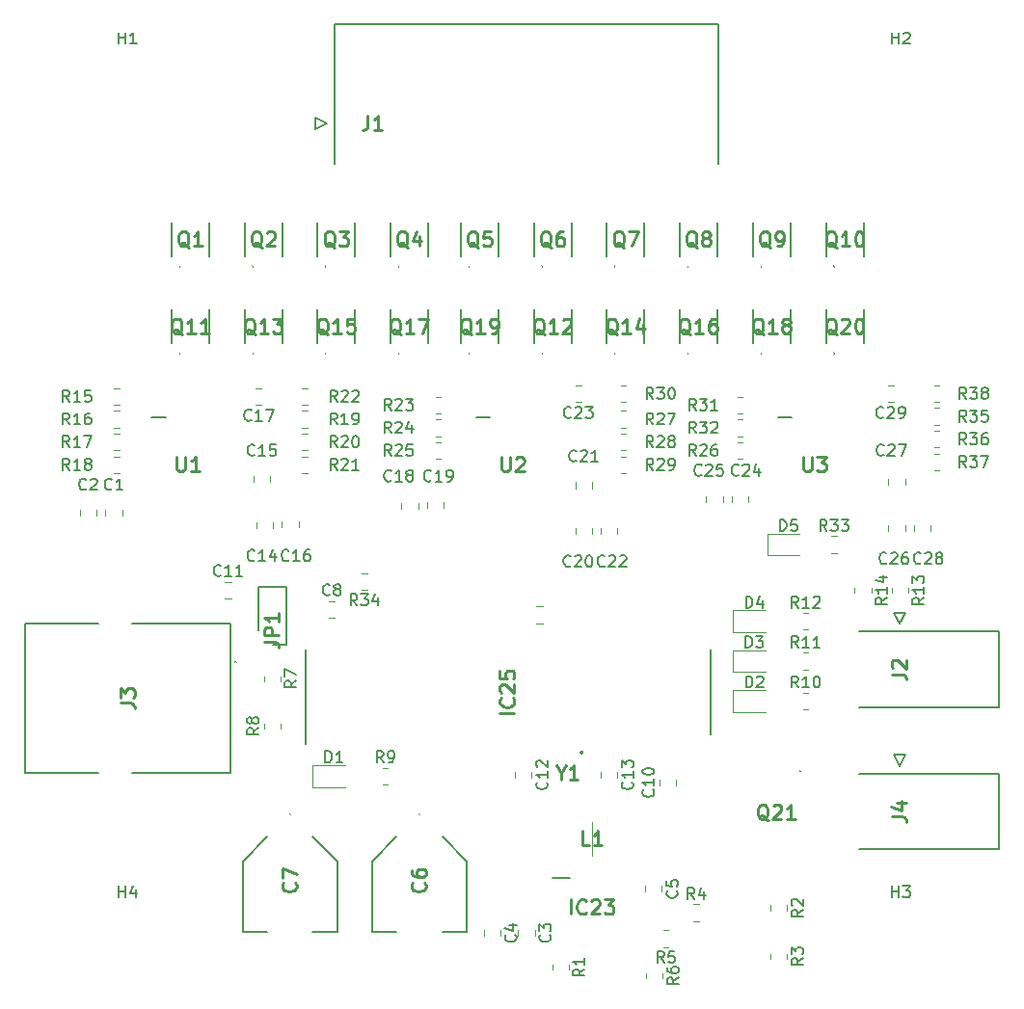
<source format=gbr>
%TF.GenerationSoftware,KiCad,Pcbnew,7.0.8*%
%TF.CreationDate,2023-10-31T17:39:43-05:00*%
%TF.ProjectId,Resistor Bank Control Board,52657369-7374-46f7-9220-42616e6b2043,rev?*%
%TF.SameCoordinates,Original*%
%TF.FileFunction,Legend,Top*%
%TF.FilePolarity,Positive*%
%FSLAX46Y46*%
G04 Gerber Fmt 4.6, Leading zero omitted, Abs format (unit mm)*
G04 Created by KiCad (PCBNEW 7.0.8) date 2023-10-31 17:39:43*
%MOMM*%
%LPD*%
G01*
G04 APERTURE LIST*
%ADD10C,0.254000*%
%ADD11C,0.150000*%
%ADD12C,0.200000*%
%ADD13C,0.100000*%
%ADD14C,0.120000*%
%ADD15C,0.050000*%
%ADD16C,0.127000*%
G04 APERTURE END LIST*
D10*
X101234318Y-109818332D02*
X102141461Y-109818332D01*
X102141461Y-109818332D02*
X102322889Y-109878809D01*
X102322889Y-109878809D02*
X102443842Y-109999761D01*
X102443842Y-109999761D02*
X102504318Y-110181190D01*
X102504318Y-110181190D02*
X102504318Y-110302142D01*
X102504318Y-109213571D02*
X101234318Y-109213571D01*
X101234318Y-109213571D02*
X101234318Y-108729761D01*
X101234318Y-108729761D02*
X101294794Y-108608809D01*
X101294794Y-108608809D02*
X101355270Y-108548332D01*
X101355270Y-108548332D02*
X101476222Y-108487856D01*
X101476222Y-108487856D02*
X101657651Y-108487856D01*
X101657651Y-108487856D02*
X101778603Y-108548332D01*
X101778603Y-108548332D02*
X101839080Y-108608809D01*
X101839080Y-108608809D02*
X101899556Y-108729761D01*
X101899556Y-108729761D02*
X101899556Y-109213571D01*
X102504318Y-107278332D02*
X102504318Y-108004047D01*
X102504318Y-107641190D02*
X101234318Y-107641190D01*
X101234318Y-107641190D02*
X101415746Y-107762142D01*
X101415746Y-107762142D02*
X101536699Y-107883094D01*
X101536699Y-107883094D02*
X101597175Y-108004047D01*
X113214285Y-82785270D02*
X113093333Y-82724794D01*
X113093333Y-82724794D02*
X112972380Y-82603842D01*
X112972380Y-82603842D02*
X112790952Y-82422413D01*
X112790952Y-82422413D02*
X112669999Y-82361937D01*
X112669999Y-82361937D02*
X112549047Y-82361937D01*
X112609523Y-82664318D02*
X112488571Y-82603842D01*
X112488571Y-82603842D02*
X112367618Y-82482889D01*
X112367618Y-82482889D02*
X112307142Y-82240984D01*
X112307142Y-82240984D02*
X112307142Y-81817651D01*
X112307142Y-81817651D02*
X112367618Y-81575746D01*
X112367618Y-81575746D02*
X112488571Y-81454794D01*
X112488571Y-81454794D02*
X112609523Y-81394318D01*
X112609523Y-81394318D02*
X112851428Y-81394318D01*
X112851428Y-81394318D02*
X112972380Y-81454794D01*
X112972380Y-81454794D02*
X113093333Y-81575746D01*
X113093333Y-81575746D02*
X113153809Y-81817651D01*
X113153809Y-81817651D02*
X113153809Y-82240984D01*
X113153809Y-82240984D02*
X113093333Y-82482889D01*
X113093333Y-82482889D02*
X112972380Y-82603842D01*
X112972380Y-82603842D02*
X112851428Y-82664318D01*
X112851428Y-82664318D02*
X112609523Y-82664318D01*
X114363333Y-82664318D02*
X113637618Y-82664318D01*
X114000475Y-82664318D02*
X114000475Y-81394318D01*
X114000475Y-81394318D02*
X113879523Y-81575746D01*
X113879523Y-81575746D02*
X113758571Y-81696699D01*
X113758571Y-81696699D02*
X113637618Y-81757175D01*
X114786666Y-81394318D02*
X115633333Y-81394318D01*
X115633333Y-81394318D02*
X115089047Y-82664318D01*
D11*
X97394642Y-103929580D02*
X97347023Y-103977200D01*
X97347023Y-103977200D02*
X97204166Y-104024819D01*
X97204166Y-104024819D02*
X97108928Y-104024819D01*
X97108928Y-104024819D02*
X96966071Y-103977200D01*
X96966071Y-103977200D02*
X96870833Y-103881961D01*
X96870833Y-103881961D02*
X96823214Y-103786723D01*
X96823214Y-103786723D02*
X96775595Y-103596247D01*
X96775595Y-103596247D02*
X96775595Y-103453390D01*
X96775595Y-103453390D02*
X96823214Y-103262914D01*
X96823214Y-103262914D02*
X96870833Y-103167676D01*
X96870833Y-103167676D02*
X96966071Y-103072438D01*
X96966071Y-103072438D02*
X97108928Y-103024819D01*
X97108928Y-103024819D02*
X97204166Y-103024819D01*
X97204166Y-103024819D02*
X97347023Y-103072438D01*
X97347023Y-103072438D02*
X97394642Y-103120057D01*
X98347023Y-104024819D02*
X97775595Y-104024819D01*
X98061309Y-104024819D02*
X98061309Y-103024819D01*
X98061309Y-103024819D02*
X97966071Y-103167676D01*
X97966071Y-103167676D02*
X97870833Y-103262914D01*
X97870833Y-103262914D02*
X97775595Y-103310533D01*
X99299404Y-104024819D02*
X98727976Y-104024819D01*
X99013690Y-104024819D02*
X99013690Y-103024819D01*
X99013690Y-103024819D02*
X98918452Y-103167676D01*
X98918452Y-103167676D02*
X98823214Y-103262914D01*
X98823214Y-103262914D02*
X98727976Y-103310533D01*
X106955833Y-105617580D02*
X106908214Y-105665200D01*
X106908214Y-105665200D02*
X106765357Y-105712819D01*
X106765357Y-105712819D02*
X106670119Y-105712819D01*
X106670119Y-105712819D02*
X106527262Y-105665200D01*
X106527262Y-105665200D02*
X106432024Y-105569961D01*
X106432024Y-105569961D02*
X106384405Y-105474723D01*
X106384405Y-105474723D02*
X106336786Y-105284247D01*
X106336786Y-105284247D02*
X106336786Y-105141390D01*
X106336786Y-105141390D02*
X106384405Y-104950914D01*
X106384405Y-104950914D02*
X106432024Y-104855676D01*
X106432024Y-104855676D02*
X106527262Y-104760438D01*
X106527262Y-104760438D02*
X106670119Y-104712819D01*
X106670119Y-104712819D02*
X106765357Y-104712819D01*
X106765357Y-104712819D02*
X106908214Y-104760438D01*
X106908214Y-104760438D02*
X106955833Y-104808057D01*
X107527262Y-105141390D02*
X107432024Y-105093771D01*
X107432024Y-105093771D02*
X107384405Y-105046152D01*
X107384405Y-105046152D02*
X107336786Y-104950914D01*
X107336786Y-104950914D02*
X107336786Y-104903295D01*
X107336786Y-104903295D02*
X107384405Y-104808057D01*
X107384405Y-104808057D02*
X107432024Y-104760438D01*
X107432024Y-104760438D02*
X107527262Y-104712819D01*
X107527262Y-104712819D02*
X107717738Y-104712819D01*
X107717738Y-104712819D02*
X107812976Y-104760438D01*
X107812976Y-104760438D02*
X107860595Y-104808057D01*
X107860595Y-104808057D02*
X107908214Y-104903295D01*
X107908214Y-104903295D02*
X107908214Y-104950914D01*
X107908214Y-104950914D02*
X107860595Y-105046152D01*
X107860595Y-105046152D02*
X107812976Y-105093771D01*
X107812976Y-105093771D02*
X107717738Y-105141390D01*
X107717738Y-105141390D02*
X107527262Y-105141390D01*
X107527262Y-105141390D02*
X107432024Y-105189009D01*
X107432024Y-105189009D02*
X107384405Y-105236628D01*
X107384405Y-105236628D02*
X107336786Y-105331866D01*
X107336786Y-105331866D02*
X107336786Y-105522342D01*
X107336786Y-105522342D02*
X107384405Y-105617580D01*
X107384405Y-105617580D02*
X107432024Y-105665200D01*
X107432024Y-105665200D02*
X107527262Y-105712819D01*
X107527262Y-105712819D02*
X107717738Y-105712819D01*
X107717738Y-105712819D02*
X107812976Y-105665200D01*
X107812976Y-105665200D02*
X107860595Y-105617580D01*
X107860595Y-105617580D02*
X107908214Y-105522342D01*
X107908214Y-105522342D02*
X107908214Y-105331866D01*
X107908214Y-105331866D02*
X107860595Y-105236628D01*
X107860595Y-105236628D02*
X107812976Y-105189009D01*
X107812976Y-105189009D02*
X107717738Y-105141390D01*
X115857142Y-95609580D02*
X115809523Y-95657200D01*
X115809523Y-95657200D02*
X115666666Y-95704819D01*
X115666666Y-95704819D02*
X115571428Y-95704819D01*
X115571428Y-95704819D02*
X115428571Y-95657200D01*
X115428571Y-95657200D02*
X115333333Y-95561961D01*
X115333333Y-95561961D02*
X115285714Y-95466723D01*
X115285714Y-95466723D02*
X115238095Y-95276247D01*
X115238095Y-95276247D02*
X115238095Y-95133390D01*
X115238095Y-95133390D02*
X115285714Y-94942914D01*
X115285714Y-94942914D02*
X115333333Y-94847676D01*
X115333333Y-94847676D02*
X115428571Y-94752438D01*
X115428571Y-94752438D02*
X115571428Y-94704819D01*
X115571428Y-94704819D02*
X115666666Y-94704819D01*
X115666666Y-94704819D02*
X115809523Y-94752438D01*
X115809523Y-94752438D02*
X115857142Y-94800057D01*
X116809523Y-95704819D02*
X116238095Y-95704819D01*
X116523809Y-95704819D02*
X116523809Y-94704819D01*
X116523809Y-94704819D02*
X116428571Y-94847676D01*
X116428571Y-94847676D02*
X116333333Y-94942914D01*
X116333333Y-94942914D02*
X116238095Y-94990533D01*
X117285714Y-95704819D02*
X117476190Y-95704819D01*
X117476190Y-95704819D02*
X117571428Y-95657200D01*
X117571428Y-95657200D02*
X117619047Y-95609580D01*
X117619047Y-95609580D02*
X117714285Y-95466723D01*
X117714285Y-95466723D02*
X117761904Y-95276247D01*
X117761904Y-95276247D02*
X117761904Y-94895295D01*
X117761904Y-94895295D02*
X117714285Y-94800057D01*
X117714285Y-94800057D02*
X117666666Y-94752438D01*
X117666666Y-94752438D02*
X117571428Y-94704819D01*
X117571428Y-94704819D02*
X117380952Y-94704819D01*
X117380952Y-94704819D02*
X117285714Y-94752438D01*
X117285714Y-94752438D02*
X117238095Y-94800057D01*
X117238095Y-94800057D02*
X117190476Y-94895295D01*
X117190476Y-94895295D02*
X117190476Y-95133390D01*
X117190476Y-95133390D02*
X117238095Y-95228628D01*
X117238095Y-95228628D02*
X117285714Y-95276247D01*
X117285714Y-95276247D02*
X117380952Y-95323866D01*
X117380952Y-95323866D02*
X117571428Y-95323866D01*
X117571428Y-95323866D02*
X117666666Y-95276247D01*
X117666666Y-95276247D02*
X117714285Y-95228628D01*
X117714285Y-95228628D02*
X117761904Y-95133390D01*
X126269580Y-135546666D02*
X126317200Y-135594285D01*
X126317200Y-135594285D02*
X126364819Y-135737142D01*
X126364819Y-135737142D02*
X126364819Y-135832380D01*
X126364819Y-135832380D02*
X126317200Y-135975237D01*
X126317200Y-135975237D02*
X126221961Y-136070475D01*
X126221961Y-136070475D02*
X126126723Y-136118094D01*
X126126723Y-136118094D02*
X125936247Y-136165713D01*
X125936247Y-136165713D02*
X125793390Y-136165713D01*
X125793390Y-136165713D02*
X125602914Y-136118094D01*
X125602914Y-136118094D02*
X125507676Y-136070475D01*
X125507676Y-136070475D02*
X125412438Y-135975237D01*
X125412438Y-135975237D02*
X125364819Y-135832380D01*
X125364819Y-135832380D02*
X125364819Y-135737142D01*
X125364819Y-135737142D02*
X125412438Y-135594285D01*
X125412438Y-135594285D02*
X125460057Y-135546666D01*
X125364819Y-135213332D02*
X125364819Y-134594285D01*
X125364819Y-134594285D02*
X125745771Y-134927618D01*
X125745771Y-134927618D02*
X125745771Y-134784761D01*
X125745771Y-134784761D02*
X125793390Y-134689523D01*
X125793390Y-134689523D02*
X125841009Y-134641904D01*
X125841009Y-134641904D02*
X125936247Y-134594285D01*
X125936247Y-134594285D02*
X126174342Y-134594285D01*
X126174342Y-134594285D02*
X126269580Y-134641904D01*
X126269580Y-134641904D02*
X126317200Y-134689523D01*
X126317200Y-134689523D02*
X126364819Y-134784761D01*
X126364819Y-134784761D02*
X126364819Y-135070475D01*
X126364819Y-135070475D02*
X126317200Y-135165713D01*
X126317200Y-135165713D02*
X126269580Y-135213332D01*
D10*
X113819047Y-75145270D02*
X113698095Y-75084794D01*
X113698095Y-75084794D02*
X113577142Y-74963842D01*
X113577142Y-74963842D02*
X113395714Y-74782413D01*
X113395714Y-74782413D02*
X113274761Y-74721937D01*
X113274761Y-74721937D02*
X113153809Y-74721937D01*
X113214285Y-75024318D02*
X113093333Y-74963842D01*
X113093333Y-74963842D02*
X112972380Y-74842889D01*
X112972380Y-74842889D02*
X112911904Y-74600984D01*
X112911904Y-74600984D02*
X112911904Y-74177651D01*
X112911904Y-74177651D02*
X112972380Y-73935746D01*
X112972380Y-73935746D02*
X113093333Y-73814794D01*
X113093333Y-73814794D02*
X113214285Y-73754318D01*
X113214285Y-73754318D02*
X113456190Y-73754318D01*
X113456190Y-73754318D02*
X113577142Y-73814794D01*
X113577142Y-73814794D02*
X113698095Y-73935746D01*
X113698095Y-73935746D02*
X113758571Y-74177651D01*
X113758571Y-74177651D02*
X113758571Y-74600984D01*
X113758571Y-74600984D02*
X113698095Y-74842889D01*
X113698095Y-74842889D02*
X113577142Y-74963842D01*
X113577142Y-74963842D02*
X113456190Y-75024318D01*
X113456190Y-75024318D02*
X113214285Y-75024318D01*
X114847142Y-74177651D02*
X114847142Y-75024318D01*
X114544761Y-73693842D02*
X114242380Y-74600984D01*
X114242380Y-74600984D02*
X115028571Y-74600984D01*
D11*
X135357142Y-94704819D02*
X135023809Y-94228628D01*
X134785714Y-94704819D02*
X134785714Y-93704819D01*
X134785714Y-93704819D02*
X135166666Y-93704819D01*
X135166666Y-93704819D02*
X135261904Y-93752438D01*
X135261904Y-93752438D02*
X135309523Y-93800057D01*
X135309523Y-93800057D02*
X135357142Y-93895295D01*
X135357142Y-93895295D02*
X135357142Y-94038152D01*
X135357142Y-94038152D02*
X135309523Y-94133390D01*
X135309523Y-94133390D02*
X135261904Y-94181009D01*
X135261904Y-94181009D02*
X135166666Y-94228628D01*
X135166666Y-94228628D02*
X134785714Y-94228628D01*
X135738095Y-93800057D02*
X135785714Y-93752438D01*
X135785714Y-93752438D02*
X135880952Y-93704819D01*
X135880952Y-93704819D02*
X136119047Y-93704819D01*
X136119047Y-93704819D02*
X136214285Y-93752438D01*
X136214285Y-93752438D02*
X136261904Y-93800057D01*
X136261904Y-93800057D02*
X136309523Y-93895295D01*
X136309523Y-93895295D02*
X136309523Y-93990533D01*
X136309523Y-93990533D02*
X136261904Y-94133390D01*
X136261904Y-94133390D02*
X135690476Y-94704819D01*
X135690476Y-94704819D02*
X136309523Y-94704819D01*
X136785714Y-94704819D02*
X136976190Y-94704819D01*
X136976190Y-94704819D02*
X137071428Y-94657200D01*
X137071428Y-94657200D02*
X137119047Y-94609580D01*
X137119047Y-94609580D02*
X137214285Y-94466723D01*
X137214285Y-94466723D02*
X137261904Y-94276247D01*
X137261904Y-94276247D02*
X137261904Y-93895295D01*
X137261904Y-93895295D02*
X137214285Y-93800057D01*
X137214285Y-93800057D02*
X137166666Y-93752438D01*
X137166666Y-93752438D02*
X137071428Y-93704819D01*
X137071428Y-93704819D02*
X136880952Y-93704819D01*
X136880952Y-93704819D02*
X136785714Y-93752438D01*
X136785714Y-93752438D02*
X136738095Y-93800057D01*
X136738095Y-93800057D02*
X136690476Y-93895295D01*
X136690476Y-93895295D02*
X136690476Y-94133390D01*
X136690476Y-94133390D02*
X136738095Y-94228628D01*
X136738095Y-94228628D02*
X136785714Y-94276247D01*
X136785714Y-94276247D02*
X136880952Y-94323866D01*
X136880952Y-94323866D02*
X137071428Y-94323866D01*
X137071428Y-94323866D02*
X137166666Y-94276247D01*
X137166666Y-94276247D02*
X137214285Y-94228628D01*
X137214285Y-94228628D02*
X137261904Y-94133390D01*
D10*
X115283365Y-130951666D02*
X115343842Y-131012142D01*
X115343842Y-131012142D02*
X115404318Y-131193571D01*
X115404318Y-131193571D02*
X115404318Y-131314523D01*
X115404318Y-131314523D02*
X115343842Y-131495952D01*
X115343842Y-131495952D02*
X115222889Y-131616904D01*
X115222889Y-131616904D02*
X115101937Y-131677381D01*
X115101937Y-131677381D02*
X114860032Y-131737857D01*
X114860032Y-131737857D02*
X114678603Y-131737857D01*
X114678603Y-131737857D02*
X114436699Y-131677381D01*
X114436699Y-131677381D02*
X114315746Y-131616904D01*
X114315746Y-131616904D02*
X114194794Y-131495952D01*
X114194794Y-131495952D02*
X114134318Y-131314523D01*
X114134318Y-131314523D02*
X114134318Y-131193571D01*
X114134318Y-131193571D02*
X114194794Y-131012142D01*
X114194794Y-131012142D02*
X114255270Y-130951666D01*
X114134318Y-129863095D02*
X114134318Y-130105000D01*
X114134318Y-130105000D02*
X114194794Y-130225952D01*
X114194794Y-130225952D02*
X114255270Y-130286428D01*
X114255270Y-130286428D02*
X114436699Y-130407381D01*
X114436699Y-130407381D02*
X114678603Y-130467857D01*
X114678603Y-130467857D02*
X115162413Y-130467857D01*
X115162413Y-130467857D02*
X115283365Y-130407381D01*
X115283365Y-130407381D02*
X115343842Y-130346904D01*
X115343842Y-130346904D02*
X115404318Y-130225952D01*
X115404318Y-130225952D02*
X115404318Y-129984047D01*
X115404318Y-129984047D02*
X115343842Y-129863095D01*
X115343842Y-129863095D02*
X115283365Y-129802619D01*
X115283365Y-129802619D02*
X115162413Y-129742142D01*
X115162413Y-129742142D02*
X114860032Y-129742142D01*
X114860032Y-129742142D02*
X114739080Y-129802619D01*
X114739080Y-129802619D02*
X114678603Y-129863095D01*
X114678603Y-129863095D02*
X114618127Y-129984047D01*
X114618127Y-129984047D02*
X114618127Y-130225952D01*
X114618127Y-130225952D02*
X114678603Y-130346904D01*
X114678603Y-130346904D02*
X114739080Y-130407381D01*
X114739080Y-130407381D02*
X114860032Y-130467857D01*
D11*
X125999580Y-122130357D02*
X126047200Y-122177976D01*
X126047200Y-122177976D02*
X126094819Y-122320833D01*
X126094819Y-122320833D02*
X126094819Y-122416071D01*
X126094819Y-122416071D02*
X126047200Y-122558928D01*
X126047200Y-122558928D02*
X125951961Y-122654166D01*
X125951961Y-122654166D02*
X125856723Y-122701785D01*
X125856723Y-122701785D02*
X125666247Y-122749404D01*
X125666247Y-122749404D02*
X125523390Y-122749404D01*
X125523390Y-122749404D02*
X125332914Y-122701785D01*
X125332914Y-122701785D02*
X125237676Y-122654166D01*
X125237676Y-122654166D02*
X125142438Y-122558928D01*
X125142438Y-122558928D02*
X125094819Y-122416071D01*
X125094819Y-122416071D02*
X125094819Y-122320833D01*
X125094819Y-122320833D02*
X125142438Y-122177976D01*
X125142438Y-122177976D02*
X125190057Y-122130357D01*
X126094819Y-121177976D02*
X126094819Y-121749404D01*
X126094819Y-121463690D02*
X125094819Y-121463690D01*
X125094819Y-121463690D02*
X125237676Y-121558928D01*
X125237676Y-121558928D02*
X125332914Y-121654166D01*
X125332914Y-121654166D02*
X125380533Y-121749404D01*
X125190057Y-120797023D02*
X125142438Y-120749404D01*
X125142438Y-120749404D02*
X125094819Y-120654166D01*
X125094819Y-120654166D02*
X125094819Y-120416071D01*
X125094819Y-120416071D02*
X125142438Y-120320833D01*
X125142438Y-120320833D02*
X125190057Y-120273214D01*
X125190057Y-120273214D02*
X125285295Y-120225595D01*
X125285295Y-120225595D02*
X125380533Y-120225595D01*
X125380533Y-120225595D02*
X125523390Y-120273214D01*
X125523390Y-120273214D02*
X126094819Y-120844642D01*
X126094819Y-120844642D02*
X126094819Y-120225595D01*
D10*
X132819047Y-75145270D02*
X132698095Y-75084794D01*
X132698095Y-75084794D02*
X132577142Y-74963842D01*
X132577142Y-74963842D02*
X132395714Y-74782413D01*
X132395714Y-74782413D02*
X132274761Y-74721937D01*
X132274761Y-74721937D02*
X132153809Y-74721937D01*
X132214285Y-75024318D02*
X132093333Y-74963842D01*
X132093333Y-74963842D02*
X131972380Y-74842889D01*
X131972380Y-74842889D02*
X131911904Y-74600984D01*
X131911904Y-74600984D02*
X131911904Y-74177651D01*
X131911904Y-74177651D02*
X131972380Y-73935746D01*
X131972380Y-73935746D02*
X132093333Y-73814794D01*
X132093333Y-73814794D02*
X132214285Y-73754318D01*
X132214285Y-73754318D02*
X132456190Y-73754318D01*
X132456190Y-73754318D02*
X132577142Y-73814794D01*
X132577142Y-73814794D02*
X132698095Y-73935746D01*
X132698095Y-73935746D02*
X132758571Y-74177651D01*
X132758571Y-74177651D02*
X132758571Y-74600984D01*
X132758571Y-74600984D02*
X132698095Y-74842889D01*
X132698095Y-74842889D02*
X132577142Y-74963842D01*
X132577142Y-74963842D02*
X132456190Y-75024318D01*
X132456190Y-75024318D02*
X132214285Y-75024318D01*
X133181904Y-73754318D02*
X134028571Y-73754318D01*
X134028571Y-73754318D02*
X133484285Y-75024318D01*
D11*
X150607142Y-100054819D02*
X150273809Y-99578628D01*
X150035714Y-100054819D02*
X150035714Y-99054819D01*
X150035714Y-99054819D02*
X150416666Y-99054819D01*
X150416666Y-99054819D02*
X150511904Y-99102438D01*
X150511904Y-99102438D02*
X150559523Y-99150057D01*
X150559523Y-99150057D02*
X150607142Y-99245295D01*
X150607142Y-99245295D02*
X150607142Y-99388152D01*
X150607142Y-99388152D02*
X150559523Y-99483390D01*
X150559523Y-99483390D02*
X150511904Y-99531009D01*
X150511904Y-99531009D02*
X150416666Y-99578628D01*
X150416666Y-99578628D02*
X150035714Y-99578628D01*
X150940476Y-99054819D02*
X151559523Y-99054819D01*
X151559523Y-99054819D02*
X151226190Y-99435771D01*
X151226190Y-99435771D02*
X151369047Y-99435771D01*
X151369047Y-99435771D02*
X151464285Y-99483390D01*
X151464285Y-99483390D02*
X151511904Y-99531009D01*
X151511904Y-99531009D02*
X151559523Y-99626247D01*
X151559523Y-99626247D02*
X151559523Y-99864342D01*
X151559523Y-99864342D02*
X151511904Y-99959580D01*
X151511904Y-99959580D02*
X151464285Y-100007200D01*
X151464285Y-100007200D02*
X151369047Y-100054819D01*
X151369047Y-100054819D02*
X151083333Y-100054819D01*
X151083333Y-100054819D02*
X150988095Y-100007200D01*
X150988095Y-100007200D02*
X150940476Y-99959580D01*
X151892857Y-99054819D02*
X152511904Y-99054819D01*
X152511904Y-99054819D02*
X152178571Y-99435771D01*
X152178571Y-99435771D02*
X152321428Y-99435771D01*
X152321428Y-99435771D02*
X152416666Y-99483390D01*
X152416666Y-99483390D02*
X152464285Y-99531009D01*
X152464285Y-99531009D02*
X152511904Y-99626247D01*
X152511904Y-99626247D02*
X152511904Y-99864342D01*
X152511904Y-99864342D02*
X152464285Y-99959580D01*
X152464285Y-99959580D02*
X152416666Y-100007200D01*
X152416666Y-100007200D02*
X152321428Y-100054819D01*
X152321428Y-100054819D02*
X152035714Y-100054819D01*
X152035714Y-100054819D02*
X151940476Y-100007200D01*
X151940476Y-100007200D02*
X151892857Y-99959580D01*
D10*
X101019047Y-75145270D02*
X100898095Y-75084794D01*
X100898095Y-75084794D02*
X100777142Y-74963842D01*
X100777142Y-74963842D02*
X100595714Y-74782413D01*
X100595714Y-74782413D02*
X100474761Y-74721937D01*
X100474761Y-74721937D02*
X100353809Y-74721937D01*
X100414285Y-75024318D02*
X100293333Y-74963842D01*
X100293333Y-74963842D02*
X100172380Y-74842889D01*
X100172380Y-74842889D02*
X100111904Y-74600984D01*
X100111904Y-74600984D02*
X100111904Y-74177651D01*
X100111904Y-74177651D02*
X100172380Y-73935746D01*
X100172380Y-73935746D02*
X100293333Y-73814794D01*
X100293333Y-73814794D02*
X100414285Y-73754318D01*
X100414285Y-73754318D02*
X100656190Y-73754318D01*
X100656190Y-73754318D02*
X100777142Y-73814794D01*
X100777142Y-73814794D02*
X100898095Y-73935746D01*
X100898095Y-73935746D02*
X100958571Y-74177651D01*
X100958571Y-74177651D02*
X100958571Y-74600984D01*
X100958571Y-74600984D02*
X100898095Y-74842889D01*
X100898095Y-74842889D02*
X100777142Y-74963842D01*
X100777142Y-74963842D02*
X100656190Y-75024318D01*
X100656190Y-75024318D02*
X100414285Y-75024318D01*
X101442380Y-73875270D02*
X101502856Y-73814794D01*
X101502856Y-73814794D02*
X101623809Y-73754318D01*
X101623809Y-73754318D02*
X101926190Y-73754318D01*
X101926190Y-73754318D02*
X102047142Y-73814794D01*
X102047142Y-73814794D02*
X102107618Y-73875270D01*
X102107618Y-73875270D02*
X102168095Y-73996222D01*
X102168095Y-73996222D02*
X102168095Y-74117175D01*
X102168095Y-74117175D02*
X102107618Y-74298603D01*
X102107618Y-74298603D02*
X101381904Y-75024318D01*
X101381904Y-75024318D02*
X102168095Y-75024318D01*
D11*
X100357142Y-102609580D02*
X100309523Y-102657200D01*
X100309523Y-102657200D02*
X100166666Y-102704819D01*
X100166666Y-102704819D02*
X100071428Y-102704819D01*
X100071428Y-102704819D02*
X99928571Y-102657200D01*
X99928571Y-102657200D02*
X99833333Y-102561961D01*
X99833333Y-102561961D02*
X99785714Y-102466723D01*
X99785714Y-102466723D02*
X99738095Y-102276247D01*
X99738095Y-102276247D02*
X99738095Y-102133390D01*
X99738095Y-102133390D02*
X99785714Y-101942914D01*
X99785714Y-101942914D02*
X99833333Y-101847676D01*
X99833333Y-101847676D02*
X99928571Y-101752438D01*
X99928571Y-101752438D02*
X100071428Y-101704819D01*
X100071428Y-101704819D02*
X100166666Y-101704819D01*
X100166666Y-101704819D02*
X100309523Y-101752438D01*
X100309523Y-101752438D02*
X100357142Y-101800057D01*
X101309523Y-102704819D02*
X100738095Y-102704819D01*
X101023809Y-102704819D02*
X101023809Y-101704819D01*
X101023809Y-101704819D02*
X100928571Y-101847676D01*
X100928571Y-101847676D02*
X100833333Y-101942914D01*
X100833333Y-101942914D02*
X100738095Y-101990533D01*
X102166666Y-102038152D02*
X102166666Y-102704819D01*
X101928571Y-101657200D02*
X101690476Y-102371485D01*
X101690476Y-102371485D02*
X102309523Y-102371485D01*
D10*
X103933365Y-130951666D02*
X103993842Y-131012142D01*
X103993842Y-131012142D02*
X104054318Y-131193571D01*
X104054318Y-131193571D02*
X104054318Y-131314523D01*
X104054318Y-131314523D02*
X103993842Y-131495952D01*
X103993842Y-131495952D02*
X103872889Y-131616904D01*
X103872889Y-131616904D02*
X103751937Y-131677381D01*
X103751937Y-131677381D02*
X103510032Y-131737857D01*
X103510032Y-131737857D02*
X103328603Y-131737857D01*
X103328603Y-131737857D02*
X103086699Y-131677381D01*
X103086699Y-131677381D02*
X102965746Y-131616904D01*
X102965746Y-131616904D02*
X102844794Y-131495952D01*
X102844794Y-131495952D02*
X102784318Y-131314523D01*
X102784318Y-131314523D02*
X102784318Y-131193571D01*
X102784318Y-131193571D02*
X102844794Y-131012142D01*
X102844794Y-131012142D02*
X102905270Y-130951666D01*
X102784318Y-130528333D02*
X102784318Y-129681666D01*
X102784318Y-129681666D02*
X104054318Y-130225952D01*
D11*
X129334819Y-138546666D02*
X128858628Y-138879999D01*
X129334819Y-139118094D02*
X128334819Y-139118094D01*
X128334819Y-139118094D02*
X128334819Y-138737142D01*
X128334819Y-138737142D02*
X128382438Y-138641904D01*
X128382438Y-138641904D02*
X128430057Y-138594285D01*
X128430057Y-138594285D02*
X128525295Y-138546666D01*
X128525295Y-138546666D02*
X128668152Y-138546666D01*
X128668152Y-138546666D02*
X128763390Y-138594285D01*
X128763390Y-138594285D02*
X128811009Y-138641904D01*
X128811009Y-138641904D02*
X128858628Y-138737142D01*
X128858628Y-138737142D02*
X128858628Y-139118094D01*
X129334819Y-137594285D02*
X129334819Y-138165713D01*
X129334819Y-137879999D02*
X128334819Y-137879999D01*
X128334819Y-137879999D02*
X128477676Y-137975237D01*
X128477676Y-137975237D02*
X128572914Y-138070475D01*
X128572914Y-138070475D02*
X128620533Y-138165713D01*
X128144642Y-90039580D02*
X128097023Y-90087200D01*
X128097023Y-90087200D02*
X127954166Y-90134819D01*
X127954166Y-90134819D02*
X127858928Y-90134819D01*
X127858928Y-90134819D02*
X127716071Y-90087200D01*
X127716071Y-90087200D02*
X127620833Y-89991961D01*
X127620833Y-89991961D02*
X127573214Y-89896723D01*
X127573214Y-89896723D02*
X127525595Y-89706247D01*
X127525595Y-89706247D02*
X127525595Y-89563390D01*
X127525595Y-89563390D02*
X127573214Y-89372914D01*
X127573214Y-89372914D02*
X127620833Y-89277676D01*
X127620833Y-89277676D02*
X127716071Y-89182438D01*
X127716071Y-89182438D02*
X127858928Y-89134819D01*
X127858928Y-89134819D02*
X127954166Y-89134819D01*
X127954166Y-89134819D02*
X128097023Y-89182438D01*
X128097023Y-89182438D02*
X128144642Y-89230057D01*
X128525595Y-89230057D02*
X128573214Y-89182438D01*
X128573214Y-89182438D02*
X128668452Y-89134819D01*
X128668452Y-89134819D02*
X128906547Y-89134819D01*
X128906547Y-89134819D02*
X129001785Y-89182438D01*
X129001785Y-89182438D02*
X129049404Y-89230057D01*
X129049404Y-89230057D02*
X129097023Y-89325295D01*
X129097023Y-89325295D02*
X129097023Y-89420533D01*
X129097023Y-89420533D02*
X129049404Y-89563390D01*
X129049404Y-89563390D02*
X128477976Y-90134819D01*
X128477976Y-90134819D02*
X129097023Y-90134819D01*
X129430357Y-89134819D02*
X130049404Y-89134819D01*
X130049404Y-89134819D02*
X129716071Y-89515771D01*
X129716071Y-89515771D02*
X129858928Y-89515771D01*
X129858928Y-89515771D02*
X129954166Y-89563390D01*
X129954166Y-89563390D02*
X130001785Y-89611009D01*
X130001785Y-89611009D02*
X130049404Y-89706247D01*
X130049404Y-89706247D02*
X130049404Y-89944342D01*
X130049404Y-89944342D02*
X130001785Y-90039580D01*
X130001785Y-90039580D02*
X129954166Y-90087200D01*
X129954166Y-90087200D02*
X129858928Y-90134819D01*
X129858928Y-90134819D02*
X129573214Y-90134819D01*
X129573214Y-90134819D02*
X129477976Y-90087200D01*
X129477976Y-90087200D02*
X129430357Y-90039580D01*
X155607142Y-93359580D02*
X155559523Y-93407200D01*
X155559523Y-93407200D02*
X155416666Y-93454819D01*
X155416666Y-93454819D02*
X155321428Y-93454819D01*
X155321428Y-93454819D02*
X155178571Y-93407200D01*
X155178571Y-93407200D02*
X155083333Y-93311961D01*
X155083333Y-93311961D02*
X155035714Y-93216723D01*
X155035714Y-93216723D02*
X154988095Y-93026247D01*
X154988095Y-93026247D02*
X154988095Y-92883390D01*
X154988095Y-92883390D02*
X155035714Y-92692914D01*
X155035714Y-92692914D02*
X155083333Y-92597676D01*
X155083333Y-92597676D02*
X155178571Y-92502438D01*
X155178571Y-92502438D02*
X155321428Y-92454819D01*
X155321428Y-92454819D02*
X155416666Y-92454819D01*
X155416666Y-92454819D02*
X155559523Y-92502438D01*
X155559523Y-92502438D02*
X155607142Y-92550057D01*
X155988095Y-92550057D02*
X156035714Y-92502438D01*
X156035714Y-92502438D02*
X156130952Y-92454819D01*
X156130952Y-92454819D02*
X156369047Y-92454819D01*
X156369047Y-92454819D02*
X156464285Y-92502438D01*
X156464285Y-92502438D02*
X156511904Y-92550057D01*
X156511904Y-92550057D02*
X156559523Y-92645295D01*
X156559523Y-92645295D02*
X156559523Y-92740533D01*
X156559523Y-92740533D02*
X156511904Y-92883390D01*
X156511904Y-92883390D02*
X155940476Y-93454819D01*
X155940476Y-93454819D02*
X156559523Y-93454819D01*
X156892857Y-92454819D02*
X157559523Y-92454819D01*
X157559523Y-92454819D02*
X157130952Y-93454819D01*
X107607142Y-90704819D02*
X107273809Y-90228628D01*
X107035714Y-90704819D02*
X107035714Y-89704819D01*
X107035714Y-89704819D02*
X107416666Y-89704819D01*
X107416666Y-89704819D02*
X107511904Y-89752438D01*
X107511904Y-89752438D02*
X107559523Y-89800057D01*
X107559523Y-89800057D02*
X107607142Y-89895295D01*
X107607142Y-89895295D02*
X107607142Y-90038152D01*
X107607142Y-90038152D02*
X107559523Y-90133390D01*
X107559523Y-90133390D02*
X107511904Y-90181009D01*
X107511904Y-90181009D02*
X107416666Y-90228628D01*
X107416666Y-90228628D02*
X107035714Y-90228628D01*
X108559523Y-90704819D02*
X107988095Y-90704819D01*
X108273809Y-90704819D02*
X108273809Y-89704819D01*
X108273809Y-89704819D02*
X108178571Y-89847676D01*
X108178571Y-89847676D02*
X108083333Y-89942914D01*
X108083333Y-89942914D02*
X107988095Y-89990533D01*
X109035714Y-90704819D02*
X109226190Y-90704819D01*
X109226190Y-90704819D02*
X109321428Y-90657200D01*
X109321428Y-90657200D02*
X109369047Y-90609580D01*
X109369047Y-90609580D02*
X109464285Y-90466723D01*
X109464285Y-90466723D02*
X109511904Y-90276247D01*
X109511904Y-90276247D02*
X109511904Y-89895295D01*
X109511904Y-89895295D02*
X109464285Y-89800057D01*
X109464285Y-89800057D02*
X109416666Y-89752438D01*
X109416666Y-89752438D02*
X109321428Y-89704819D01*
X109321428Y-89704819D02*
X109130952Y-89704819D01*
X109130952Y-89704819D02*
X109035714Y-89752438D01*
X109035714Y-89752438D02*
X108988095Y-89800057D01*
X108988095Y-89800057D02*
X108940476Y-89895295D01*
X108940476Y-89895295D02*
X108940476Y-90133390D01*
X108940476Y-90133390D02*
X108988095Y-90228628D01*
X108988095Y-90228628D02*
X109035714Y-90276247D01*
X109035714Y-90276247D02*
X109130952Y-90323866D01*
X109130952Y-90323866D02*
X109321428Y-90323866D01*
X109321428Y-90323866D02*
X109416666Y-90276247D01*
X109416666Y-90276247D02*
X109464285Y-90228628D01*
X109464285Y-90228628D02*
X109511904Y-90133390D01*
D10*
X106814285Y-82785270D02*
X106693333Y-82724794D01*
X106693333Y-82724794D02*
X106572380Y-82603842D01*
X106572380Y-82603842D02*
X106390952Y-82422413D01*
X106390952Y-82422413D02*
X106269999Y-82361937D01*
X106269999Y-82361937D02*
X106149047Y-82361937D01*
X106209523Y-82664318D02*
X106088571Y-82603842D01*
X106088571Y-82603842D02*
X105967618Y-82482889D01*
X105967618Y-82482889D02*
X105907142Y-82240984D01*
X105907142Y-82240984D02*
X105907142Y-81817651D01*
X105907142Y-81817651D02*
X105967618Y-81575746D01*
X105967618Y-81575746D02*
X106088571Y-81454794D01*
X106088571Y-81454794D02*
X106209523Y-81394318D01*
X106209523Y-81394318D02*
X106451428Y-81394318D01*
X106451428Y-81394318D02*
X106572380Y-81454794D01*
X106572380Y-81454794D02*
X106693333Y-81575746D01*
X106693333Y-81575746D02*
X106753809Y-81817651D01*
X106753809Y-81817651D02*
X106753809Y-82240984D01*
X106753809Y-82240984D02*
X106693333Y-82482889D01*
X106693333Y-82482889D02*
X106572380Y-82603842D01*
X106572380Y-82603842D02*
X106451428Y-82664318D01*
X106451428Y-82664318D02*
X106209523Y-82664318D01*
X107963333Y-82664318D02*
X107237618Y-82664318D01*
X107600475Y-82664318D02*
X107600475Y-81394318D01*
X107600475Y-81394318D02*
X107479523Y-81575746D01*
X107479523Y-81575746D02*
X107358571Y-81696699D01*
X107358571Y-81696699D02*
X107237618Y-81757175D01*
X109112380Y-81394318D02*
X108507618Y-81394318D01*
X108507618Y-81394318D02*
X108447142Y-81999080D01*
X108447142Y-81999080D02*
X108507618Y-81938603D01*
X108507618Y-81938603D02*
X108628571Y-81878127D01*
X108628571Y-81878127D02*
X108930952Y-81878127D01*
X108930952Y-81878127D02*
X109051904Y-81938603D01*
X109051904Y-81938603D02*
X109112380Y-81999080D01*
X109112380Y-81999080D02*
X109172857Y-82120032D01*
X109172857Y-82120032D02*
X109172857Y-82422413D01*
X109172857Y-82422413D02*
X109112380Y-82543365D01*
X109112380Y-82543365D02*
X109051904Y-82603842D01*
X109051904Y-82603842D02*
X108930952Y-82664318D01*
X108930952Y-82664318D02*
X108628571Y-82664318D01*
X108628571Y-82664318D02*
X108507618Y-82603842D01*
X108507618Y-82603842D02*
X108447142Y-82543365D01*
D11*
X131107142Y-103109580D02*
X131059523Y-103157200D01*
X131059523Y-103157200D02*
X130916666Y-103204819D01*
X130916666Y-103204819D02*
X130821428Y-103204819D01*
X130821428Y-103204819D02*
X130678571Y-103157200D01*
X130678571Y-103157200D02*
X130583333Y-103061961D01*
X130583333Y-103061961D02*
X130535714Y-102966723D01*
X130535714Y-102966723D02*
X130488095Y-102776247D01*
X130488095Y-102776247D02*
X130488095Y-102633390D01*
X130488095Y-102633390D02*
X130535714Y-102442914D01*
X130535714Y-102442914D02*
X130583333Y-102347676D01*
X130583333Y-102347676D02*
X130678571Y-102252438D01*
X130678571Y-102252438D02*
X130821428Y-102204819D01*
X130821428Y-102204819D02*
X130916666Y-102204819D01*
X130916666Y-102204819D02*
X131059523Y-102252438D01*
X131059523Y-102252438D02*
X131107142Y-102300057D01*
X131488095Y-102300057D02*
X131535714Y-102252438D01*
X131535714Y-102252438D02*
X131630952Y-102204819D01*
X131630952Y-102204819D02*
X131869047Y-102204819D01*
X131869047Y-102204819D02*
X131964285Y-102252438D01*
X131964285Y-102252438D02*
X132011904Y-102300057D01*
X132011904Y-102300057D02*
X132059523Y-102395295D01*
X132059523Y-102395295D02*
X132059523Y-102490533D01*
X132059523Y-102490533D02*
X132011904Y-102633390D01*
X132011904Y-102633390D02*
X131440476Y-103204819D01*
X131440476Y-103204819D02*
X132059523Y-103204819D01*
X132440476Y-102300057D02*
X132488095Y-102252438D01*
X132488095Y-102252438D02*
X132583333Y-102204819D01*
X132583333Y-102204819D02*
X132821428Y-102204819D01*
X132821428Y-102204819D02*
X132916666Y-102252438D01*
X132916666Y-102252438D02*
X132964285Y-102300057D01*
X132964285Y-102300057D02*
X133011904Y-102395295D01*
X133011904Y-102395295D02*
X133011904Y-102490533D01*
X133011904Y-102490533D02*
X132964285Y-102633390D01*
X132964285Y-102633390D02*
X132392857Y-103204819D01*
X132392857Y-103204819D02*
X133011904Y-103204819D01*
X133499580Y-122130357D02*
X133547200Y-122177976D01*
X133547200Y-122177976D02*
X133594819Y-122320833D01*
X133594819Y-122320833D02*
X133594819Y-122416071D01*
X133594819Y-122416071D02*
X133547200Y-122558928D01*
X133547200Y-122558928D02*
X133451961Y-122654166D01*
X133451961Y-122654166D02*
X133356723Y-122701785D01*
X133356723Y-122701785D02*
X133166247Y-122749404D01*
X133166247Y-122749404D02*
X133023390Y-122749404D01*
X133023390Y-122749404D02*
X132832914Y-122701785D01*
X132832914Y-122701785D02*
X132737676Y-122654166D01*
X132737676Y-122654166D02*
X132642438Y-122558928D01*
X132642438Y-122558928D02*
X132594819Y-122416071D01*
X132594819Y-122416071D02*
X132594819Y-122320833D01*
X132594819Y-122320833D02*
X132642438Y-122177976D01*
X132642438Y-122177976D02*
X132690057Y-122130357D01*
X133594819Y-121177976D02*
X133594819Y-121749404D01*
X133594819Y-121463690D02*
X132594819Y-121463690D01*
X132594819Y-121463690D02*
X132737676Y-121558928D01*
X132737676Y-121558928D02*
X132832914Y-121654166D01*
X132832914Y-121654166D02*
X132880533Y-121749404D01*
X132594819Y-120844642D02*
X132594819Y-120225595D01*
X132594819Y-120225595D02*
X132975771Y-120558928D01*
X132975771Y-120558928D02*
X132975771Y-120416071D01*
X132975771Y-120416071D02*
X133023390Y-120320833D01*
X133023390Y-120320833D02*
X133071009Y-120273214D01*
X133071009Y-120273214D02*
X133166247Y-120225595D01*
X133166247Y-120225595D02*
X133404342Y-120225595D01*
X133404342Y-120225595D02*
X133499580Y-120273214D01*
X133499580Y-120273214D02*
X133547200Y-120320833D01*
X133547200Y-120320833D02*
X133594819Y-120416071D01*
X133594819Y-120416071D02*
X133594819Y-120701785D01*
X133594819Y-120701785D02*
X133547200Y-120797023D01*
X133547200Y-120797023D02*
X133499580Y-120844642D01*
X148504819Y-137586666D02*
X148028628Y-137919999D01*
X148504819Y-138158094D02*
X147504819Y-138158094D01*
X147504819Y-138158094D02*
X147504819Y-137777142D01*
X147504819Y-137777142D02*
X147552438Y-137681904D01*
X147552438Y-137681904D02*
X147600057Y-137634285D01*
X147600057Y-137634285D02*
X147695295Y-137586666D01*
X147695295Y-137586666D02*
X147838152Y-137586666D01*
X147838152Y-137586666D02*
X147933390Y-137634285D01*
X147933390Y-137634285D02*
X147981009Y-137681904D01*
X147981009Y-137681904D02*
X148028628Y-137777142D01*
X148028628Y-137777142D02*
X148028628Y-138158094D01*
X147504819Y-137253332D02*
X147504819Y-136634285D01*
X147504819Y-136634285D02*
X147885771Y-136967618D01*
X147885771Y-136967618D02*
X147885771Y-136824761D01*
X147885771Y-136824761D02*
X147933390Y-136729523D01*
X147933390Y-136729523D02*
X147981009Y-136681904D01*
X147981009Y-136681904D02*
X148076247Y-136634285D01*
X148076247Y-136634285D02*
X148314342Y-136634285D01*
X148314342Y-136634285D02*
X148409580Y-136681904D01*
X148409580Y-136681904D02*
X148457200Y-136729523D01*
X148457200Y-136729523D02*
X148504819Y-136824761D01*
X148504819Y-136824761D02*
X148504819Y-137110475D01*
X148504819Y-137110475D02*
X148457200Y-137205713D01*
X148457200Y-137205713D02*
X148409580Y-137253332D01*
D10*
X145059285Y-82785270D02*
X144938333Y-82724794D01*
X144938333Y-82724794D02*
X144817380Y-82603842D01*
X144817380Y-82603842D02*
X144635952Y-82422413D01*
X144635952Y-82422413D02*
X144514999Y-82361937D01*
X144514999Y-82361937D02*
X144394047Y-82361937D01*
X144454523Y-82664318D02*
X144333571Y-82603842D01*
X144333571Y-82603842D02*
X144212618Y-82482889D01*
X144212618Y-82482889D02*
X144152142Y-82240984D01*
X144152142Y-82240984D02*
X144152142Y-81817651D01*
X144152142Y-81817651D02*
X144212618Y-81575746D01*
X144212618Y-81575746D02*
X144333571Y-81454794D01*
X144333571Y-81454794D02*
X144454523Y-81394318D01*
X144454523Y-81394318D02*
X144696428Y-81394318D01*
X144696428Y-81394318D02*
X144817380Y-81454794D01*
X144817380Y-81454794D02*
X144938333Y-81575746D01*
X144938333Y-81575746D02*
X144998809Y-81817651D01*
X144998809Y-81817651D02*
X144998809Y-82240984D01*
X144998809Y-82240984D02*
X144938333Y-82482889D01*
X144938333Y-82482889D02*
X144817380Y-82603842D01*
X144817380Y-82603842D02*
X144696428Y-82664318D01*
X144696428Y-82664318D02*
X144454523Y-82664318D01*
X146208333Y-82664318D02*
X145482618Y-82664318D01*
X145845475Y-82664318D02*
X145845475Y-81394318D01*
X145845475Y-81394318D02*
X145724523Y-81575746D01*
X145724523Y-81575746D02*
X145603571Y-81696699D01*
X145603571Y-81696699D02*
X145482618Y-81757175D01*
X146934047Y-81938603D02*
X146813095Y-81878127D01*
X146813095Y-81878127D02*
X146752618Y-81817651D01*
X146752618Y-81817651D02*
X146692142Y-81696699D01*
X146692142Y-81696699D02*
X146692142Y-81636222D01*
X146692142Y-81636222D02*
X146752618Y-81515270D01*
X146752618Y-81515270D02*
X146813095Y-81454794D01*
X146813095Y-81454794D02*
X146934047Y-81394318D01*
X146934047Y-81394318D02*
X147175952Y-81394318D01*
X147175952Y-81394318D02*
X147296904Y-81454794D01*
X147296904Y-81454794D02*
X147357380Y-81515270D01*
X147357380Y-81515270D02*
X147417857Y-81636222D01*
X147417857Y-81636222D02*
X147417857Y-81696699D01*
X147417857Y-81696699D02*
X147357380Y-81817651D01*
X147357380Y-81817651D02*
X147296904Y-81878127D01*
X147296904Y-81878127D02*
X147175952Y-81938603D01*
X147175952Y-81938603D02*
X146934047Y-81938603D01*
X146934047Y-81938603D02*
X146813095Y-81999080D01*
X146813095Y-81999080D02*
X146752618Y-82059556D01*
X146752618Y-82059556D02*
X146692142Y-82180508D01*
X146692142Y-82180508D02*
X146692142Y-82422413D01*
X146692142Y-82422413D02*
X146752618Y-82543365D01*
X146752618Y-82543365D02*
X146813095Y-82603842D01*
X146813095Y-82603842D02*
X146934047Y-82664318D01*
X146934047Y-82664318D02*
X147175952Y-82664318D01*
X147175952Y-82664318D02*
X147296904Y-82603842D01*
X147296904Y-82603842D02*
X147357380Y-82543365D01*
X147357380Y-82543365D02*
X147417857Y-82422413D01*
X147417857Y-82422413D02*
X147417857Y-82180508D01*
X147417857Y-82180508D02*
X147357380Y-82059556D01*
X147357380Y-82059556D02*
X147296904Y-81999080D01*
X147296904Y-81999080D02*
X147175952Y-81938603D01*
D11*
X87833333Y-96359580D02*
X87785714Y-96407200D01*
X87785714Y-96407200D02*
X87642857Y-96454819D01*
X87642857Y-96454819D02*
X87547619Y-96454819D01*
X87547619Y-96454819D02*
X87404762Y-96407200D01*
X87404762Y-96407200D02*
X87309524Y-96311961D01*
X87309524Y-96311961D02*
X87261905Y-96216723D01*
X87261905Y-96216723D02*
X87214286Y-96026247D01*
X87214286Y-96026247D02*
X87214286Y-95883390D01*
X87214286Y-95883390D02*
X87261905Y-95692914D01*
X87261905Y-95692914D02*
X87309524Y-95597676D01*
X87309524Y-95597676D02*
X87404762Y-95502438D01*
X87404762Y-95502438D02*
X87547619Y-95454819D01*
X87547619Y-95454819D02*
X87642857Y-95454819D01*
X87642857Y-95454819D02*
X87785714Y-95502438D01*
X87785714Y-95502438D02*
X87833333Y-95550057D01*
X88785714Y-96454819D02*
X88214286Y-96454819D01*
X88500000Y-96454819D02*
X88500000Y-95454819D01*
X88500000Y-95454819D02*
X88404762Y-95597676D01*
X88404762Y-95597676D02*
X88309524Y-95692914D01*
X88309524Y-95692914D02*
X88214286Y-95740533D01*
X128607142Y-93859580D02*
X128559523Y-93907200D01*
X128559523Y-93907200D02*
X128416666Y-93954819D01*
X128416666Y-93954819D02*
X128321428Y-93954819D01*
X128321428Y-93954819D02*
X128178571Y-93907200D01*
X128178571Y-93907200D02*
X128083333Y-93811961D01*
X128083333Y-93811961D02*
X128035714Y-93716723D01*
X128035714Y-93716723D02*
X127988095Y-93526247D01*
X127988095Y-93526247D02*
X127988095Y-93383390D01*
X127988095Y-93383390D02*
X128035714Y-93192914D01*
X128035714Y-93192914D02*
X128083333Y-93097676D01*
X128083333Y-93097676D02*
X128178571Y-93002438D01*
X128178571Y-93002438D02*
X128321428Y-92954819D01*
X128321428Y-92954819D02*
X128416666Y-92954819D01*
X128416666Y-92954819D02*
X128559523Y-93002438D01*
X128559523Y-93002438D02*
X128607142Y-93050057D01*
X128988095Y-93050057D02*
X129035714Y-93002438D01*
X129035714Y-93002438D02*
X129130952Y-92954819D01*
X129130952Y-92954819D02*
X129369047Y-92954819D01*
X129369047Y-92954819D02*
X129464285Y-93002438D01*
X129464285Y-93002438D02*
X129511904Y-93050057D01*
X129511904Y-93050057D02*
X129559523Y-93145295D01*
X129559523Y-93145295D02*
X129559523Y-93240533D01*
X129559523Y-93240533D02*
X129511904Y-93383390D01*
X129511904Y-93383390D02*
X128940476Y-93954819D01*
X128940476Y-93954819D02*
X129559523Y-93954819D01*
X130511904Y-93954819D02*
X129940476Y-93954819D01*
X130226190Y-93954819D02*
X130226190Y-92954819D01*
X130226190Y-92954819D02*
X130130952Y-93097676D01*
X130130952Y-93097676D02*
X130035714Y-93192914D01*
X130035714Y-93192914D02*
X129940476Y-93240533D01*
X106576905Y-120394819D02*
X106576905Y-119394819D01*
X106576905Y-119394819D02*
X106815000Y-119394819D01*
X106815000Y-119394819D02*
X106957857Y-119442438D01*
X106957857Y-119442438D02*
X107053095Y-119537676D01*
X107053095Y-119537676D02*
X107100714Y-119632914D01*
X107100714Y-119632914D02*
X107148333Y-119823390D01*
X107148333Y-119823390D02*
X107148333Y-119966247D01*
X107148333Y-119966247D02*
X107100714Y-120156723D01*
X107100714Y-120156723D02*
X107053095Y-120251961D01*
X107053095Y-120251961D02*
X106957857Y-120347200D01*
X106957857Y-120347200D02*
X106815000Y-120394819D01*
X106815000Y-120394819D02*
X106576905Y-120394819D01*
X108100714Y-120394819D02*
X107529286Y-120394819D01*
X107815000Y-120394819D02*
X107815000Y-119394819D01*
X107815000Y-119394819D02*
X107719762Y-119537676D01*
X107719762Y-119537676D02*
X107624524Y-119632914D01*
X107624524Y-119632914D02*
X107529286Y-119680533D01*
X112357142Y-95609580D02*
X112309523Y-95657200D01*
X112309523Y-95657200D02*
X112166666Y-95704819D01*
X112166666Y-95704819D02*
X112071428Y-95704819D01*
X112071428Y-95704819D02*
X111928571Y-95657200D01*
X111928571Y-95657200D02*
X111833333Y-95561961D01*
X111833333Y-95561961D02*
X111785714Y-95466723D01*
X111785714Y-95466723D02*
X111738095Y-95276247D01*
X111738095Y-95276247D02*
X111738095Y-95133390D01*
X111738095Y-95133390D02*
X111785714Y-94942914D01*
X111785714Y-94942914D02*
X111833333Y-94847676D01*
X111833333Y-94847676D02*
X111928571Y-94752438D01*
X111928571Y-94752438D02*
X112071428Y-94704819D01*
X112071428Y-94704819D02*
X112166666Y-94704819D01*
X112166666Y-94704819D02*
X112309523Y-94752438D01*
X112309523Y-94752438D02*
X112357142Y-94800057D01*
X113309523Y-95704819D02*
X112738095Y-95704819D01*
X113023809Y-95704819D02*
X113023809Y-94704819D01*
X113023809Y-94704819D02*
X112928571Y-94847676D01*
X112928571Y-94847676D02*
X112833333Y-94942914D01*
X112833333Y-94942914D02*
X112738095Y-94990533D01*
X113880952Y-95133390D02*
X113785714Y-95085771D01*
X113785714Y-95085771D02*
X113738095Y-95038152D01*
X113738095Y-95038152D02*
X113690476Y-94942914D01*
X113690476Y-94942914D02*
X113690476Y-94895295D01*
X113690476Y-94895295D02*
X113738095Y-94800057D01*
X113738095Y-94800057D02*
X113785714Y-94752438D01*
X113785714Y-94752438D02*
X113880952Y-94704819D01*
X113880952Y-94704819D02*
X114071428Y-94704819D01*
X114071428Y-94704819D02*
X114166666Y-94752438D01*
X114166666Y-94752438D02*
X114214285Y-94800057D01*
X114214285Y-94800057D02*
X114261904Y-94895295D01*
X114261904Y-94895295D02*
X114261904Y-94942914D01*
X114261904Y-94942914D02*
X114214285Y-95038152D01*
X114214285Y-95038152D02*
X114166666Y-95085771D01*
X114166666Y-95085771D02*
X114071428Y-95133390D01*
X114071428Y-95133390D02*
X113880952Y-95133390D01*
X113880952Y-95133390D02*
X113785714Y-95181009D01*
X113785714Y-95181009D02*
X113738095Y-95228628D01*
X113738095Y-95228628D02*
X113690476Y-95323866D01*
X113690476Y-95323866D02*
X113690476Y-95514342D01*
X113690476Y-95514342D02*
X113738095Y-95609580D01*
X113738095Y-95609580D02*
X113785714Y-95657200D01*
X113785714Y-95657200D02*
X113880952Y-95704819D01*
X113880952Y-95704819D02*
X114071428Y-95704819D01*
X114071428Y-95704819D02*
X114166666Y-95657200D01*
X114166666Y-95657200D02*
X114214285Y-95609580D01*
X114214285Y-95609580D02*
X114261904Y-95514342D01*
X114261904Y-95514342D02*
X114261904Y-95323866D01*
X114261904Y-95323866D02*
X114214285Y-95228628D01*
X114214285Y-95228628D02*
X114166666Y-95181009D01*
X114166666Y-95181009D02*
X114071428Y-95133390D01*
D10*
X151459285Y-82785270D02*
X151338333Y-82724794D01*
X151338333Y-82724794D02*
X151217380Y-82603842D01*
X151217380Y-82603842D02*
X151035952Y-82422413D01*
X151035952Y-82422413D02*
X150914999Y-82361937D01*
X150914999Y-82361937D02*
X150794047Y-82361937D01*
X150854523Y-82664318D02*
X150733571Y-82603842D01*
X150733571Y-82603842D02*
X150612618Y-82482889D01*
X150612618Y-82482889D02*
X150552142Y-82240984D01*
X150552142Y-82240984D02*
X150552142Y-81817651D01*
X150552142Y-81817651D02*
X150612618Y-81575746D01*
X150612618Y-81575746D02*
X150733571Y-81454794D01*
X150733571Y-81454794D02*
X150854523Y-81394318D01*
X150854523Y-81394318D02*
X151096428Y-81394318D01*
X151096428Y-81394318D02*
X151217380Y-81454794D01*
X151217380Y-81454794D02*
X151338333Y-81575746D01*
X151338333Y-81575746D02*
X151398809Y-81817651D01*
X151398809Y-81817651D02*
X151398809Y-82240984D01*
X151398809Y-82240984D02*
X151338333Y-82482889D01*
X151338333Y-82482889D02*
X151217380Y-82603842D01*
X151217380Y-82603842D02*
X151096428Y-82664318D01*
X151096428Y-82664318D02*
X150854523Y-82664318D01*
X151882618Y-81515270D02*
X151943094Y-81454794D01*
X151943094Y-81454794D02*
X152064047Y-81394318D01*
X152064047Y-81394318D02*
X152366428Y-81394318D01*
X152366428Y-81394318D02*
X152487380Y-81454794D01*
X152487380Y-81454794D02*
X152547856Y-81515270D01*
X152547856Y-81515270D02*
X152608333Y-81636222D01*
X152608333Y-81636222D02*
X152608333Y-81757175D01*
X152608333Y-81757175D02*
X152547856Y-81938603D01*
X152547856Y-81938603D02*
X151822142Y-82664318D01*
X151822142Y-82664318D02*
X152608333Y-82664318D01*
X153394523Y-81394318D02*
X153515476Y-81394318D01*
X153515476Y-81394318D02*
X153636428Y-81454794D01*
X153636428Y-81454794D02*
X153696904Y-81515270D01*
X153696904Y-81515270D02*
X153757380Y-81636222D01*
X153757380Y-81636222D02*
X153817857Y-81878127D01*
X153817857Y-81878127D02*
X153817857Y-82180508D01*
X153817857Y-82180508D02*
X153757380Y-82422413D01*
X153757380Y-82422413D02*
X153696904Y-82543365D01*
X153696904Y-82543365D02*
X153636428Y-82603842D01*
X153636428Y-82603842D02*
X153515476Y-82664318D01*
X153515476Y-82664318D02*
X153394523Y-82664318D01*
X153394523Y-82664318D02*
X153273571Y-82603842D01*
X153273571Y-82603842D02*
X153213095Y-82543365D01*
X153213095Y-82543365D02*
X153152618Y-82422413D01*
X153152618Y-82422413D02*
X153092142Y-82180508D01*
X153092142Y-82180508D02*
X153092142Y-81878127D01*
X153092142Y-81878127D02*
X153152618Y-81636222D01*
X153152618Y-81636222D02*
X153213095Y-81515270D01*
X153213095Y-81515270D02*
X153273571Y-81454794D01*
X153273571Y-81454794D02*
X153394523Y-81394318D01*
D11*
X135357142Y-88454819D02*
X135023809Y-87978628D01*
X134785714Y-88454819D02*
X134785714Y-87454819D01*
X134785714Y-87454819D02*
X135166666Y-87454819D01*
X135166666Y-87454819D02*
X135261904Y-87502438D01*
X135261904Y-87502438D02*
X135309523Y-87550057D01*
X135309523Y-87550057D02*
X135357142Y-87645295D01*
X135357142Y-87645295D02*
X135357142Y-87788152D01*
X135357142Y-87788152D02*
X135309523Y-87883390D01*
X135309523Y-87883390D02*
X135261904Y-87931009D01*
X135261904Y-87931009D02*
X135166666Y-87978628D01*
X135166666Y-87978628D02*
X134785714Y-87978628D01*
X135690476Y-87454819D02*
X136309523Y-87454819D01*
X136309523Y-87454819D02*
X135976190Y-87835771D01*
X135976190Y-87835771D02*
X136119047Y-87835771D01*
X136119047Y-87835771D02*
X136214285Y-87883390D01*
X136214285Y-87883390D02*
X136261904Y-87931009D01*
X136261904Y-87931009D02*
X136309523Y-88026247D01*
X136309523Y-88026247D02*
X136309523Y-88264342D01*
X136309523Y-88264342D02*
X136261904Y-88359580D01*
X136261904Y-88359580D02*
X136214285Y-88407200D01*
X136214285Y-88407200D02*
X136119047Y-88454819D01*
X136119047Y-88454819D02*
X135833333Y-88454819D01*
X135833333Y-88454819D02*
X135738095Y-88407200D01*
X135738095Y-88407200D02*
X135690476Y-88359580D01*
X136928571Y-87454819D02*
X137023809Y-87454819D01*
X137023809Y-87454819D02*
X137119047Y-87502438D01*
X137119047Y-87502438D02*
X137166666Y-87550057D01*
X137166666Y-87550057D02*
X137214285Y-87645295D01*
X137214285Y-87645295D02*
X137261904Y-87835771D01*
X137261904Y-87835771D02*
X137261904Y-88073866D01*
X137261904Y-88073866D02*
X137214285Y-88264342D01*
X137214285Y-88264342D02*
X137166666Y-88359580D01*
X137166666Y-88359580D02*
X137119047Y-88407200D01*
X137119047Y-88407200D02*
X137023809Y-88454819D01*
X137023809Y-88454819D02*
X136928571Y-88454819D01*
X136928571Y-88454819D02*
X136833333Y-88407200D01*
X136833333Y-88407200D02*
X136785714Y-88359580D01*
X136785714Y-88359580D02*
X136738095Y-88264342D01*
X136738095Y-88264342D02*
X136690476Y-88073866D01*
X136690476Y-88073866D02*
X136690476Y-87835771D01*
X136690476Y-87835771D02*
X136738095Y-87645295D01*
X136738095Y-87645295D02*
X136785714Y-87550057D01*
X136785714Y-87550057D02*
X136833333Y-87502438D01*
X136833333Y-87502438D02*
X136928571Y-87454819D01*
X162857142Y-90454819D02*
X162523809Y-89978628D01*
X162285714Y-90454819D02*
X162285714Y-89454819D01*
X162285714Y-89454819D02*
X162666666Y-89454819D01*
X162666666Y-89454819D02*
X162761904Y-89502438D01*
X162761904Y-89502438D02*
X162809523Y-89550057D01*
X162809523Y-89550057D02*
X162857142Y-89645295D01*
X162857142Y-89645295D02*
X162857142Y-89788152D01*
X162857142Y-89788152D02*
X162809523Y-89883390D01*
X162809523Y-89883390D02*
X162761904Y-89931009D01*
X162761904Y-89931009D02*
X162666666Y-89978628D01*
X162666666Y-89978628D02*
X162285714Y-89978628D01*
X163190476Y-89454819D02*
X163809523Y-89454819D01*
X163809523Y-89454819D02*
X163476190Y-89835771D01*
X163476190Y-89835771D02*
X163619047Y-89835771D01*
X163619047Y-89835771D02*
X163714285Y-89883390D01*
X163714285Y-89883390D02*
X163761904Y-89931009D01*
X163761904Y-89931009D02*
X163809523Y-90026247D01*
X163809523Y-90026247D02*
X163809523Y-90264342D01*
X163809523Y-90264342D02*
X163761904Y-90359580D01*
X163761904Y-90359580D02*
X163714285Y-90407200D01*
X163714285Y-90407200D02*
X163619047Y-90454819D01*
X163619047Y-90454819D02*
X163333333Y-90454819D01*
X163333333Y-90454819D02*
X163238095Y-90407200D01*
X163238095Y-90407200D02*
X163190476Y-90359580D01*
X164714285Y-89454819D02*
X164238095Y-89454819D01*
X164238095Y-89454819D02*
X164190476Y-89931009D01*
X164190476Y-89931009D02*
X164238095Y-89883390D01*
X164238095Y-89883390D02*
X164333333Y-89835771D01*
X164333333Y-89835771D02*
X164571428Y-89835771D01*
X164571428Y-89835771D02*
X164666666Y-89883390D01*
X164666666Y-89883390D02*
X164714285Y-89931009D01*
X164714285Y-89931009D02*
X164761904Y-90026247D01*
X164761904Y-90026247D02*
X164761904Y-90264342D01*
X164761904Y-90264342D02*
X164714285Y-90359580D01*
X164714285Y-90359580D02*
X164666666Y-90407200D01*
X164666666Y-90407200D02*
X164571428Y-90454819D01*
X164571428Y-90454819D02*
X164333333Y-90454819D01*
X164333333Y-90454819D02*
X164238095Y-90407200D01*
X164238095Y-90407200D02*
X164190476Y-90359580D01*
D10*
X120019047Y-75145270D02*
X119898095Y-75084794D01*
X119898095Y-75084794D02*
X119777142Y-74963842D01*
X119777142Y-74963842D02*
X119595714Y-74782413D01*
X119595714Y-74782413D02*
X119474761Y-74721937D01*
X119474761Y-74721937D02*
X119353809Y-74721937D01*
X119414285Y-75024318D02*
X119293333Y-74963842D01*
X119293333Y-74963842D02*
X119172380Y-74842889D01*
X119172380Y-74842889D02*
X119111904Y-74600984D01*
X119111904Y-74600984D02*
X119111904Y-74177651D01*
X119111904Y-74177651D02*
X119172380Y-73935746D01*
X119172380Y-73935746D02*
X119293333Y-73814794D01*
X119293333Y-73814794D02*
X119414285Y-73754318D01*
X119414285Y-73754318D02*
X119656190Y-73754318D01*
X119656190Y-73754318D02*
X119777142Y-73814794D01*
X119777142Y-73814794D02*
X119898095Y-73935746D01*
X119898095Y-73935746D02*
X119958571Y-74177651D01*
X119958571Y-74177651D02*
X119958571Y-74600984D01*
X119958571Y-74600984D02*
X119898095Y-74842889D01*
X119898095Y-74842889D02*
X119777142Y-74963842D01*
X119777142Y-74963842D02*
X119656190Y-75024318D01*
X119656190Y-75024318D02*
X119414285Y-75024318D01*
X121107618Y-73754318D02*
X120502856Y-73754318D01*
X120502856Y-73754318D02*
X120442380Y-74359080D01*
X120442380Y-74359080D02*
X120502856Y-74298603D01*
X120502856Y-74298603D02*
X120623809Y-74238127D01*
X120623809Y-74238127D02*
X120926190Y-74238127D01*
X120926190Y-74238127D02*
X121047142Y-74298603D01*
X121047142Y-74298603D02*
X121107618Y-74359080D01*
X121107618Y-74359080D02*
X121168095Y-74480032D01*
X121168095Y-74480032D02*
X121168095Y-74782413D01*
X121168095Y-74782413D02*
X121107618Y-74903365D01*
X121107618Y-74903365D02*
X121047142Y-74963842D01*
X121047142Y-74963842D02*
X120926190Y-75024318D01*
X120926190Y-75024318D02*
X120623809Y-75024318D01*
X120623809Y-75024318D02*
X120502856Y-74963842D01*
X120502856Y-74963842D02*
X120442380Y-74903365D01*
D11*
X162857142Y-88454819D02*
X162523809Y-87978628D01*
X162285714Y-88454819D02*
X162285714Y-87454819D01*
X162285714Y-87454819D02*
X162666666Y-87454819D01*
X162666666Y-87454819D02*
X162761904Y-87502438D01*
X162761904Y-87502438D02*
X162809523Y-87550057D01*
X162809523Y-87550057D02*
X162857142Y-87645295D01*
X162857142Y-87645295D02*
X162857142Y-87788152D01*
X162857142Y-87788152D02*
X162809523Y-87883390D01*
X162809523Y-87883390D02*
X162761904Y-87931009D01*
X162761904Y-87931009D02*
X162666666Y-87978628D01*
X162666666Y-87978628D02*
X162285714Y-87978628D01*
X163190476Y-87454819D02*
X163809523Y-87454819D01*
X163809523Y-87454819D02*
X163476190Y-87835771D01*
X163476190Y-87835771D02*
X163619047Y-87835771D01*
X163619047Y-87835771D02*
X163714285Y-87883390D01*
X163714285Y-87883390D02*
X163761904Y-87931009D01*
X163761904Y-87931009D02*
X163809523Y-88026247D01*
X163809523Y-88026247D02*
X163809523Y-88264342D01*
X163809523Y-88264342D02*
X163761904Y-88359580D01*
X163761904Y-88359580D02*
X163714285Y-88407200D01*
X163714285Y-88407200D02*
X163619047Y-88454819D01*
X163619047Y-88454819D02*
X163333333Y-88454819D01*
X163333333Y-88454819D02*
X163238095Y-88407200D01*
X163238095Y-88407200D02*
X163190476Y-88359580D01*
X164380952Y-87883390D02*
X164285714Y-87835771D01*
X164285714Y-87835771D02*
X164238095Y-87788152D01*
X164238095Y-87788152D02*
X164190476Y-87692914D01*
X164190476Y-87692914D02*
X164190476Y-87645295D01*
X164190476Y-87645295D02*
X164238095Y-87550057D01*
X164238095Y-87550057D02*
X164285714Y-87502438D01*
X164285714Y-87502438D02*
X164380952Y-87454819D01*
X164380952Y-87454819D02*
X164571428Y-87454819D01*
X164571428Y-87454819D02*
X164666666Y-87502438D01*
X164666666Y-87502438D02*
X164714285Y-87550057D01*
X164714285Y-87550057D02*
X164761904Y-87645295D01*
X164761904Y-87645295D02*
X164761904Y-87692914D01*
X164761904Y-87692914D02*
X164714285Y-87788152D01*
X164714285Y-87788152D02*
X164666666Y-87835771D01*
X164666666Y-87835771D02*
X164571428Y-87883390D01*
X164571428Y-87883390D02*
X164380952Y-87883390D01*
X164380952Y-87883390D02*
X164285714Y-87931009D01*
X164285714Y-87931009D02*
X164238095Y-87978628D01*
X164238095Y-87978628D02*
X164190476Y-88073866D01*
X164190476Y-88073866D02*
X164190476Y-88264342D01*
X164190476Y-88264342D02*
X164238095Y-88359580D01*
X164238095Y-88359580D02*
X164285714Y-88407200D01*
X164285714Y-88407200D02*
X164380952Y-88454819D01*
X164380952Y-88454819D02*
X164571428Y-88454819D01*
X164571428Y-88454819D02*
X164666666Y-88407200D01*
X164666666Y-88407200D02*
X164714285Y-88359580D01*
X164714285Y-88359580D02*
X164761904Y-88264342D01*
X164761904Y-88264342D02*
X164761904Y-88073866D01*
X164761904Y-88073866D02*
X164714285Y-87978628D01*
X164714285Y-87978628D02*
X164666666Y-87931009D01*
X164666666Y-87931009D02*
X164571428Y-87883390D01*
X100357142Y-93359580D02*
X100309523Y-93407200D01*
X100309523Y-93407200D02*
X100166666Y-93454819D01*
X100166666Y-93454819D02*
X100071428Y-93454819D01*
X100071428Y-93454819D02*
X99928571Y-93407200D01*
X99928571Y-93407200D02*
X99833333Y-93311961D01*
X99833333Y-93311961D02*
X99785714Y-93216723D01*
X99785714Y-93216723D02*
X99738095Y-93026247D01*
X99738095Y-93026247D02*
X99738095Y-92883390D01*
X99738095Y-92883390D02*
X99785714Y-92692914D01*
X99785714Y-92692914D02*
X99833333Y-92597676D01*
X99833333Y-92597676D02*
X99928571Y-92502438D01*
X99928571Y-92502438D02*
X100071428Y-92454819D01*
X100071428Y-92454819D02*
X100166666Y-92454819D01*
X100166666Y-92454819D02*
X100309523Y-92502438D01*
X100309523Y-92502438D02*
X100357142Y-92550057D01*
X101309523Y-93454819D02*
X100738095Y-93454819D01*
X101023809Y-93454819D02*
X101023809Y-92454819D01*
X101023809Y-92454819D02*
X100928571Y-92597676D01*
X100928571Y-92597676D02*
X100833333Y-92692914D01*
X100833333Y-92692914D02*
X100738095Y-92740533D01*
X102214285Y-92454819D02*
X101738095Y-92454819D01*
X101738095Y-92454819D02*
X101690476Y-92931009D01*
X101690476Y-92931009D02*
X101738095Y-92883390D01*
X101738095Y-92883390D02*
X101833333Y-92835771D01*
X101833333Y-92835771D02*
X102071428Y-92835771D01*
X102071428Y-92835771D02*
X102166666Y-92883390D01*
X102166666Y-92883390D02*
X102214285Y-92931009D01*
X102214285Y-92931009D02*
X102261904Y-93026247D01*
X102261904Y-93026247D02*
X102261904Y-93264342D01*
X102261904Y-93264342D02*
X102214285Y-93359580D01*
X102214285Y-93359580D02*
X102166666Y-93407200D01*
X102166666Y-93407200D02*
X102071428Y-93454819D01*
X102071428Y-93454819D02*
X101833333Y-93454819D01*
X101833333Y-93454819D02*
X101738095Y-93407200D01*
X101738095Y-93407200D02*
X101690476Y-93359580D01*
X148504819Y-133336666D02*
X148028628Y-133669999D01*
X148504819Y-133908094D02*
X147504819Y-133908094D01*
X147504819Y-133908094D02*
X147504819Y-133527142D01*
X147504819Y-133527142D02*
X147552438Y-133431904D01*
X147552438Y-133431904D02*
X147600057Y-133384285D01*
X147600057Y-133384285D02*
X147695295Y-133336666D01*
X147695295Y-133336666D02*
X147838152Y-133336666D01*
X147838152Y-133336666D02*
X147933390Y-133384285D01*
X147933390Y-133384285D02*
X147981009Y-133431904D01*
X147981009Y-133431904D02*
X148028628Y-133527142D01*
X148028628Y-133527142D02*
X148028628Y-133908094D01*
X147600057Y-132955713D02*
X147552438Y-132908094D01*
X147552438Y-132908094D02*
X147504819Y-132812856D01*
X147504819Y-132812856D02*
X147504819Y-132574761D01*
X147504819Y-132574761D02*
X147552438Y-132479523D01*
X147552438Y-132479523D02*
X147600057Y-132431904D01*
X147600057Y-132431904D02*
X147695295Y-132384285D01*
X147695295Y-132384285D02*
X147790533Y-132384285D01*
X147790533Y-132384285D02*
X147933390Y-132431904D01*
X147933390Y-132431904D02*
X148504819Y-133003332D01*
X148504819Y-133003332D02*
X148504819Y-132384285D01*
X88438095Y-57254819D02*
X88438095Y-56254819D01*
X88438095Y-56731009D02*
X89009523Y-56731009D01*
X89009523Y-57254819D02*
X89009523Y-56254819D01*
X90009523Y-57254819D02*
X89438095Y-57254819D01*
X89723809Y-57254819D02*
X89723809Y-56254819D01*
X89723809Y-56254819D02*
X89628571Y-56397676D01*
X89628571Y-56397676D02*
X89533333Y-56492914D01*
X89533333Y-56492914D02*
X89438095Y-56540533D01*
X112357142Y-89454819D02*
X112023809Y-88978628D01*
X111785714Y-89454819D02*
X111785714Y-88454819D01*
X111785714Y-88454819D02*
X112166666Y-88454819D01*
X112166666Y-88454819D02*
X112261904Y-88502438D01*
X112261904Y-88502438D02*
X112309523Y-88550057D01*
X112309523Y-88550057D02*
X112357142Y-88645295D01*
X112357142Y-88645295D02*
X112357142Y-88788152D01*
X112357142Y-88788152D02*
X112309523Y-88883390D01*
X112309523Y-88883390D02*
X112261904Y-88931009D01*
X112261904Y-88931009D02*
X112166666Y-88978628D01*
X112166666Y-88978628D02*
X111785714Y-88978628D01*
X112738095Y-88550057D02*
X112785714Y-88502438D01*
X112785714Y-88502438D02*
X112880952Y-88454819D01*
X112880952Y-88454819D02*
X113119047Y-88454819D01*
X113119047Y-88454819D02*
X113214285Y-88502438D01*
X113214285Y-88502438D02*
X113261904Y-88550057D01*
X113261904Y-88550057D02*
X113309523Y-88645295D01*
X113309523Y-88645295D02*
X113309523Y-88740533D01*
X113309523Y-88740533D02*
X113261904Y-88883390D01*
X113261904Y-88883390D02*
X112690476Y-89454819D01*
X112690476Y-89454819D02*
X113309523Y-89454819D01*
X113642857Y-88454819D02*
X114261904Y-88454819D01*
X114261904Y-88454819D02*
X113928571Y-88835771D01*
X113928571Y-88835771D02*
X114071428Y-88835771D01*
X114071428Y-88835771D02*
X114166666Y-88883390D01*
X114166666Y-88883390D02*
X114214285Y-88931009D01*
X114214285Y-88931009D02*
X114261904Y-89026247D01*
X114261904Y-89026247D02*
X114261904Y-89264342D01*
X114261904Y-89264342D02*
X114214285Y-89359580D01*
X114214285Y-89359580D02*
X114166666Y-89407200D01*
X114166666Y-89407200D02*
X114071428Y-89454819D01*
X114071428Y-89454819D02*
X113785714Y-89454819D01*
X113785714Y-89454819D02*
X113690476Y-89407200D01*
X113690476Y-89407200D02*
X113642857Y-89359580D01*
X156338095Y-132254819D02*
X156338095Y-131254819D01*
X156338095Y-131731009D02*
X156909523Y-131731009D01*
X156909523Y-132254819D02*
X156909523Y-131254819D01*
X157290476Y-131254819D02*
X157909523Y-131254819D01*
X157909523Y-131254819D02*
X157576190Y-131635771D01*
X157576190Y-131635771D02*
X157719047Y-131635771D01*
X157719047Y-131635771D02*
X157814285Y-131683390D01*
X157814285Y-131683390D02*
X157861904Y-131731009D01*
X157861904Y-131731009D02*
X157909523Y-131826247D01*
X157909523Y-131826247D02*
X157909523Y-132064342D01*
X157909523Y-132064342D02*
X157861904Y-132159580D01*
X157861904Y-132159580D02*
X157814285Y-132207200D01*
X157814285Y-132207200D02*
X157719047Y-132254819D01*
X157719047Y-132254819D02*
X157433333Y-132254819D01*
X157433333Y-132254819D02*
X157338095Y-132207200D01*
X157338095Y-132207200D02*
X157290476Y-132159580D01*
X148107142Y-110304819D02*
X147773809Y-109828628D01*
X147535714Y-110304819D02*
X147535714Y-109304819D01*
X147535714Y-109304819D02*
X147916666Y-109304819D01*
X147916666Y-109304819D02*
X148011904Y-109352438D01*
X148011904Y-109352438D02*
X148059523Y-109400057D01*
X148059523Y-109400057D02*
X148107142Y-109495295D01*
X148107142Y-109495295D02*
X148107142Y-109638152D01*
X148107142Y-109638152D02*
X148059523Y-109733390D01*
X148059523Y-109733390D02*
X148011904Y-109781009D01*
X148011904Y-109781009D02*
X147916666Y-109828628D01*
X147916666Y-109828628D02*
X147535714Y-109828628D01*
X149059523Y-110304819D02*
X148488095Y-110304819D01*
X148773809Y-110304819D02*
X148773809Y-109304819D01*
X148773809Y-109304819D02*
X148678571Y-109447676D01*
X148678571Y-109447676D02*
X148583333Y-109542914D01*
X148583333Y-109542914D02*
X148488095Y-109590533D01*
X150011904Y-110304819D02*
X149440476Y-110304819D01*
X149726190Y-110304819D02*
X149726190Y-109304819D01*
X149726190Y-109304819D02*
X149630952Y-109447676D01*
X149630952Y-109447676D02*
X149535714Y-109542914D01*
X149535714Y-109542914D02*
X149440476Y-109590533D01*
X107607142Y-92704819D02*
X107273809Y-92228628D01*
X107035714Y-92704819D02*
X107035714Y-91704819D01*
X107035714Y-91704819D02*
X107416666Y-91704819D01*
X107416666Y-91704819D02*
X107511904Y-91752438D01*
X107511904Y-91752438D02*
X107559523Y-91800057D01*
X107559523Y-91800057D02*
X107607142Y-91895295D01*
X107607142Y-91895295D02*
X107607142Y-92038152D01*
X107607142Y-92038152D02*
X107559523Y-92133390D01*
X107559523Y-92133390D02*
X107511904Y-92181009D01*
X107511904Y-92181009D02*
X107416666Y-92228628D01*
X107416666Y-92228628D02*
X107035714Y-92228628D01*
X107988095Y-91800057D02*
X108035714Y-91752438D01*
X108035714Y-91752438D02*
X108130952Y-91704819D01*
X108130952Y-91704819D02*
X108369047Y-91704819D01*
X108369047Y-91704819D02*
X108464285Y-91752438D01*
X108464285Y-91752438D02*
X108511904Y-91800057D01*
X108511904Y-91800057D02*
X108559523Y-91895295D01*
X108559523Y-91895295D02*
X108559523Y-91990533D01*
X108559523Y-91990533D02*
X108511904Y-92133390D01*
X108511904Y-92133390D02*
X107940476Y-92704819D01*
X107940476Y-92704819D02*
X108559523Y-92704819D01*
X109178571Y-91704819D02*
X109273809Y-91704819D01*
X109273809Y-91704819D02*
X109369047Y-91752438D01*
X109369047Y-91752438D02*
X109416666Y-91800057D01*
X109416666Y-91800057D02*
X109464285Y-91895295D01*
X109464285Y-91895295D02*
X109511904Y-92085771D01*
X109511904Y-92085771D02*
X109511904Y-92323866D01*
X109511904Y-92323866D02*
X109464285Y-92514342D01*
X109464285Y-92514342D02*
X109416666Y-92609580D01*
X109416666Y-92609580D02*
X109369047Y-92657200D01*
X109369047Y-92657200D02*
X109273809Y-92704819D01*
X109273809Y-92704819D02*
X109178571Y-92704819D01*
X109178571Y-92704819D02*
X109083333Y-92657200D01*
X109083333Y-92657200D02*
X109035714Y-92609580D01*
X109035714Y-92609580D02*
X108988095Y-92514342D01*
X108988095Y-92514342D02*
X108940476Y-92323866D01*
X108940476Y-92323866D02*
X108940476Y-92085771D01*
X108940476Y-92085771D02*
X108988095Y-91895295D01*
X108988095Y-91895295D02*
X109035714Y-91800057D01*
X109035714Y-91800057D02*
X109083333Y-91752438D01*
X109083333Y-91752438D02*
X109178571Y-91704819D01*
D10*
X129768333Y-127704318D02*
X129163571Y-127704318D01*
X129163571Y-127704318D02*
X129163571Y-126434318D01*
X130856905Y-127704318D02*
X130131190Y-127704318D01*
X130494047Y-127704318D02*
X130494047Y-126434318D01*
X130494047Y-126434318D02*
X130373095Y-126615746D01*
X130373095Y-126615746D02*
X130252143Y-126736699D01*
X130252143Y-126736699D02*
X130131190Y-126797175D01*
X123174318Y-116063524D02*
X121904318Y-116063524D01*
X123053365Y-114733047D02*
X123113842Y-114793523D01*
X123113842Y-114793523D02*
X123174318Y-114974952D01*
X123174318Y-114974952D02*
X123174318Y-115095904D01*
X123174318Y-115095904D02*
X123113842Y-115277333D01*
X123113842Y-115277333D02*
X122992889Y-115398285D01*
X122992889Y-115398285D02*
X122871937Y-115458762D01*
X122871937Y-115458762D02*
X122630032Y-115519238D01*
X122630032Y-115519238D02*
X122448603Y-115519238D01*
X122448603Y-115519238D02*
X122206699Y-115458762D01*
X122206699Y-115458762D02*
X122085746Y-115398285D01*
X122085746Y-115398285D02*
X121964794Y-115277333D01*
X121964794Y-115277333D02*
X121904318Y-115095904D01*
X121904318Y-115095904D02*
X121904318Y-114974952D01*
X121904318Y-114974952D02*
X121964794Y-114793523D01*
X121964794Y-114793523D02*
X122025270Y-114733047D01*
X122025270Y-114249238D02*
X121964794Y-114188762D01*
X121964794Y-114188762D02*
X121904318Y-114067809D01*
X121904318Y-114067809D02*
X121904318Y-113765428D01*
X121904318Y-113765428D02*
X121964794Y-113644476D01*
X121964794Y-113644476D02*
X122025270Y-113584000D01*
X122025270Y-113584000D02*
X122146222Y-113523523D01*
X122146222Y-113523523D02*
X122267175Y-113523523D01*
X122267175Y-113523523D02*
X122448603Y-113584000D01*
X122448603Y-113584000D02*
X123174318Y-114309714D01*
X123174318Y-114309714D02*
X123174318Y-113523523D01*
X121904318Y-112374476D02*
X121904318Y-112979238D01*
X121904318Y-112979238D02*
X122509080Y-113039714D01*
X122509080Y-113039714D02*
X122448603Y-112979238D01*
X122448603Y-112979238D02*
X122388127Y-112858285D01*
X122388127Y-112858285D02*
X122388127Y-112555904D01*
X122388127Y-112555904D02*
X122448603Y-112434952D01*
X122448603Y-112434952D02*
X122509080Y-112374476D01*
X122509080Y-112374476D02*
X122630032Y-112313999D01*
X122630032Y-112313999D02*
X122932413Y-112313999D01*
X122932413Y-112313999D02*
X123053365Y-112374476D01*
X123053365Y-112374476D02*
X123113842Y-112434952D01*
X123113842Y-112434952D02*
X123174318Y-112555904D01*
X123174318Y-112555904D02*
X123174318Y-112858285D01*
X123174318Y-112858285D02*
X123113842Y-112979238D01*
X123113842Y-112979238D02*
X123053365Y-113039714D01*
D11*
X155894819Y-105912857D02*
X155418628Y-106246190D01*
X155894819Y-106484285D02*
X154894819Y-106484285D01*
X154894819Y-106484285D02*
X154894819Y-106103333D01*
X154894819Y-106103333D02*
X154942438Y-106008095D01*
X154942438Y-106008095D02*
X154990057Y-105960476D01*
X154990057Y-105960476D02*
X155085295Y-105912857D01*
X155085295Y-105912857D02*
X155228152Y-105912857D01*
X155228152Y-105912857D02*
X155323390Y-105960476D01*
X155323390Y-105960476D02*
X155371009Y-106008095D01*
X155371009Y-106008095D02*
X155418628Y-106103333D01*
X155418628Y-106103333D02*
X155418628Y-106484285D01*
X155894819Y-104960476D02*
X155894819Y-105531904D01*
X155894819Y-105246190D02*
X154894819Y-105246190D01*
X154894819Y-105246190D02*
X155037676Y-105341428D01*
X155037676Y-105341428D02*
X155132914Y-105436666D01*
X155132914Y-105436666D02*
X155180533Y-105531904D01*
X155228152Y-104103333D02*
X155894819Y-104103333D01*
X154847200Y-104341428D02*
X155561485Y-104579523D01*
X155561485Y-104579523D02*
X155561485Y-103960476D01*
X135339580Y-122793357D02*
X135387200Y-122840976D01*
X135387200Y-122840976D02*
X135434819Y-122983833D01*
X135434819Y-122983833D02*
X135434819Y-123079071D01*
X135434819Y-123079071D02*
X135387200Y-123221928D01*
X135387200Y-123221928D02*
X135291961Y-123317166D01*
X135291961Y-123317166D02*
X135196723Y-123364785D01*
X135196723Y-123364785D02*
X135006247Y-123412404D01*
X135006247Y-123412404D02*
X134863390Y-123412404D01*
X134863390Y-123412404D02*
X134672914Y-123364785D01*
X134672914Y-123364785D02*
X134577676Y-123317166D01*
X134577676Y-123317166D02*
X134482438Y-123221928D01*
X134482438Y-123221928D02*
X134434819Y-123079071D01*
X134434819Y-123079071D02*
X134434819Y-122983833D01*
X134434819Y-122983833D02*
X134482438Y-122840976D01*
X134482438Y-122840976D02*
X134530057Y-122793357D01*
X135434819Y-121840976D02*
X135434819Y-122412404D01*
X135434819Y-122126690D02*
X134434819Y-122126690D01*
X134434819Y-122126690D02*
X134577676Y-122221928D01*
X134577676Y-122221928D02*
X134672914Y-122317166D01*
X134672914Y-122317166D02*
X134720533Y-122412404D01*
X134434819Y-121221928D02*
X134434819Y-121126690D01*
X134434819Y-121126690D02*
X134482438Y-121031452D01*
X134482438Y-121031452D02*
X134530057Y-120983833D01*
X134530057Y-120983833D02*
X134625295Y-120936214D01*
X134625295Y-120936214D02*
X134815771Y-120888595D01*
X134815771Y-120888595D02*
X135053866Y-120888595D01*
X135053866Y-120888595D02*
X135244342Y-120936214D01*
X135244342Y-120936214D02*
X135339580Y-120983833D01*
X135339580Y-120983833D02*
X135387200Y-121031452D01*
X135387200Y-121031452D02*
X135434819Y-121126690D01*
X135434819Y-121126690D02*
X135434819Y-121221928D01*
X135434819Y-121221928D02*
X135387200Y-121317166D01*
X135387200Y-121317166D02*
X135339580Y-121364785D01*
X135339580Y-121364785D02*
X135244342Y-121412404D01*
X135244342Y-121412404D02*
X135053866Y-121460023D01*
X135053866Y-121460023D02*
X134815771Y-121460023D01*
X134815771Y-121460023D02*
X134625295Y-121412404D01*
X134625295Y-121412404D02*
X134530057Y-121364785D01*
X134530057Y-121364785D02*
X134482438Y-121317166D01*
X134482438Y-121317166D02*
X134434819Y-121221928D01*
X138983333Y-132394819D02*
X138650000Y-131918628D01*
X138411905Y-132394819D02*
X138411905Y-131394819D01*
X138411905Y-131394819D02*
X138792857Y-131394819D01*
X138792857Y-131394819D02*
X138888095Y-131442438D01*
X138888095Y-131442438D02*
X138935714Y-131490057D01*
X138935714Y-131490057D02*
X138983333Y-131585295D01*
X138983333Y-131585295D02*
X138983333Y-131728152D01*
X138983333Y-131728152D02*
X138935714Y-131823390D01*
X138935714Y-131823390D02*
X138888095Y-131871009D01*
X138888095Y-131871009D02*
X138792857Y-131918628D01*
X138792857Y-131918628D02*
X138411905Y-131918628D01*
X139840476Y-131728152D02*
X139840476Y-132394819D01*
X139602381Y-131347200D02*
X139364286Y-132061485D01*
X139364286Y-132061485D02*
X139983333Y-132061485D01*
X158857142Y-102859580D02*
X158809523Y-102907200D01*
X158809523Y-102907200D02*
X158666666Y-102954819D01*
X158666666Y-102954819D02*
X158571428Y-102954819D01*
X158571428Y-102954819D02*
X158428571Y-102907200D01*
X158428571Y-102907200D02*
X158333333Y-102811961D01*
X158333333Y-102811961D02*
X158285714Y-102716723D01*
X158285714Y-102716723D02*
X158238095Y-102526247D01*
X158238095Y-102526247D02*
X158238095Y-102383390D01*
X158238095Y-102383390D02*
X158285714Y-102192914D01*
X158285714Y-102192914D02*
X158333333Y-102097676D01*
X158333333Y-102097676D02*
X158428571Y-102002438D01*
X158428571Y-102002438D02*
X158571428Y-101954819D01*
X158571428Y-101954819D02*
X158666666Y-101954819D01*
X158666666Y-101954819D02*
X158809523Y-102002438D01*
X158809523Y-102002438D02*
X158857142Y-102050057D01*
X159238095Y-102050057D02*
X159285714Y-102002438D01*
X159285714Y-102002438D02*
X159380952Y-101954819D01*
X159380952Y-101954819D02*
X159619047Y-101954819D01*
X159619047Y-101954819D02*
X159714285Y-102002438D01*
X159714285Y-102002438D02*
X159761904Y-102050057D01*
X159761904Y-102050057D02*
X159809523Y-102145295D01*
X159809523Y-102145295D02*
X159809523Y-102240533D01*
X159809523Y-102240533D02*
X159761904Y-102383390D01*
X159761904Y-102383390D02*
X159190476Y-102954819D01*
X159190476Y-102954819D02*
X159809523Y-102954819D01*
X160380952Y-102383390D02*
X160285714Y-102335771D01*
X160285714Y-102335771D02*
X160238095Y-102288152D01*
X160238095Y-102288152D02*
X160190476Y-102192914D01*
X160190476Y-102192914D02*
X160190476Y-102145295D01*
X160190476Y-102145295D02*
X160238095Y-102050057D01*
X160238095Y-102050057D02*
X160285714Y-102002438D01*
X160285714Y-102002438D02*
X160380952Y-101954819D01*
X160380952Y-101954819D02*
X160571428Y-101954819D01*
X160571428Y-101954819D02*
X160666666Y-102002438D01*
X160666666Y-102002438D02*
X160714285Y-102050057D01*
X160714285Y-102050057D02*
X160761904Y-102145295D01*
X160761904Y-102145295D02*
X160761904Y-102192914D01*
X160761904Y-102192914D02*
X160714285Y-102288152D01*
X160714285Y-102288152D02*
X160666666Y-102335771D01*
X160666666Y-102335771D02*
X160571428Y-102383390D01*
X160571428Y-102383390D02*
X160380952Y-102383390D01*
X160380952Y-102383390D02*
X160285714Y-102431009D01*
X160285714Y-102431009D02*
X160238095Y-102478628D01*
X160238095Y-102478628D02*
X160190476Y-102573866D01*
X160190476Y-102573866D02*
X160190476Y-102764342D01*
X160190476Y-102764342D02*
X160238095Y-102859580D01*
X160238095Y-102859580D02*
X160285714Y-102907200D01*
X160285714Y-102907200D02*
X160380952Y-102954819D01*
X160380952Y-102954819D02*
X160571428Y-102954819D01*
X160571428Y-102954819D02*
X160666666Y-102907200D01*
X160666666Y-102907200D02*
X160714285Y-102859580D01*
X160714285Y-102859580D02*
X160761904Y-102764342D01*
X160761904Y-102764342D02*
X160761904Y-102573866D01*
X160761904Y-102573866D02*
X160714285Y-102478628D01*
X160714285Y-102478628D02*
X160666666Y-102431009D01*
X160666666Y-102431009D02*
X160571428Y-102383390D01*
X148107142Y-106804819D02*
X147773809Y-106328628D01*
X147535714Y-106804819D02*
X147535714Y-105804819D01*
X147535714Y-105804819D02*
X147916666Y-105804819D01*
X147916666Y-105804819D02*
X148011904Y-105852438D01*
X148011904Y-105852438D02*
X148059523Y-105900057D01*
X148059523Y-105900057D02*
X148107142Y-105995295D01*
X148107142Y-105995295D02*
X148107142Y-106138152D01*
X148107142Y-106138152D02*
X148059523Y-106233390D01*
X148059523Y-106233390D02*
X148011904Y-106281009D01*
X148011904Y-106281009D02*
X147916666Y-106328628D01*
X147916666Y-106328628D02*
X147535714Y-106328628D01*
X149059523Y-106804819D02*
X148488095Y-106804819D01*
X148773809Y-106804819D02*
X148773809Y-105804819D01*
X148773809Y-105804819D02*
X148678571Y-105947676D01*
X148678571Y-105947676D02*
X148583333Y-106042914D01*
X148583333Y-106042914D02*
X148488095Y-106090533D01*
X149440476Y-105900057D02*
X149488095Y-105852438D01*
X149488095Y-105852438D02*
X149583333Y-105804819D01*
X149583333Y-105804819D02*
X149821428Y-105804819D01*
X149821428Y-105804819D02*
X149916666Y-105852438D01*
X149916666Y-105852438D02*
X149964285Y-105900057D01*
X149964285Y-105900057D02*
X150011904Y-105995295D01*
X150011904Y-105995295D02*
X150011904Y-106090533D01*
X150011904Y-106090533D02*
X149964285Y-106233390D01*
X149964285Y-106233390D02*
X149392857Y-106804819D01*
X149392857Y-106804819D02*
X150011904Y-106804819D01*
D10*
X94619047Y-75145270D02*
X94498095Y-75084794D01*
X94498095Y-75084794D02*
X94377142Y-74963842D01*
X94377142Y-74963842D02*
X94195714Y-74782413D01*
X94195714Y-74782413D02*
X94074761Y-74721937D01*
X94074761Y-74721937D02*
X93953809Y-74721937D01*
X94014285Y-75024318D02*
X93893333Y-74963842D01*
X93893333Y-74963842D02*
X93772380Y-74842889D01*
X93772380Y-74842889D02*
X93711904Y-74600984D01*
X93711904Y-74600984D02*
X93711904Y-74177651D01*
X93711904Y-74177651D02*
X93772380Y-73935746D01*
X93772380Y-73935746D02*
X93893333Y-73814794D01*
X93893333Y-73814794D02*
X94014285Y-73754318D01*
X94014285Y-73754318D02*
X94256190Y-73754318D01*
X94256190Y-73754318D02*
X94377142Y-73814794D01*
X94377142Y-73814794D02*
X94498095Y-73935746D01*
X94498095Y-73935746D02*
X94558571Y-74177651D01*
X94558571Y-74177651D02*
X94558571Y-74600984D01*
X94558571Y-74600984D02*
X94498095Y-74842889D01*
X94498095Y-74842889D02*
X94377142Y-74963842D01*
X94377142Y-74963842D02*
X94256190Y-75024318D01*
X94256190Y-75024318D02*
X94014285Y-75024318D01*
X95768095Y-75024318D02*
X95042380Y-75024318D01*
X95405237Y-75024318D02*
X95405237Y-73754318D01*
X95405237Y-73754318D02*
X95284285Y-73935746D01*
X95284285Y-73935746D02*
X95163333Y-74056699D01*
X95163333Y-74056699D02*
X95042380Y-74117175D01*
X138614285Y-82785270D02*
X138493333Y-82724794D01*
X138493333Y-82724794D02*
X138372380Y-82603842D01*
X138372380Y-82603842D02*
X138190952Y-82422413D01*
X138190952Y-82422413D02*
X138069999Y-82361937D01*
X138069999Y-82361937D02*
X137949047Y-82361937D01*
X138009523Y-82664318D02*
X137888571Y-82603842D01*
X137888571Y-82603842D02*
X137767618Y-82482889D01*
X137767618Y-82482889D02*
X137707142Y-82240984D01*
X137707142Y-82240984D02*
X137707142Y-81817651D01*
X137707142Y-81817651D02*
X137767618Y-81575746D01*
X137767618Y-81575746D02*
X137888571Y-81454794D01*
X137888571Y-81454794D02*
X138009523Y-81394318D01*
X138009523Y-81394318D02*
X138251428Y-81394318D01*
X138251428Y-81394318D02*
X138372380Y-81454794D01*
X138372380Y-81454794D02*
X138493333Y-81575746D01*
X138493333Y-81575746D02*
X138553809Y-81817651D01*
X138553809Y-81817651D02*
X138553809Y-82240984D01*
X138553809Y-82240984D02*
X138493333Y-82482889D01*
X138493333Y-82482889D02*
X138372380Y-82603842D01*
X138372380Y-82603842D02*
X138251428Y-82664318D01*
X138251428Y-82664318D02*
X138009523Y-82664318D01*
X139763333Y-82664318D02*
X139037618Y-82664318D01*
X139400475Y-82664318D02*
X139400475Y-81394318D01*
X139400475Y-81394318D02*
X139279523Y-81575746D01*
X139279523Y-81575746D02*
X139158571Y-81696699D01*
X139158571Y-81696699D02*
X139037618Y-81757175D01*
X140851904Y-81394318D02*
X140609999Y-81394318D01*
X140609999Y-81394318D02*
X140489047Y-81454794D01*
X140489047Y-81454794D02*
X140428571Y-81515270D01*
X140428571Y-81515270D02*
X140307618Y-81696699D01*
X140307618Y-81696699D02*
X140247142Y-81938603D01*
X140247142Y-81938603D02*
X140247142Y-82422413D01*
X140247142Y-82422413D02*
X140307618Y-82543365D01*
X140307618Y-82543365D02*
X140368095Y-82603842D01*
X140368095Y-82603842D02*
X140489047Y-82664318D01*
X140489047Y-82664318D02*
X140730952Y-82664318D01*
X140730952Y-82664318D02*
X140851904Y-82603842D01*
X140851904Y-82603842D02*
X140912380Y-82543365D01*
X140912380Y-82543365D02*
X140972857Y-82422413D01*
X140972857Y-82422413D02*
X140972857Y-82120032D01*
X140972857Y-82120032D02*
X140912380Y-81999080D01*
X140912380Y-81999080D02*
X140851904Y-81938603D01*
X140851904Y-81938603D02*
X140730952Y-81878127D01*
X140730952Y-81878127D02*
X140489047Y-81878127D01*
X140489047Y-81878127D02*
X140368095Y-81938603D01*
X140368095Y-81938603D02*
X140307618Y-81999080D01*
X140307618Y-81999080D02*
X140247142Y-82120032D01*
X156298918Y-112645082D02*
X157206061Y-112645082D01*
X157206061Y-112645082D02*
X157387489Y-112705559D01*
X157387489Y-112705559D02*
X157508442Y-112826511D01*
X157508442Y-112826511D02*
X157568918Y-113007940D01*
X157568918Y-113007940D02*
X157568918Y-113128892D01*
X156419870Y-112100797D02*
X156359394Y-112040321D01*
X156359394Y-112040321D02*
X156298918Y-111919368D01*
X156298918Y-111919368D02*
X156298918Y-111616987D01*
X156298918Y-111616987D02*
X156359394Y-111496035D01*
X156359394Y-111496035D02*
X156419870Y-111435559D01*
X156419870Y-111435559D02*
X156540822Y-111375082D01*
X156540822Y-111375082D02*
X156661775Y-111375082D01*
X156661775Y-111375082D02*
X156843203Y-111435559D01*
X156843203Y-111435559D02*
X157568918Y-112161273D01*
X157568918Y-112161273D02*
X157568918Y-111375082D01*
D11*
X139107142Y-91454819D02*
X138773809Y-90978628D01*
X138535714Y-91454819D02*
X138535714Y-90454819D01*
X138535714Y-90454819D02*
X138916666Y-90454819D01*
X138916666Y-90454819D02*
X139011904Y-90502438D01*
X139011904Y-90502438D02*
X139059523Y-90550057D01*
X139059523Y-90550057D02*
X139107142Y-90645295D01*
X139107142Y-90645295D02*
X139107142Y-90788152D01*
X139107142Y-90788152D02*
X139059523Y-90883390D01*
X139059523Y-90883390D02*
X139011904Y-90931009D01*
X139011904Y-90931009D02*
X138916666Y-90978628D01*
X138916666Y-90978628D02*
X138535714Y-90978628D01*
X139440476Y-90454819D02*
X140059523Y-90454819D01*
X140059523Y-90454819D02*
X139726190Y-90835771D01*
X139726190Y-90835771D02*
X139869047Y-90835771D01*
X139869047Y-90835771D02*
X139964285Y-90883390D01*
X139964285Y-90883390D02*
X140011904Y-90931009D01*
X140011904Y-90931009D02*
X140059523Y-91026247D01*
X140059523Y-91026247D02*
X140059523Y-91264342D01*
X140059523Y-91264342D02*
X140011904Y-91359580D01*
X140011904Y-91359580D02*
X139964285Y-91407200D01*
X139964285Y-91407200D02*
X139869047Y-91454819D01*
X139869047Y-91454819D02*
X139583333Y-91454819D01*
X139583333Y-91454819D02*
X139488095Y-91407200D01*
X139488095Y-91407200D02*
X139440476Y-91359580D01*
X140440476Y-90550057D02*
X140488095Y-90502438D01*
X140488095Y-90502438D02*
X140583333Y-90454819D01*
X140583333Y-90454819D02*
X140821428Y-90454819D01*
X140821428Y-90454819D02*
X140916666Y-90502438D01*
X140916666Y-90502438D02*
X140964285Y-90550057D01*
X140964285Y-90550057D02*
X141011904Y-90645295D01*
X141011904Y-90645295D02*
X141011904Y-90740533D01*
X141011904Y-90740533D02*
X140964285Y-90883390D01*
X140964285Y-90883390D02*
X140392857Y-91454819D01*
X140392857Y-91454819D02*
X141011904Y-91454819D01*
X162857142Y-94454819D02*
X162523809Y-93978628D01*
X162285714Y-94454819D02*
X162285714Y-93454819D01*
X162285714Y-93454819D02*
X162666666Y-93454819D01*
X162666666Y-93454819D02*
X162761904Y-93502438D01*
X162761904Y-93502438D02*
X162809523Y-93550057D01*
X162809523Y-93550057D02*
X162857142Y-93645295D01*
X162857142Y-93645295D02*
X162857142Y-93788152D01*
X162857142Y-93788152D02*
X162809523Y-93883390D01*
X162809523Y-93883390D02*
X162761904Y-93931009D01*
X162761904Y-93931009D02*
X162666666Y-93978628D01*
X162666666Y-93978628D02*
X162285714Y-93978628D01*
X163190476Y-93454819D02*
X163809523Y-93454819D01*
X163809523Y-93454819D02*
X163476190Y-93835771D01*
X163476190Y-93835771D02*
X163619047Y-93835771D01*
X163619047Y-93835771D02*
X163714285Y-93883390D01*
X163714285Y-93883390D02*
X163761904Y-93931009D01*
X163761904Y-93931009D02*
X163809523Y-94026247D01*
X163809523Y-94026247D02*
X163809523Y-94264342D01*
X163809523Y-94264342D02*
X163761904Y-94359580D01*
X163761904Y-94359580D02*
X163714285Y-94407200D01*
X163714285Y-94407200D02*
X163619047Y-94454819D01*
X163619047Y-94454819D02*
X163333333Y-94454819D01*
X163333333Y-94454819D02*
X163238095Y-94407200D01*
X163238095Y-94407200D02*
X163190476Y-94359580D01*
X164142857Y-93454819D02*
X164809523Y-93454819D01*
X164809523Y-93454819D02*
X164380952Y-94454819D01*
X107607142Y-94704819D02*
X107273809Y-94228628D01*
X107035714Y-94704819D02*
X107035714Y-93704819D01*
X107035714Y-93704819D02*
X107416666Y-93704819D01*
X107416666Y-93704819D02*
X107511904Y-93752438D01*
X107511904Y-93752438D02*
X107559523Y-93800057D01*
X107559523Y-93800057D02*
X107607142Y-93895295D01*
X107607142Y-93895295D02*
X107607142Y-94038152D01*
X107607142Y-94038152D02*
X107559523Y-94133390D01*
X107559523Y-94133390D02*
X107511904Y-94181009D01*
X107511904Y-94181009D02*
X107416666Y-94228628D01*
X107416666Y-94228628D02*
X107035714Y-94228628D01*
X107988095Y-93800057D02*
X108035714Y-93752438D01*
X108035714Y-93752438D02*
X108130952Y-93704819D01*
X108130952Y-93704819D02*
X108369047Y-93704819D01*
X108369047Y-93704819D02*
X108464285Y-93752438D01*
X108464285Y-93752438D02*
X108511904Y-93800057D01*
X108511904Y-93800057D02*
X108559523Y-93895295D01*
X108559523Y-93895295D02*
X108559523Y-93990533D01*
X108559523Y-93990533D02*
X108511904Y-94133390D01*
X108511904Y-94133390D02*
X107940476Y-94704819D01*
X107940476Y-94704819D02*
X108559523Y-94704819D01*
X109511904Y-94704819D02*
X108940476Y-94704819D01*
X109226190Y-94704819D02*
X109226190Y-93704819D01*
X109226190Y-93704819D02*
X109130952Y-93847676D01*
X109130952Y-93847676D02*
X109035714Y-93942914D01*
X109035714Y-93942914D02*
X108940476Y-93990533D01*
D10*
X127245238Y-121290806D02*
X127245238Y-121895568D01*
X126821905Y-120625568D02*
X127245238Y-121290806D01*
X127245238Y-121290806D02*
X127668572Y-120625568D01*
X128757143Y-121895568D02*
X128031428Y-121895568D01*
X128394285Y-121895568D02*
X128394285Y-120625568D01*
X128394285Y-120625568D02*
X128273333Y-120806996D01*
X128273333Y-120806996D02*
X128152381Y-120927949D01*
X128152381Y-120927949D02*
X128031428Y-120988425D01*
D11*
X100069642Y-90289580D02*
X100022023Y-90337200D01*
X100022023Y-90337200D02*
X99879166Y-90384819D01*
X99879166Y-90384819D02*
X99783928Y-90384819D01*
X99783928Y-90384819D02*
X99641071Y-90337200D01*
X99641071Y-90337200D02*
X99545833Y-90241961D01*
X99545833Y-90241961D02*
X99498214Y-90146723D01*
X99498214Y-90146723D02*
X99450595Y-89956247D01*
X99450595Y-89956247D02*
X99450595Y-89813390D01*
X99450595Y-89813390D02*
X99498214Y-89622914D01*
X99498214Y-89622914D02*
X99545833Y-89527676D01*
X99545833Y-89527676D02*
X99641071Y-89432438D01*
X99641071Y-89432438D02*
X99783928Y-89384819D01*
X99783928Y-89384819D02*
X99879166Y-89384819D01*
X99879166Y-89384819D02*
X100022023Y-89432438D01*
X100022023Y-89432438D02*
X100069642Y-89480057D01*
X101022023Y-90384819D02*
X100450595Y-90384819D01*
X100736309Y-90384819D02*
X100736309Y-89384819D01*
X100736309Y-89384819D02*
X100641071Y-89527676D01*
X100641071Y-89527676D02*
X100545833Y-89622914D01*
X100545833Y-89622914D02*
X100450595Y-89670533D01*
X101355357Y-89384819D02*
X102022023Y-89384819D01*
X102022023Y-89384819D02*
X101593452Y-90384819D01*
D10*
X145664047Y-75145270D02*
X145543095Y-75084794D01*
X145543095Y-75084794D02*
X145422142Y-74963842D01*
X145422142Y-74963842D02*
X145240714Y-74782413D01*
X145240714Y-74782413D02*
X145119761Y-74721937D01*
X145119761Y-74721937D02*
X144998809Y-74721937D01*
X145059285Y-75024318D02*
X144938333Y-74963842D01*
X144938333Y-74963842D02*
X144817380Y-74842889D01*
X144817380Y-74842889D02*
X144756904Y-74600984D01*
X144756904Y-74600984D02*
X144756904Y-74177651D01*
X144756904Y-74177651D02*
X144817380Y-73935746D01*
X144817380Y-73935746D02*
X144938333Y-73814794D01*
X144938333Y-73814794D02*
X145059285Y-73754318D01*
X145059285Y-73754318D02*
X145301190Y-73754318D01*
X145301190Y-73754318D02*
X145422142Y-73814794D01*
X145422142Y-73814794D02*
X145543095Y-73935746D01*
X145543095Y-73935746D02*
X145603571Y-74177651D01*
X145603571Y-74177651D02*
X145603571Y-74600984D01*
X145603571Y-74600984D02*
X145543095Y-74842889D01*
X145543095Y-74842889D02*
X145422142Y-74963842D01*
X145422142Y-74963842D02*
X145301190Y-75024318D01*
X145301190Y-75024318D02*
X145059285Y-75024318D01*
X146208333Y-75024318D02*
X146450237Y-75024318D01*
X146450237Y-75024318D02*
X146571190Y-74963842D01*
X146571190Y-74963842D02*
X146631666Y-74903365D01*
X146631666Y-74903365D02*
X146752618Y-74721937D01*
X146752618Y-74721937D02*
X146813095Y-74480032D01*
X146813095Y-74480032D02*
X146813095Y-73996222D01*
X146813095Y-73996222D02*
X146752618Y-73875270D01*
X146752618Y-73875270D02*
X146692142Y-73814794D01*
X146692142Y-73814794D02*
X146571190Y-73754318D01*
X146571190Y-73754318D02*
X146329285Y-73754318D01*
X146329285Y-73754318D02*
X146208333Y-73814794D01*
X146208333Y-73814794D02*
X146147856Y-73875270D01*
X146147856Y-73875270D02*
X146087380Y-73996222D01*
X146087380Y-73996222D02*
X146087380Y-74298603D01*
X146087380Y-74298603D02*
X146147856Y-74419556D01*
X146147856Y-74419556D02*
X146208333Y-74480032D01*
X146208333Y-74480032D02*
X146329285Y-74540508D01*
X146329285Y-74540508D02*
X146571190Y-74540508D01*
X146571190Y-74540508D02*
X146692142Y-74480032D01*
X146692142Y-74480032D02*
X146752618Y-74419556D01*
X146752618Y-74419556D02*
X146813095Y-74298603D01*
D11*
X84107142Y-90704819D02*
X83773809Y-90228628D01*
X83535714Y-90704819D02*
X83535714Y-89704819D01*
X83535714Y-89704819D02*
X83916666Y-89704819D01*
X83916666Y-89704819D02*
X84011904Y-89752438D01*
X84011904Y-89752438D02*
X84059523Y-89800057D01*
X84059523Y-89800057D02*
X84107142Y-89895295D01*
X84107142Y-89895295D02*
X84107142Y-90038152D01*
X84107142Y-90038152D02*
X84059523Y-90133390D01*
X84059523Y-90133390D02*
X84011904Y-90181009D01*
X84011904Y-90181009D02*
X83916666Y-90228628D01*
X83916666Y-90228628D02*
X83535714Y-90228628D01*
X85059523Y-90704819D02*
X84488095Y-90704819D01*
X84773809Y-90704819D02*
X84773809Y-89704819D01*
X84773809Y-89704819D02*
X84678571Y-89847676D01*
X84678571Y-89847676D02*
X84583333Y-89942914D01*
X84583333Y-89942914D02*
X84488095Y-89990533D01*
X85916666Y-89704819D02*
X85726190Y-89704819D01*
X85726190Y-89704819D02*
X85630952Y-89752438D01*
X85630952Y-89752438D02*
X85583333Y-89800057D01*
X85583333Y-89800057D02*
X85488095Y-89942914D01*
X85488095Y-89942914D02*
X85440476Y-90133390D01*
X85440476Y-90133390D02*
X85440476Y-90514342D01*
X85440476Y-90514342D02*
X85488095Y-90609580D01*
X85488095Y-90609580D02*
X85535714Y-90657200D01*
X85535714Y-90657200D02*
X85630952Y-90704819D01*
X85630952Y-90704819D02*
X85821428Y-90704819D01*
X85821428Y-90704819D02*
X85916666Y-90657200D01*
X85916666Y-90657200D02*
X85964285Y-90609580D01*
X85964285Y-90609580D02*
X86011904Y-90514342D01*
X86011904Y-90514342D02*
X86011904Y-90276247D01*
X86011904Y-90276247D02*
X85964285Y-90181009D01*
X85964285Y-90181009D02*
X85916666Y-90133390D01*
X85916666Y-90133390D02*
X85821428Y-90085771D01*
X85821428Y-90085771D02*
X85630952Y-90085771D01*
X85630952Y-90085771D02*
X85535714Y-90133390D01*
X85535714Y-90133390D02*
X85488095Y-90181009D01*
X85488095Y-90181009D02*
X85440476Y-90276247D01*
X155569642Y-90039580D02*
X155522023Y-90087200D01*
X155522023Y-90087200D02*
X155379166Y-90134819D01*
X155379166Y-90134819D02*
X155283928Y-90134819D01*
X155283928Y-90134819D02*
X155141071Y-90087200D01*
X155141071Y-90087200D02*
X155045833Y-89991961D01*
X155045833Y-89991961D02*
X154998214Y-89896723D01*
X154998214Y-89896723D02*
X154950595Y-89706247D01*
X154950595Y-89706247D02*
X154950595Y-89563390D01*
X154950595Y-89563390D02*
X154998214Y-89372914D01*
X154998214Y-89372914D02*
X155045833Y-89277676D01*
X155045833Y-89277676D02*
X155141071Y-89182438D01*
X155141071Y-89182438D02*
X155283928Y-89134819D01*
X155283928Y-89134819D02*
X155379166Y-89134819D01*
X155379166Y-89134819D02*
X155522023Y-89182438D01*
X155522023Y-89182438D02*
X155569642Y-89230057D01*
X155950595Y-89230057D02*
X155998214Y-89182438D01*
X155998214Y-89182438D02*
X156093452Y-89134819D01*
X156093452Y-89134819D02*
X156331547Y-89134819D01*
X156331547Y-89134819D02*
X156426785Y-89182438D01*
X156426785Y-89182438D02*
X156474404Y-89230057D01*
X156474404Y-89230057D02*
X156522023Y-89325295D01*
X156522023Y-89325295D02*
X156522023Y-89420533D01*
X156522023Y-89420533D02*
X156474404Y-89563390D01*
X156474404Y-89563390D02*
X155902976Y-90134819D01*
X155902976Y-90134819D02*
X156522023Y-90134819D01*
X156998214Y-90134819D02*
X157188690Y-90134819D01*
X157188690Y-90134819D02*
X157283928Y-90087200D01*
X157283928Y-90087200D02*
X157331547Y-90039580D01*
X157331547Y-90039580D02*
X157426785Y-89896723D01*
X157426785Y-89896723D02*
X157474404Y-89706247D01*
X157474404Y-89706247D02*
X157474404Y-89325295D01*
X157474404Y-89325295D02*
X157426785Y-89230057D01*
X157426785Y-89230057D02*
X157379166Y-89182438D01*
X157379166Y-89182438D02*
X157283928Y-89134819D01*
X157283928Y-89134819D02*
X157093452Y-89134819D01*
X157093452Y-89134819D02*
X156998214Y-89182438D01*
X156998214Y-89182438D02*
X156950595Y-89230057D01*
X156950595Y-89230057D02*
X156902976Y-89325295D01*
X156902976Y-89325295D02*
X156902976Y-89563390D01*
X156902976Y-89563390D02*
X156950595Y-89658628D01*
X156950595Y-89658628D02*
X156998214Y-89706247D01*
X156998214Y-89706247D02*
X157093452Y-89753866D01*
X157093452Y-89753866D02*
X157283928Y-89753866D01*
X157283928Y-89753866D02*
X157379166Y-89706247D01*
X157379166Y-89706247D02*
X157426785Y-89658628D01*
X157426785Y-89658628D02*
X157474404Y-89563390D01*
D10*
X100414285Y-82785270D02*
X100293333Y-82724794D01*
X100293333Y-82724794D02*
X100172380Y-82603842D01*
X100172380Y-82603842D02*
X99990952Y-82422413D01*
X99990952Y-82422413D02*
X99869999Y-82361937D01*
X99869999Y-82361937D02*
X99749047Y-82361937D01*
X99809523Y-82664318D02*
X99688571Y-82603842D01*
X99688571Y-82603842D02*
X99567618Y-82482889D01*
X99567618Y-82482889D02*
X99507142Y-82240984D01*
X99507142Y-82240984D02*
X99507142Y-81817651D01*
X99507142Y-81817651D02*
X99567618Y-81575746D01*
X99567618Y-81575746D02*
X99688571Y-81454794D01*
X99688571Y-81454794D02*
X99809523Y-81394318D01*
X99809523Y-81394318D02*
X100051428Y-81394318D01*
X100051428Y-81394318D02*
X100172380Y-81454794D01*
X100172380Y-81454794D02*
X100293333Y-81575746D01*
X100293333Y-81575746D02*
X100353809Y-81817651D01*
X100353809Y-81817651D02*
X100353809Y-82240984D01*
X100353809Y-82240984D02*
X100293333Y-82482889D01*
X100293333Y-82482889D02*
X100172380Y-82603842D01*
X100172380Y-82603842D02*
X100051428Y-82664318D01*
X100051428Y-82664318D02*
X99809523Y-82664318D01*
X101563333Y-82664318D02*
X100837618Y-82664318D01*
X101200475Y-82664318D02*
X101200475Y-81394318D01*
X101200475Y-81394318D02*
X101079523Y-81575746D01*
X101079523Y-81575746D02*
X100958571Y-81696699D01*
X100958571Y-81696699D02*
X100837618Y-81757175D01*
X101986666Y-81394318D02*
X102772857Y-81394318D01*
X102772857Y-81394318D02*
X102349523Y-81878127D01*
X102349523Y-81878127D02*
X102530952Y-81878127D01*
X102530952Y-81878127D02*
X102651904Y-81938603D01*
X102651904Y-81938603D02*
X102712380Y-81999080D01*
X102712380Y-81999080D02*
X102772857Y-82120032D01*
X102772857Y-82120032D02*
X102772857Y-82422413D01*
X102772857Y-82422413D02*
X102712380Y-82543365D01*
X102712380Y-82543365D02*
X102651904Y-82603842D01*
X102651904Y-82603842D02*
X102530952Y-82664318D01*
X102530952Y-82664318D02*
X102168095Y-82664318D01*
X102168095Y-82664318D02*
X102047142Y-82603842D01*
X102047142Y-82603842D02*
X101986666Y-82543365D01*
D11*
X139107142Y-93454819D02*
X138773809Y-92978628D01*
X138535714Y-93454819D02*
X138535714Y-92454819D01*
X138535714Y-92454819D02*
X138916666Y-92454819D01*
X138916666Y-92454819D02*
X139011904Y-92502438D01*
X139011904Y-92502438D02*
X139059523Y-92550057D01*
X139059523Y-92550057D02*
X139107142Y-92645295D01*
X139107142Y-92645295D02*
X139107142Y-92788152D01*
X139107142Y-92788152D02*
X139059523Y-92883390D01*
X139059523Y-92883390D02*
X139011904Y-92931009D01*
X139011904Y-92931009D02*
X138916666Y-92978628D01*
X138916666Y-92978628D02*
X138535714Y-92978628D01*
X139488095Y-92550057D02*
X139535714Y-92502438D01*
X139535714Y-92502438D02*
X139630952Y-92454819D01*
X139630952Y-92454819D02*
X139869047Y-92454819D01*
X139869047Y-92454819D02*
X139964285Y-92502438D01*
X139964285Y-92502438D02*
X140011904Y-92550057D01*
X140011904Y-92550057D02*
X140059523Y-92645295D01*
X140059523Y-92645295D02*
X140059523Y-92740533D01*
X140059523Y-92740533D02*
X140011904Y-92883390D01*
X140011904Y-92883390D02*
X139440476Y-93454819D01*
X139440476Y-93454819D02*
X140059523Y-93454819D01*
X140916666Y-92454819D02*
X140726190Y-92454819D01*
X140726190Y-92454819D02*
X140630952Y-92502438D01*
X140630952Y-92502438D02*
X140583333Y-92550057D01*
X140583333Y-92550057D02*
X140488095Y-92692914D01*
X140488095Y-92692914D02*
X140440476Y-92883390D01*
X140440476Y-92883390D02*
X140440476Y-93264342D01*
X140440476Y-93264342D02*
X140488095Y-93359580D01*
X140488095Y-93359580D02*
X140535714Y-93407200D01*
X140535714Y-93407200D02*
X140630952Y-93454819D01*
X140630952Y-93454819D02*
X140821428Y-93454819D01*
X140821428Y-93454819D02*
X140916666Y-93407200D01*
X140916666Y-93407200D02*
X140964285Y-93359580D01*
X140964285Y-93359580D02*
X141011904Y-93264342D01*
X141011904Y-93264342D02*
X141011904Y-93026247D01*
X141011904Y-93026247D02*
X140964285Y-92931009D01*
X140964285Y-92931009D02*
X140916666Y-92883390D01*
X140916666Y-92883390D02*
X140821428Y-92835771D01*
X140821428Y-92835771D02*
X140630952Y-92835771D01*
X140630952Y-92835771D02*
X140535714Y-92883390D01*
X140535714Y-92883390D02*
X140488095Y-92931009D01*
X140488095Y-92931009D02*
X140440476Y-93026247D01*
X159144819Y-105912857D02*
X158668628Y-106246190D01*
X159144819Y-106484285D02*
X158144819Y-106484285D01*
X158144819Y-106484285D02*
X158144819Y-106103333D01*
X158144819Y-106103333D02*
X158192438Y-106008095D01*
X158192438Y-106008095D02*
X158240057Y-105960476D01*
X158240057Y-105960476D02*
X158335295Y-105912857D01*
X158335295Y-105912857D02*
X158478152Y-105912857D01*
X158478152Y-105912857D02*
X158573390Y-105960476D01*
X158573390Y-105960476D02*
X158621009Y-106008095D01*
X158621009Y-106008095D02*
X158668628Y-106103333D01*
X158668628Y-106103333D02*
X158668628Y-106484285D01*
X159144819Y-104960476D02*
X159144819Y-105531904D01*
X159144819Y-105246190D02*
X158144819Y-105246190D01*
X158144819Y-105246190D02*
X158287676Y-105341428D01*
X158287676Y-105341428D02*
X158382914Y-105436666D01*
X158382914Y-105436666D02*
X158430533Y-105531904D01*
X158144819Y-104627142D02*
X158144819Y-104008095D01*
X158144819Y-104008095D02*
X158525771Y-104341428D01*
X158525771Y-104341428D02*
X158525771Y-104198571D01*
X158525771Y-104198571D02*
X158573390Y-104103333D01*
X158573390Y-104103333D02*
X158621009Y-104055714D01*
X158621009Y-104055714D02*
X158716247Y-104008095D01*
X158716247Y-104008095D02*
X158954342Y-104008095D01*
X158954342Y-104008095D02*
X159049580Y-104055714D01*
X159049580Y-104055714D02*
X159097200Y-104103333D01*
X159097200Y-104103333D02*
X159144819Y-104198571D01*
X159144819Y-104198571D02*
X159144819Y-104484285D01*
X159144819Y-104484285D02*
X159097200Y-104579523D01*
X159097200Y-104579523D02*
X159049580Y-104627142D01*
X136313333Y-137984819D02*
X135980000Y-137508628D01*
X135741905Y-137984819D02*
X135741905Y-136984819D01*
X135741905Y-136984819D02*
X136122857Y-136984819D01*
X136122857Y-136984819D02*
X136218095Y-137032438D01*
X136218095Y-137032438D02*
X136265714Y-137080057D01*
X136265714Y-137080057D02*
X136313333Y-137175295D01*
X136313333Y-137175295D02*
X136313333Y-137318152D01*
X136313333Y-137318152D02*
X136265714Y-137413390D01*
X136265714Y-137413390D02*
X136218095Y-137461009D01*
X136218095Y-137461009D02*
X136122857Y-137508628D01*
X136122857Y-137508628D02*
X135741905Y-137508628D01*
X137218095Y-136984819D02*
X136741905Y-136984819D01*
X136741905Y-136984819D02*
X136694286Y-137461009D01*
X136694286Y-137461009D02*
X136741905Y-137413390D01*
X136741905Y-137413390D02*
X136837143Y-137365771D01*
X136837143Y-137365771D02*
X137075238Y-137365771D01*
X137075238Y-137365771D02*
X137170476Y-137413390D01*
X137170476Y-137413390D02*
X137218095Y-137461009D01*
X137218095Y-137461009D02*
X137265714Y-137556247D01*
X137265714Y-137556247D02*
X137265714Y-137794342D01*
X137265714Y-137794342D02*
X137218095Y-137889580D01*
X137218095Y-137889580D02*
X137170476Y-137937200D01*
X137170476Y-137937200D02*
X137075238Y-137984819D01*
X137075238Y-137984819D02*
X136837143Y-137984819D01*
X136837143Y-137984819D02*
X136741905Y-137937200D01*
X136741905Y-137937200D02*
X136694286Y-137889580D01*
D10*
X119414285Y-82785270D02*
X119293333Y-82724794D01*
X119293333Y-82724794D02*
X119172380Y-82603842D01*
X119172380Y-82603842D02*
X118990952Y-82422413D01*
X118990952Y-82422413D02*
X118869999Y-82361937D01*
X118869999Y-82361937D02*
X118749047Y-82361937D01*
X118809523Y-82664318D02*
X118688571Y-82603842D01*
X118688571Y-82603842D02*
X118567618Y-82482889D01*
X118567618Y-82482889D02*
X118507142Y-82240984D01*
X118507142Y-82240984D02*
X118507142Y-81817651D01*
X118507142Y-81817651D02*
X118567618Y-81575746D01*
X118567618Y-81575746D02*
X118688571Y-81454794D01*
X118688571Y-81454794D02*
X118809523Y-81394318D01*
X118809523Y-81394318D02*
X119051428Y-81394318D01*
X119051428Y-81394318D02*
X119172380Y-81454794D01*
X119172380Y-81454794D02*
X119293333Y-81575746D01*
X119293333Y-81575746D02*
X119353809Y-81817651D01*
X119353809Y-81817651D02*
X119353809Y-82240984D01*
X119353809Y-82240984D02*
X119293333Y-82482889D01*
X119293333Y-82482889D02*
X119172380Y-82603842D01*
X119172380Y-82603842D02*
X119051428Y-82664318D01*
X119051428Y-82664318D02*
X118809523Y-82664318D01*
X120563333Y-82664318D02*
X119837618Y-82664318D01*
X120200475Y-82664318D02*
X120200475Y-81394318D01*
X120200475Y-81394318D02*
X120079523Y-81575746D01*
X120079523Y-81575746D02*
X119958571Y-81696699D01*
X119958571Y-81696699D02*
X119837618Y-81757175D01*
X121168095Y-82664318D02*
X121409999Y-82664318D01*
X121409999Y-82664318D02*
X121530952Y-82603842D01*
X121530952Y-82603842D02*
X121591428Y-82543365D01*
X121591428Y-82543365D02*
X121712380Y-82361937D01*
X121712380Y-82361937D02*
X121772857Y-82120032D01*
X121772857Y-82120032D02*
X121772857Y-81636222D01*
X121772857Y-81636222D02*
X121712380Y-81515270D01*
X121712380Y-81515270D02*
X121651904Y-81454794D01*
X121651904Y-81454794D02*
X121530952Y-81394318D01*
X121530952Y-81394318D02*
X121289047Y-81394318D01*
X121289047Y-81394318D02*
X121168095Y-81454794D01*
X121168095Y-81454794D02*
X121107618Y-81515270D01*
X121107618Y-81515270D02*
X121047142Y-81636222D01*
X121047142Y-81636222D02*
X121047142Y-81938603D01*
X121047142Y-81938603D02*
X121107618Y-82059556D01*
X121107618Y-82059556D02*
X121168095Y-82120032D01*
X121168095Y-82120032D02*
X121289047Y-82180508D01*
X121289047Y-82180508D02*
X121530952Y-82180508D01*
X121530952Y-82180508D02*
X121651904Y-82120032D01*
X121651904Y-82120032D02*
X121712380Y-82059556D01*
X121712380Y-82059556D02*
X121772857Y-81938603D01*
D11*
X135357142Y-92704819D02*
X135023809Y-92228628D01*
X134785714Y-92704819D02*
X134785714Y-91704819D01*
X134785714Y-91704819D02*
X135166666Y-91704819D01*
X135166666Y-91704819D02*
X135261904Y-91752438D01*
X135261904Y-91752438D02*
X135309523Y-91800057D01*
X135309523Y-91800057D02*
X135357142Y-91895295D01*
X135357142Y-91895295D02*
X135357142Y-92038152D01*
X135357142Y-92038152D02*
X135309523Y-92133390D01*
X135309523Y-92133390D02*
X135261904Y-92181009D01*
X135261904Y-92181009D02*
X135166666Y-92228628D01*
X135166666Y-92228628D02*
X134785714Y-92228628D01*
X135738095Y-91800057D02*
X135785714Y-91752438D01*
X135785714Y-91752438D02*
X135880952Y-91704819D01*
X135880952Y-91704819D02*
X136119047Y-91704819D01*
X136119047Y-91704819D02*
X136214285Y-91752438D01*
X136214285Y-91752438D02*
X136261904Y-91800057D01*
X136261904Y-91800057D02*
X136309523Y-91895295D01*
X136309523Y-91895295D02*
X136309523Y-91990533D01*
X136309523Y-91990533D02*
X136261904Y-92133390D01*
X136261904Y-92133390D02*
X135690476Y-92704819D01*
X135690476Y-92704819D02*
X136309523Y-92704819D01*
X136880952Y-92133390D02*
X136785714Y-92085771D01*
X136785714Y-92085771D02*
X136738095Y-92038152D01*
X136738095Y-92038152D02*
X136690476Y-91942914D01*
X136690476Y-91942914D02*
X136690476Y-91895295D01*
X136690476Y-91895295D02*
X136738095Y-91800057D01*
X136738095Y-91800057D02*
X136785714Y-91752438D01*
X136785714Y-91752438D02*
X136880952Y-91704819D01*
X136880952Y-91704819D02*
X137071428Y-91704819D01*
X137071428Y-91704819D02*
X137166666Y-91752438D01*
X137166666Y-91752438D02*
X137214285Y-91800057D01*
X137214285Y-91800057D02*
X137261904Y-91895295D01*
X137261904Y-91895295D02*
X137261904Y-91942914D01*
X137261904Y-91942914D02*
X137214285Y-92038152D01*
X137214285Y-92038152D02*
X137166666Y-92085771D01*
X137166666Y-92085771D02*
X137071428Y-92133390D01*
X137071428Y-92133390D02*
X136880952Y-92133390D01*
X136880952Y-92133390D02*
X136785714Y-92181009D01*
X136785714Y-92181009D02*
X136738095Y-92228628D01*
X136738095Y-92228628D02*
X136690476Y-92323866D01*
X136690476Y-92323866D02*
X136690476Y-92514342D01*
X136690476Y-92514342D02*
X136738095Y-92609580D01*
X136738095Y-92609580D02*
X136785714Y-92657200D01*
X136785714Y-92657200D02*
X136880952Y-92704819D01*
X136880952Y-92704819D02*
X137071428Y-92704819D01*
X137071428Y-92704819D02*
X137166666Y-92657200D01*
X137166666Y-92657200D02*
X137214285Y-92609580D01*
X137214285Y-92609580D02*
X137261904Y-92514342D01*
X137261904Y-92514342D02*
X137261904Y-92323866D01*
X137261904Y-92323866D02*
X137214285Y-92228628D01*
X137214285Y-92228628D02*
X137166666Y-92181009D01*
X137166666Y-92181009D02*
X137071428Y-92133390D01*
X109357142Y-106604819D02*
X109023809Y-106128628D01*
X108785714Y-106604819D02*
X108785714Y-105604819D01*
X108785714Y-105604819D02*
X109166666Y-105604819D01*
X109166666Y-105604819D02*
X109261904Y-105652438D01*
X109261904Y-105652438D02*
X109309523Y-105700057D01*
X109309523Y-105700057D02*
X109357142Y-105795295D01*
X109357142Y-105795295D02*
X109357142Y-105938152D01*
X109357142Y-105938152D02*
X109309523Y-106033390D01*
X109309523Y-106033390D02*
X109261904Y-106081009D01*
X109261904Y-106081009D02*
X109166666Y-106128628D01*
X109166666Y-106128628D02*
X108785714Y-106128628D01*
X109690476Y-105604819D02*
X110309523Y-105604819D01*
X110309523Y-105604819D02*
X109976190Y-105985771D01*
X109976190Y-105985771D02*
X110119047Y-105985771D01*
X110119047Y-105985771D02*
X110214285Y-106033390D01*
X110214285Y-106033390D02*
X110261904Y-106081009D01*
X110261904Y-106081009D02*
X110309523Y-106176247D01*
X110309523Y-106176247D02*
X110309523Y-106414342D01*
X110309523Y-106414342D02*
X110261904Y-106509580D01*
X110261904Y-106509580D02*
X110214285Y-106557200D01*
X110214285Y-106557200D02*
X110119047Y-106604819D01*
X110119047Y-106604819D02*
X109833333Y-106604819D01*
X109833333Y-106604819D02*
X109738095Y-106557200D01*
X109738095Y-106557200D02*
X109690476Y-106509580D01*
X111166666Y-105938152D02*
X111166666Y-106604819D01*
X110928571Y-105557200D02*
X110690476Y-106271485D01*
X110690476Y-106271485D02*
X111309523Y-106271485D01*
X128107142Y-103109580D02*
X128059523Y-103157200D01*
X128059523Y-103157200D02*
X127916666Y-103204819D01*
X127916666Y-103204819D02*
X127821428Y-103204819D01*
X127821428Y-103204819D02*
X127678571Y-103157200D01*
X127678571Y-103157200D02*
X127583333Y-103061961D01*
X127583333Y-103061961D02*
X127535714Y-102966723D01*
X127535714Y-102966723D02*
X127488095Y-102776247D01*
X127488095Y-102776247D02*
X127488095Y-102633390D01*
X127488095Y-102633390D02*
X127535714Y-102442914D01*
X127535714Y-102442914D02*
X127583333Y-102347676D01*
X127583333Y-102347676D02*
X127678571Y-102252438D01*
X127678571Y-102252438D02*
X127821428Y-102204819D01*
X127821428Y-102204819D02*
X127916666Y-102204819D01*
X127916666Y-102204819D02*
X128059523Y-102252438D01*
X128059523Y-102252438D02*
X128107142Y-102300057D01*
X128488095Y-102300057D02*
X128535714Y-102252438D01*
X128535714Y-102252438D02*
X128630952Y-102204819D01*
X128630952Y-102204819D02*
X128869047Y-102204819D01*
X128869047Y-102204819D02*
X128964285Y-102252438D01*
X128964285Y-102252438D02*
X129011904Y-102300057D01*
X129011904Y-102300057D02*
X129059523Y-102395295D01*
X129059523Y-102395295D02*
X129059523Y-102490533D01*
X129059523Y-102490533D02*
X129011904Y-102633390D01*
X129011904Y-102633390D02*
X128440476Y-103204819D01*
X128440476Y-103204819D02*
X129059523Y-103204819D01*
X129678571Y-102204819D02*
X129773809Y-102204819D01*
X129773809Y-102204819D02*
X129869047Y-102252438D01*
X129869047Y-102252438D02*
X129916666Y-102300057D01*
X129916666Y-102300057D02*
X129964285Y-102395295D01*
X129964285Y-102395295D02*
X130011904Y-102585771D01*
X130011904Y-102585771D02*
X130011904Y-102823866D01*
X130011904Y-102823866D02*
X129964285Y-103014342D01*
X129964285Y-103014342D02*
X129916666Y-103109580D01*
X129916666Y-103109580D02*
X129869047Y-103157200D01*
X129869047Y-103157200D02*
X129773809Y-103204819D01*
X129773809Y-103204819D02*
X129678571Y-103204819D01*
X129678571Y-103204819D02*
X129583333Y-103157200D01*
X129583333Y-103157200D02*
X129535714Y-103109580D01*
X129535714Y-103109580D02*
X129488095Y-103014342D01*
X129488095Y-103014342D02*
X129440476Y-102823866D01*
X129440476Y-102823866D02*
X129440476Y-102585771D01*
X129440476Y-102585771D02*
X129488095Y-102395295D01*
X129488095Y-102395295D02*
X129535714Y-102300057D01*
X129535714Y-102300057D02*
X129583333Y-102252438D01*
X129583333Y-102252438D02*
X129678571Y-102204819D01*
D10*
X132214285Y-82785270D02*
X132093333Y-82724794D01*
X132093333Y-82724794D02*
X131972380Y-82603842D01*
X131972380Y-82603842D02*
X131790952Y-82422413D01*
X131790952Y-82422413D02*
X131669999Y-82361937D01*
X131669999Y-82361937D02*
X131549047Y-82361937D01*
X131609523Y-82664318D02*
X131488571Y-82603842D01*
X131488571Y-82603842D02*
X131367618Y-82482889D01*
X131367618Y-82482889D02*
X131307142Y-82240984D01*
X131307142Y-82240984D02*
X131307142Y-81817651D01*
X131307142Y-81817651D02*
X131367618Y-81575746D01*
X131367618Y-81575746D02*
X131488571Y-81454794D01*
X131488571Y-81454794D02*
X131609523Y-81394318D01*
X131609523Y-81394318D02*
X131851428Y-81394318D01*
X131851428Y-81394318D02*
X131972380Y-81454794D01*
X131972380Y-81454794D02*
X132093333Y-81575746D01*
X132093333Y-81575746D02*
X132153809Y-81817651D01*
X132153809Y-81817651D02*
X132153809Y-82240984D01*
X132153809Y-82240984D02*
X132093333Y-82482889D01*
X132093333Y-82482889D02*
X131972380Y-82603842D01*
X131972380Y-82603842D02*
X131851428Y-82664318D01*
X131851428Y-82664318D02*
X131609523Y-82664318D01*
X133363333Y-82664318D02*
X132637618Y-82664318D01*
X133000475Y-82664318D02*
X133000475Y-81394318D01*
X133000475Y-81394318D02*
X132879523Y-81575746D01*
X132879523Y-81575746D02*
X132758571Y-81696699D01*
X132758571Y-81696699D02*
X132637618Y-81757175D01*
X134451904Y-81817651D02*
X134451904Y-82664318D01*
X134149523Y-81333842D02*
X133847142Y-82240984D01*
X133847142Y-82240984D02*
X134633333Y-82240984D01*
X156298918Y-125116832D02*
X157206061Y-125116832D01*
X157206061Y-125116832D02*
X157387489Y-125177309D01*
X157387489Y-125177309D02*
X157508442Y-125298261D01*
X157508442Y-125298261D02*
X157568918Y-125479690D01*
X157568918Y-125479690D02*
X157568918Y-125600642D01*
X156722251Y-123967785D02*
X157568918Y-123967785D01*
X156238442Y-124270166D02*
X157145584Y-124572547D01*
X157145584Y-124572547D02*
X157145584Y-123786356D01*
D11*
X112357142Y-91454819D02*
X112023809Y-90978628D01*
X111785714Y-91454819D02*
X111785714Y-90454819D01*
X111785714Y-90454819D02*
X112166666Y-90454819D01*
X112166666Y-90454819D02*
X112261904Y-90502438D01*
X112261904Y-90502438D02*
X112309523Y-90550057D01*
X112309523Y-90550057D02*
X112357142Y-90645295D01*
X112357142Y-90645295D02*
X112357142Y-90788152D01*
X112357142Y-90788152D02*
X112309523Y-90883390D01*
X112309523Y-90883390D02*
X112261904Y-90931009D01*
X112261904Y-90931009D02*
X112166666Y-90978628D01*
X112166666Y-90978628D02*
X111785714Y-90978628D01*
X112738095Y-90550057D02*
X112785714Y-90502438D01*
X112785714Y-90502438D02*
X112880952Y-90454819D01*
X112880952Y-90454819D02*
X113119047Y-90454819D01*
X113119047Y-90454819D02*
X113214285Y-90502438D01*
X113214285Y-90502438D02*
X113261904Y-90550057D01*
X113261904Y-90550057D02*
X113309523Y-90645295D01*
X113309523Y-90645295D02*
X113309523Y-90740533D01*
X113309523Y-90740533D02*
X113261904Y-90883390D01*
X113261904Y-90883390D02*
X112690476Y-91454819D01*
X112690476Y-91454819D02*
X113309523Y-91454819D01*
X114166666Y-90788152D02*
X114166666Y-91454819D01*
X113928571Y-90407200D02*
X113690476Y-91121485D01*
X113690476Y-91121485D02*
X114309523Y-91121485D01*
X139107142Y-89454819D02*
X138773809Y-88978628D01*
X138535714Y-89454819D02*
X138535714Y-88454819D01*
X138535714Y-88454819D02*
X138916666Y-88454819D01*
X138916666Y-88454819D02*
X139011904Y-88502438D01*
X139011904Y-88502438D02*
X139059523Y-88550057D01*
X139059523Y-88550057D02*
X139107142Y-88645295D01*
X139107142Y-88645295D02*
X139107142Y-88788152D01*
X139107142Y-88788152D02*
X139059523Y-88883390D01*
X139059523Y-88883390D02*
X139011904Y-88931009D01*
X139011904Y-88931009D02*
X138916666Y-88978628D01*
X138916666Y-88978628D02*
X138535714Y-88978628D01*
X139440476Y-88454819D02*
X140059523Y-88454819D01*
X140059523Y-88454819D02*
X139726190Y-88835771D01*
X139726190Y-88835771D02*
X139869047Y-88835771D01*
X139869047Y-88835771D02*
X139964285Y-88883390D01*
X139964285Y-88883390D02*
X140011904Y-88931009D01*
X140011904Y-88931009D02*
X140059523Y-89026247D01*
X140059523Y-89026247D02*
X140059523Y-89264342D01*
X140059523Y-89264342D02*
X140011904Y-89359580D01*
X140011904Y-89359580D02*
X139964285Y-89407200D01*
X139964285Y-89407200D02*
X139869047Y-89454819D01*
X139869047Y-89454819D02*
X139583333Y-89454819D01*
X139583333Y-89454819D02*
X139488095Y-89407200D01*
X139488095Y-89407200D02*
X139440476Y-89359580D01*
X141011904Y-89454819D02*
X140440476Y-89454819D01*
X140726190Y-89454819D02*
X140726190Y-88454819D01*
X140726190Y-88454819D02*
X140630952Y-88597676D01*
X140630952Y-88597676D02*
X140535714Y-88692914D01*
X140535714Y-88692914D02*
X140440476Y-88740533D01*
D10*
X122032380Y-93554318D02*
X122032380Y-94582413D01*
X122032380Y-94582413D02*
X122092857Y-94703365D01*
X122092857Y-94703365D02*
X122153333Y-94763842D01*
X122153333Y-94763842D02*
X122274285Y-94824318D01*
X122274285Y-94824318D02*
X122516190Y-94824318D01*
X122516190Y-94824318D02*
X122637142Y-94763842D01*
X122637142Y-94763842D02*
X122697619Y-94703365D01*
X122697619Y-94703365D02*
X122758095Y-94582413D01*
X122758095Y-94582413D02*
X122758095Y-93554318D01*
X123302380Y-93675270D02*
X123362856Y-93614794D01*
X123362856Y-93614794D02*
X123483809Y-93554318D01*
X123483809Y-93554318D02*
X123786190Y-93554318D01*
X123786190Y-93554318D02*
X123907142Y-93614794D01*
X123907142Y-93614794D02*
X123967618Y-93675270D01*
X123967618Y-93675270D02*
X124028095Y-93796222D01*
X124028095Y-93796222D02*
X124028095Y-93917175D01*
X124028095Y-93917175D02*
X123967618Y-94098603D01*
X123967618Y-94098603D02*
X123241904Y-94824318D01*
X123241904Y-94824318D02*
X124028095Y-94824318D01*
D11*
X103357142Y-102609580D02*
X103309523Y-102657200D01*
X103309523Y-102657200D02*
X103166666Y-102704819D01*
X103166666Y-102704819D02*
X103071428Y-102704819D01*
X103071428Y-102704819D02*
X102928571Y-102657200D01*
X102928571Y-102657200D02*
X102833333Y-102561961D01*
X102833333Y-102561961D02*
X102785714Y-102466723D01*
X102785714Y-102466723D02*
X102738095Y-102276247D01*
X102738095Y-102276247D02*
X102738095Y-102133390D01*
X102738095Y-102133390D02*
X102785714Y-101942914D01*
X102785714Y-101942914D02*
X102833333Y-101847676D01*
X102833333Y-101847676D02*
X102928571Y-101752438D01*
X102928571Y-101752438D02*
X103071428Y-101704819D01*
X103071428Y-101704819D02*
X103166666Y-101704819D01*
X103166666Y-101704819D02*
X103309523Y-101752438D01*
X103309523Y-101752438D02*
X103357142Y-101800057D01*
X104309523Y-102704819D02*
X103738095Y-102704819D01*
X104023809Y-102704819D02*
X104023809Y-101704819D01*
X104023809Y-101704819D02*
X103928571Y-101847676D01*
X103928571Y-101847676D02*
X103833333Y-101942914D01*
X103833333Y-101942914D02*
X103738095Y-101990533D01*
X105166666Y-101704819D02*
X104976190Y-101704819D01*
X104976190Y-101704819D02*
X104880952Y-101752438D01*
X104880952Y-101752438D02*
X104833333Y-101800057D01*
X104833333Y-101800057D02*
X104738095Y-101942914D01*
X104738095Y-101942914D02*
X104690476Y-102133390D01*
X104690476Y-102133390D02*
X104690476Y-102514342D01*
X104690476Y-102514342D02*
X104738095Y-102609580D01*
X104738095Y-102609580D02*
X104785714Y-102657200D01*
X104785714Y-102657200D02*
X104880952Y-102704819D01*
X104880952Y-102704819D02*
X105071428Y-102704819D01*
X105071428Y-102704819D02*
X105166666Y-102657200D01*
X105166666Y-102657200D02*
X105214285Y-102609580D01*
X105214285Y-102609580D02*
X105261904Y-102514342D01*
X105261904Y-102514342D02*
X105261904Y-102276247D01*
X105261904Y-102276247D02*
X105214285Y-102181009D01*
X105214285Y-102181009D02*
X105166666Y-102133390D01*
X105166666Y-102133390D02*
X105071428Y-102085771D01*
X105071428Y-102085771D02*
X104880952Y-102085771D01*
X104880952Y-102085771D02*
X104785714Y-102133390D01*
X104785714Y-102133390D02*
X104738095Y-102181009D01*
X104738095Y-102181009D02*
X104690476Y-102276247D01*
D10*
X128135475Y-133704318D02*
X128135475Y-132434318D01*
X129465952Y-133583365D02*
X129405476Y-133643842D01*
X129405476Y-133643842D02*
X129224047Y-133704318D01*
X129224047Y-133704318D02*
X129103095Y-133704318D01*
X129103095Y-133704318D02*
X128921666Y-133643842D01*
X128921666Y-133643842D02*
X128800714Y-133522889D01*
X128800714Y-133522889D02*
X128740237Y-133401937D01*
X128740237Y-133401937D02*
X128679761Y-133160032D01*
X128679761Y-133160032D02*
X128679761Y-132978603D01*
X128679761Y-132978603D02*
X128740237Y-132736699D01*
X128740237Y-132736699D02*
X128800714Y-132615746D01*
X128800714Y-132615746D02*
X128921666Y-132494794D01*
X128921666Y-132494794D02*
X129103095Y-132434318D01*
X129103095Y-132434318D02*
X129224047Y-132434318D01*
X129224047Y-132434318D02*
X129405476Y-132494794D01*
X129405476Y-132494794D02*
X129465952Y-132555270D01*
X129949761Y-132555270D02*
X130010237Y-132494794D01*
X130010237Y-132494794D02*
X130131190Y-132434318D01*
X130131190Y-132434318D02*
X130433571Y-132434318D01*
X130433571Y-132434318D02*
X130554523Y-132494794D01*
X130554523Y-132494794D02*
X130614999Y-132555270D01*
X130614999Y-132555270D02*
X130675476Y-132676222D01*
X130675476Y-132676222D02*
X130675476Y-132797175D01*
X130675476Y-132797175D02*
X130614999Y-132978603D01*
X130614999Y-132978603D02*
X129889285Y-133704318D01*
X129889285Y-133704318D02*
X130675476Y-133704318D01*
X131098809Y-132434318D02*
X131885000Y-132434318D01*
X131885000Y-132434318D02*
X131461666Y-132918127D01*
X131461666Y-132918127D02*
X131643095Y-132918127D01*
X131643095Y-132918127D02*
X131764047Y-132978603D01*
X131764047Y-132978603D02*
X131824523Y-133039080D01*
X131824523Y-133039080D02*
X131885000Y-133160032D01*
X131885000Y-133160032D02*
X131885000Y-133462413D01*
X131885000Y-133462413D02*
X131824523Y-133583365D01*
X131824523Y-133583365D02*
X131764047Y-133643842D01*
X131764047Y-133643842D02*
X131643095Y-133704318D01*
X131643095Y-133704318D02*
X131280238Y-133704318D01*
X131280238Y-133704318D02*
X131159285Y-133643842D01*
X131159285Y-133643842D02*
X131098809Y-133583365D01*
D11*
X84107142Y-94704819D02*
X83773809Y-94228628D01*
X83535714Y-94704819D02*
X83535714Y-93704819D01*
X83535714Y-93704819D02*
X83916666Y-93704819D01*
X83916666Y-93704819D02*
X84011904Y-93752438D01*
X84011904Y-93752438D02*
X84059523Y-93800057D01*
X84059523Y-93800057D02*
X84107142Y-93895295D01*
X84107142Y-93895295D02*
X84107142Y-94038152D01*
X84107142Y-94038152D02*
X84059523Y-94133390D01*
X84059523Y-94133390D02*
X84011904Y-94181009D01*
X84011904Y-94181009D02*
X83916666Y-94228628D01*
X83916666Y-94228628D02*
X83535714Y-94228628D01*
X85059523Y-94704819D02*
X84488095Y-94704819D01*
X84773809Y-94704819D02*
X84773809Y-93704819D01*
X84773809Y-93704819D02*
X84678571Y-93847676D01*
X84678571Y-93847676D02*
X84583333Y-93942914D01*
X84583333Y-93942914D02*
X84488095Y-93990533D01*
X85630952Y-94133390D02*
X85535714Y-94085771D01*
X85535714Y-94085771D02*
X85488095Y-94038152D01*
X85488095Y-94038152D02*
X85440476Y-93942914D01*
X85440476Y-93942914D02*
X85440476Y-93895295D01*
X85440476Y-93895295D02*
X85488095Y-93800057D01*
X85488095Y-93800057D02*
X85535714Y-93752438D01*
X85535714Y-93752438D02*
X85630952Y-93704819D01*
X85630952Y-93704819D02*
X85821428Y-93704819D01*
X85821428Y-93704819D02*
X85916666Y-93752438D01*
X85916666Y-93752438D02*
X85964285Y-93800057D01*
X85964285Y-93800057D02*
X86011904Y-93895295D01*
X86011904Y-93895295D02*
X86011904Y-93942914D01*
X86011904Y-93942914D02*
X85964285Y-94038152D01*
X85964285Y-94038152D02*
X85916666Y-94085771D01*
X85916666Y-94085771D02*
X85821428Y-94133390D01*
X85821428Y-94133390D02*
X85630952Y-94133390D01*
X85630952Y-94133390D02*
X85535714Y-94181009D01*
X85535714Y-94181009D02*
X85488095Y-94228628D01*
X85488095Y-94228628D02*
X85440476Y-94323866D01*
X85440476Y-94323866D02*
X85440476Y-94514342D01*
X85440476Y-94514342D02*
X85488095Y-94609580D01*
X85488095Y-94609580D02*
X85535714Y-94657200D01*
X85535714Y-94657200D02*
X85630952Y-94704819D01*
X85630952Y-94704819D02*
X85821428Y-94704819D01*
X85821428Y-94704819D02*
X85916666Y-94657200D01*
X85916666Y-94657200D02*
X85964285Y-94609580D01*
X85964285Y-94609580D02*
X86011904Y-94514342D01*
X86011904Y-94514342D02*
X86011904Y-94323866D01*
X86011904Y-94323866D02*
X85964285Y-94228628D01*
X85964285Y-94228628D02*
X85916666Y-94181009D01*
X85916666Y-94181009D02*
X85821428Y-94133390D01*
X135357142Y-90704819D02*
X135023809Y-90228628D01*
X134785714Y-90704819D02*
X134785714Y-89704819D01*
X134785714Y-89704819D02*
X135166666Y-89704819D01*
X135166666Y-89704819D02*
X135261904Y-89752438D01*
X135261904Y-89752438D02*
X135309523Y-89800057D01*
X135309523Y-89800057D02*
X135357142Y-89895295D01*
X135357142Y-89895295D02*
X135357142Y-90038152D01*
X135357142Y-90038152D02*
X135309523Y-90133390D01*
X135309523Y-90133390D02*
X135261904Y-90181009D01*
X135261904Y-90181009D02*
X135166666Y-90228628D01*
X135166666Y-90228628D02*
X134785714Y-90228628D01*
X135738095Y-89800057D02*
X135785714Y-89752438D01*
X135785714Y-89752438D02*
X135880952Y-89704819D01*
X135880952Y-89704819D02*
X136119047Y-89704819D01*
X136119047Y-89704819D02*
X136214285Y-89752438D01*
X136214285Y-89752438D02*
X136261904Y-89800057D01*
X136261904Y-89800057D02*
X136309523Y-89895295D01*
X136309523Y-89895295D02*
X136309523Y-89990533D01*
X136309523Y-89990533D02*
X136261904Y-90133390D01*
X136261904Y-90133390D02*
X135690476Y-90704819D01*
X135690476Y-90704819D02*
X136309523Y-90704819D01*
X136642857Y-89704819D02*
X137309523Y-89704819D01*
X137309523Y-89704819D02*
X136880952Y-90704819D01*
X137584819Y-139296666D02*
X137108628Y-139629999D01*
X137584819Y-139868094D02*
X136584819Y-139868094D01*
X136584819Y-139868094D02*
X136584819Y-139487142D01*
X136584819Y-139487142D02*
X136632438Y-139391904D01*
X136632438Y-139391904D02*
X136680057Y-139344285D01*
X136680057Y-139344285D02*
X136775295Y-139296666D01*
X136775295Y-139296666D02*
X136918152Y-139296666D01*
X136918152Y-139296666D02*
X137013390Y-139344285D01*
X137013390Y-139344285D02*
X137061009Y-139391904D01*
X137061009Y-139391904D02*
X137108628Y-139487142D01*
X137108628Y-139487142D02*
X137108628Y-139868094D01*
X136584819Y-138439523D02*
X136584819Y-138629999D01*
X136584819Y-138629999D02*
X136632438Y-138725237D01*
X136632438Y-138725237D02*
X136680057Y-138772856D01*
X136680057Y-138772856D02*
X136822914Y-138868094D01*
X136822914Y-138868094D02*
X137013390Y-138915713D01*
X137013390Y-138915713D02*
X137394342Y-138915713D01*
X137394342Y-138915713D02*
X137489580Y-138868094D01*
X137489580Y-138868094D02*
X137537200Y-138820475D01*
X137537200Y-138820475D02*
X137584819Y-138725237D01*
X137584819Y-138725237D02*
X137584819Y-138534761D01*
X137584819Y-138534761D02*
X137537200Y-138439523D01*
X137537200Y-138439523D02*
X137489580Y-138391904D01*
X137489580Y-138391904D02*
X137394342Y-138344285D01*
X137394342Y-138344285D02*
X137156247Y-138344285D01*
X137156247Y-138344285D02*
X137061009Y-138391904D01*
X137061009Y-138391904D02*
X137013390Y-138439523D01*
X137013390Y-138439523D02*
X136965771Y-138534761D01*
X136965771Y-138534761D02*
X136965771Y-138725237D01*
X136965771Y-138725237D02*
X137013390Y-138820475D01*
X137013390Y-138820475D02*
X137061009Y-138868094D01*
X137061009Y-138868094D02*
X137156247Y-138915713D01*
X112357142Y-93454819D02*
X112023809Y-92978628D01*
X111785714Y-93454819D02*
X111785714Y-92454819D01*
X111785714Y-92454819D02*
X112166666Y-92454819D01*
X112166666Y-92454819D02*
X112261904Y-92502438D01*
X112261904Y-92502438D02*
X112309523Y-92550057D01*
X112309523Y-92550057D02*
X112357142Y-92645295D01*
X112357142Y-92645295D02*
X112357142Y-92788152D01*
X112357142Y-92788152D02*
X112309523Y-92883390D01*
X112309523Y-92883390D02*
X112261904Y-92931009D01*
X112261904Y-92931009D02*
X112166666Y-92978628D01*
X112166666Y-92978628D02*
X111785714Y-92978628D01*
X112738095Y-92550057D02*
X112785714Y-92502438D01*
X112785714Y-92502438D02*
X112880952Y-92454819D01*
X112880952Y-92454819D02*
X113119047Y-92454819D01*
X113119047Y-92454819D02*
X113214285Y-92502438D01*
X113214285Y-92502438D02*
X113261904Y-92550057D01*
X113261904Y-92550057D02*
X113309523Y-92645295D01*
X113309523Y-92645295D02*
X113309523Y-92740533D01*
X113309523Y-92740533D02*
X113261904Y-92883390D01*
X113261904Y-92883390D02*
X112690476Y-93454819D01*
X112690476Y-93454819D02*
X113309523Y-93454819D01*
X114214285Y-92454819D02*
X113738095Y-92454819D01*
X113738095Y-92454819D02*
X113690476Y-92931009D01*
X113690476Y-92931009D02*
X113738095Y-92883390D01*
X113738095Y-92883390D02*
X113833333Y-92835771D01*
X113833333Y-92835771D02*
X114071428Y-92835771D01*
X114071428Y-92835771D02*
X114166666Y-92883390D01*
X114166666Y-92883390D02*
X114214285Y-92931009D01*
X114214285Y-92931009D02*
X114261904Y-93026247D01*
X114261904Y-93026247D02*
X114261904Y-93264342D01*
X114261904Y-93264342D02*
X114214285Y-93359580D01*
X114214285Y-93359580D02*
X114166666Y-93407200D01*
X114166666Y-93407200D02*
X114071428Y-93454819D01*
X114071428Y-93454819D02*
X113833333Y-93454819D01*
X113833333Y-93454819D02*
X113738095Y-93407200D01*
X113738095Y-93407200D02*
X113690476Y-93359580D01*
X85583333Y-96359580D02*
X85535714Y-96407200D01*
X85535714Y-96407200D02*
X85392857Y-96454819D01*
X85392857Y-96454819D02*
X85297619Y-96454819D01*
X85297619Y-96454819D02*
X85154762Y-96407200D01*
X85154762Y-96407200D02*
X85059524Y-96311961D01*
X85059524Y-96311961D02*
X85011905Y-96216723D01*
X85011905Y-96216723D02*
X84964286Y-96026247D01*
X84964286Y-96026247D02*
X84964286Y-95883390D01*
X84964286Y-95883390D02*
X85011905Y-95692914D01*
X85011905Y-95692914D02*
X85059524Y-95597676D01*
X85059524Y-95597676D02*
X85154762Y-95502438D01*
X85154762Y-95502438D02*
X85297619Y-95454819D01*
X85297619Y-95454819D02*
X85392857Y-95454819D01*
X85392857Y-95454819D02*
X85535714Y-95502438D01*
X85535714Y-95502438D02*
X85583333Y-95550057D01*
X85964286Y-95550057D02*
X86011905Y-95502438D01*
X86011905Y-95502438D02*
X86107143Y-95454819D01*
X86107143Y-95454819D02*
X86345238Y-95454819D01*
X86345238Y-95454819D02*
X86440476Y-95502438D01*
X86440476Y-95502438D02*
X86488095Y-95550057D01*
X86488095Y-95550057D02*
X86535714Y-95645295D01*
X86535714Y-95645295D02*
X86535714Y-95740533D01*
X86535714Y-95740533D02*
X86488095Y-95883390D01*
X86488095Y-95883390D02*
X85916667Y-96454819D01*
X85916667Y-96454819D02*
X86535714Y-96454819D01*
D10*
X94014285Y-82785270D02*
X93893333Y-82724794D01*
X93893333Y-82724794D02*
X93772380Y-82603842D01*
X93772380Y-82603842D02*
X93590952Y-82422413D01*
X93590952Y-82422413D02*
X93469999Y-82361937D01*
X93469999Y-82361937D02*
X93349047Y-82361937D01*
X93409523Y-82664318D02*
X93288571Y-82603842D01*
X93288571Y-82603842D02*
X93167618Y-82482889D01*
X93167618Y-82482889D02*
X93107142Y-82240984D01*
X93107142Y-82240984D02*
X93107142Y-81817651D01*
X93107142Y-81817651D02*
X93167618Y-81575746D01*
X93167618Y-81575746D02*
X93288571Y-81454794D01*
X93288571Y-81454794D02*
X93409523Y-81394318D01*
X93409523Y-81394318D02*
X93651428Y-81394318D01*
X93651428Y-81394318D02*
X93772380Y-81454794D01*
X93772380Y-81454794D02*
X93893333Y-81575746D01*
X93893333Y-81575746D02*
X93953809Y-81817651D01*
X93953809Y-81817651D02*
X93953809Y-82240984D01*
X93953809Y-82240984D02*
X93893333Y-82482889D01*
X93893333Y-82482889D02*
X93772380Y-82603842D01*
X93772380Y-82603842D02*
X93651428Y-82664318D01*
X93651428Y-82664318D02*
X93409523Y-82664318D01*
X95163333Y-82664318D02*
X94437618Y-82664318D01*
X94800475Y-82664318D02*
X94800475Y-81394318D01*
X94800475Y-81394318D02*
X94679523Y-81575746D01*
X94679523Y-81575746D02*
X94558571Y-81696699D01*
X94558571Y-81696699D02*
X94437618Y-81757175D01*
X96372857Y-82664318D02*
X95647142Y-82664318D01*
X96009999Y-82664318D02*
X96009999Y-81394318D01*
X96009999Y-81394318D02*
X95889047Y-81575746D01*
X95889047Y-81575746D02*
X95768095Y-81696699D01*
X95768095Y-81696699D02*
X95647142Y-81757175D01*
X125814285Y-82785270D02*
X125693333Y-82724794D01*
X125693333Y-82724794D02*
X125572380Y-82603842D01*
X125572380Y-82603842D02*
X125390952Y-82422413D01*
X125390952Y-82422413D02*
X125269999Y-82361937D01*
X125269999Y-82361937D02*
X125149047Y-82361937D01*
X125209523Y-82664318D02*
X125088571Y-82603842D01*
X125088571Y-82603842D02*
X124967618Y-82482889D01*
X124967618Y-82482889D02*
X124907142Y-82240984D01*
X124907142Y-82240984D02*
X124907142Y-81817651D01*
X124907142Y-81817651D02*
X124967618Y-81575746D01*
X124967618Y-81575746D02*
X125088571Y-81454794D01*
X125088571Y-81454794D02*
X125209523Y-81394318D01*
X125209523Y-81394318D02*
X125451428Y-81394318D01*
X125451428Y-81394318D02*
X125572380Y-81454794D01*
X125572380Y-81454794D02*
X125693333Y-81575746D01*
X125693333Y-81575746D02*
X125753809Y-81817651D01*
X125753809Y-81817651D02*
X125753809Y-82240984D01*
X125753809Y-82240984D02*
X125693333Y-82482889D01*
X125693333Y-82482889D02*
X125572380Y-82603842D01*
X125572380Y-82603842D02*
X125451428Y-82664318D01*
X125451428Y-82664318D02*
X125209523Y-82664318D01*
X126963333Y-82664318D02*
X126237618Y-82664318D01*
X126600475Y-82664318D02*
X126600475Y-81394318D01*
X126600475Y-81394318D02*
X126479523Y-81575746D01*
X126479523Y-81575746D02*
X126358571Y-81696699D01*
X126358571Y-81696699D02*
X126237618Y-81757175D01*
X127447142Y-81515270D02*
X127507618Y-81454794D01*
X127507618Y-81454794D02*
X127628571Y-81394318D01*
X127628571Y-81394318D02*
X127930952Y-81394318D01*
X127930952Y-81394318D02*
X128051904Y-81454794D01*
X128051904Y-81454794D02*
X128112380Y-81515270D01*
X128112380Y-81515270D02*
X128172857Y-81636222D01*
X128172857Y-81636222D02*
X128172857Y-81757175D01*
X128172857Y-81757175D02*
X128112380Y-81938603D01*
X128112380Y-81938603D02*
X127386666Y-82664318D01*
X127386666Y-82664318D02*
X128172857Y-82664318D01*
X110298417Y-63559718D02*
X110298417Y-64466861D01*
X110298417Y-64466861D02*
X110237940Y-64648289D01*
X110237940Y-64648289D02*
X110116988Y-64769242D01*
X110116988Y-64769242D02*
X109935559Y-64829718D01*
X109935559Y-64829718D02*
X109814607Y-64829718D01*
X111568417Y-64829718D02*
X110842702Y-64829718D01*
X111205559Y-64829718D02*
X111205559Y-63559718D01*
X111205559Y-63559718D02*
X111084607Y-63741146D01*
X111084607Y-63741146D02*
X110963655Y-63862099D01*
X110963655Y-63862099D02*
X110842702Y-63922575D01*
D11*
X88438095Y-132254819D02*
X88438095Y-131254819D01*
X88438095Y-131731009D02*
X89009523Y-131731009D01*
X89009523Y-132254819D02*
X89009523Y-131254819D01*
X89914285Y-131588152D02*
X89914285Y-132254819D01*
X89676190Y-131207200D02*
X89438095Y-131921485D01*
X89438095Y-131921485D02*
X90057142Y-131921485D01*
X139607142Y-95109580D02*
X139559523Y-95157200D01*
X139559523Y-95157200D02*
X139416666Y-95204819D01*
X139416666Y-95204819D02*
X139321428Y-95204819D01*
X139321428Y-95204819D02*
X139178571Y-95157200D01*
X139178571Y-95157200D02*
X139083333Y-95061961D01*
X139083333Y-95061961D02*
X139035714Y-94966723D01*
X139035714Y-94966723D02*
X138988095Y-94776247D01*
X138988095Y-94776247D02*
X138988095Y-94633390D01*
X138988095Y-94633390D02*
X139035714Y-94442914D01*
X139035714Y-94442914D02*
X139083333Y-94347676D01*
X139083333Y-94347676D02*
X139178571Y-94252438D01*
X139178571Y-94252438D02*
X139321428Y-94204819D01*
X139321428Y-94204819D02*
X139416666Y-94204819D01*
X139416666Y-94204819D02*
X139559523Y-94252438D01*
X139559523Y-94252438D02*
X139607142Y-94300057D01*
X139988095Y-94300057D02*
X140035714Y-94252438D01*
X140035714Y-94252438D02*
X140130952Y-94204819D01*
X140130952Y-94204819D02*
X140369047Y-94204819D01*
X140369047Y-94204819D02*
X140464285Y-94252438D01*
X140464285Y-94252438D02*
X140511904Y-94300057D01*
X140511904Y-94300057D02*
X140559523Y-94395295D01*
X140559523Y-94395295D02*
X140559523Y-94490533D01*
X140559523Y-94490533D02*
X140511904Y-94633390D01*
X140511904Y-94633390D02*
X139940476Y-95204819D01*
X139940476Y-95204819D02*
X140559523Y-95204819D01*
X141464285Y-94204819D02*
X140988095Y-94204819D01*
X140988095Y-94204819D02*
X140940476Y-94681009D01*
X140940476Y-94681009D02*
X140988095Y-94633390D01*
X140988095Y-94633390D02*
X141083333Y-94585771D01*
X141083333Y-94585771D02*
X141321428Y-94585771D01*
X141321428Y-94585771D02*
X141416666Y-94633390D01*
X141416666Y-94633390D02*
X141464285Y-94681009D01*
X141464285Y-94681009D02*
X141511904Y-94776247D01*
X141511904Y-94776247D02*
X141511904Y-95014342D01*
X141511904Y-95014342D02*
X141464285Y-95109580D01*
X141464285Y-95109580D02*
X141416666Y-95157200D01*
X141416666Y-95157200D02*
X141321428Y-95204819D01*
X141321428Y-95204819D02*
X141083333Y-95204819D01*
X141083333Y-95204819D02*
X140988095Y-95157200D01*
X140988095Y-95157200D02*
X140940476Y-95109580D01*
X137429580Y-131666666D02*
X137477200Y-131714285D01*
X137477200Y-131714285D02*
X137524819Y-131857142D01*
X137524819Y-131857142D02*
X137524819Y-131952380D01*
X137524819Y-131952380D02*
X137477200Y-132095237D01*
X137477200Y-132095237D02*
X137381961Y-132190475D01*
X137381961Y-132190475D02*
X137286723Y-132238094D01*
X137286723Y-132238094D02*
X137096247Y-132285713D01*
X137096247Y-132285713D02*
X136953390Y-132285713D01*
X136953390Y-132285713D02*
X136762914Y-132238094D01*
X136762914Y-132238094D02*
X136667676Y-132190475D01*
X136667676Y-132190475D02*
X136572438Y-132095237D01*
X136572438Y-132095237D02*
X136524819Y-131952380D01*
X136524819Y-131952380D02*
X136524819Y-131857142D01*
X136524819Y-131857142D02*
X136572438Y-131714285D01*
X136572438Y-131714285D02*
X136620057Y-131666666D01*
X136524819Y-130761904D02*
X136524819Y-131238094D01*
X136524819Y-131238094D02*
X137001009Y-131285713D01*
X137001009Y-131285713D02*
X136953390Y-131238094D01*
X136953390Y-131238094D02*
X136905771Y-131142856D01*
X136905771Y-131142856D02*
X136905771Y-130904761D01*
X136905771Y-130904761D02*
X136953390Y-130809523D01*
X136953390Y-130809523D02*
X137001009Y-130761904D01*
X137001009Y-130761904D02*
X137096247Y-130714285D01*
X137096247Y-130714285D02*
X137334342Y-130714285D01*
X137334342Y-130714285D02*
X137429580Y-130761904D01*
X137429580Y-130761904D02*
X137477200Y-130809523D01*
X137477200Y-130809523D02*
X137524819Y-130904761D01*
X137524819Y-130904761D02*
X137524819Y-131142856D01*
X137524819Y-131142856D02*
X137477200Y-131238094D01*
X137477200Y-131238094D02*
X137429580Y-131285713D01*
D10*
X139219047Y-75145270D02*
X139098095Y-75084794D01*
X139098095Y-75084794D02*
X138977142Y-74963842D01*
X138977142Y-74963842D02*
X138795714Y-74782413D01*
X138795714Y-74782413D02*
X138674761Y-74721937D01*
X138674761Y-74721937D02*
X138553809Y-74721937D01*
X138614285Y-75024318D02*
X138493333Y-74963842D01*
X138493333Y-74963842D02*
X138372380Y-74842889D01*
X138372380Y-74842889D02*
X138311904Y-74600984D01*
X138311904Y-74600984D02*
X138311904Y-74177651D01*
X138311904Y-74177651D02*
X138372380Y-73935746D01*
X138372380Y-73935746D02*
X138493333Y-73814794D01*
X138493333Y-73814794D02*
X138614285Y-73754318D01*
X138614285Y-73754318D02*
X138856190Y-73754318D01*
X138856190Y-73754318D02*
X138977142Y-73814794D01*
X138977142Y-73814794D02*
X139098095Y-73935746D01*
X139098095Y-73935746D02*
X139158571Y-74177651D01*
X139158571Y-74177651D02*
X139158571Y-74600984D01*
X139158571Y-74600984D02*
X139098095Y-74842889D01*
X139098095Y-74842889D02*
X138977142Y-74963842D01*
X138977142Y-74963842D02*
X138856190Y-75024318D01*
X138856190Y-75024318D02*
X138614285Y-75024318D01*
X139884285Y-74298603D02*
X139763333Y-74238127D01*
X139763333Y-74238127D02*
X139702856Y-74177651D01*
X139702856Y-74177651D02*
X139642380Y-74056699D01*
X139642380Y-74056699D02*
X139642380Y-73996222D01*
X139642380Y-73996222D02*
X139702856Y-73875270D01*
X139702856Y-73875270D02*
X139763333Y-73814794D01*
X139763333Y-73814794D02*
X139884285Y-73754318D01*
X139884285Y-73754318D02*
X140126190Y-73754318D01*
X140126190Y-73754318D02*
X140247142Y-73814794D01*
X140247142Y-73814794D02*
X140307618Y-73875270D01*
X140307618Y-73875270D02*
X140368095Y-73996222D01*
X140368095Y-73996222D02*
X140368095Y-74056699D01*
X140368095Y-74056699D02*
X140307618Y-74177651D01*
X140307618Y-74177651D02*
X140247142Y-74238127D01*
X140247142Y-74238127D02*
X140126190Y-74298603D01*
X140126190Y-74298603D02*
X139884285Y-74298603D01*
X139884285Y-74298603D02*
X139763333Y-74359080D01*
X139763333Y-74359080D02*
X139702856Y-74419556D01*
X139702856Y-74419556D02*
X139642380Y-74540508D01*
X139642380Y-74540508D02*
X139642380Y-74782413D01*
X139642380Y-74782413D02*
X139702856Y-74903365D01*
X139702856Y-74903365D02*
X139763333Y-74963842D01*
X139763333Y-74963842D02*
X139884285Y-75024318D01*
X139884285Y-75024318D02*
X140126190Y-75024318D01*
X140126190Y-75024318D02*
X140247142Y-74963842D01*
X140247142Y-74963842D02*
X140307618Y-74903365D01*
X140307618Y-74903365D02*
X140368095Y-74782413D01*
X140368095Y-74782413D02*
X140368095Y-74540508D01*
X140368095Y-74540508D02*
X140307618Y-74419556D01*
X140307618Y-74419556D02*
X140247142Y-74359080D01*
X140247142Y-74359080D02*
X140126190Y-74298603D01*
X145473885Y-125480020D02*
X145352933Y-125419544D01*
X145352933Y-125419544D02*
X145231980Y-125298592D01*
X145231980Y-125298592D02*
X145050552Y-125117163D01*
X145050552Y-125117163D02*
X144929599Y-125056687D01*
X144929599Y-125056687D02*
X144808647Y-125056687D01*
X144869123Y-125359068D02*
X144748171Y-125298592D01*
X144748171Y-125298592D02*
X144627218Y-125177639D01*
X144627218Y-125177639D02*
X144566742Y-124935734D01*
X144566742Y-124935734D02*
X144566742Y-124512401D01*
X144566742Y-124512401D02*
X144627218Y-124270496D01*
X144627218Y-124270496D02*
X144748171Y-124149544D01*
X144748171Y-124149544D02*
X144869123Y-124089068D01*
X144869123Y-124089068D02*
X145111028Y-124089068D01*
X145111028Y-124089068D02*
X145231980Y-124149544D01*
X145231980Y-124149544D02*
X145352933Y-124270496D01*
X145352933Y-124270496D02*
X145413409Y-124512401D01*
X145413409Y-124512401D02*
X145413409Y-124935734D01*
X145413409Y-124935734D02*
X145352933Y-125177639D01*
X145352933Y-125177639D02*
X145231980Y-125298592D01*
X145231980Y-125298592D02*
X145111028Y-125359068D01*
X145111028Y-125359068D02*
X144869123Y-125359068D01*
X145897218Y-124210020D02*
X145957694Y-124149544D01*
X145957694Y-124149544D02*
X146078647Y-124089068D01*
X146078647Y-124089068D02*
X146381028Y-124089068D01*
X146381028Y-124089068D02*
X146501980Y-124149544D01*
X146501980Y-124149544D02*
X146562456Y-124210020D01*
X146562456Y-124210020D02*
X146622933Y-124330972D01*
X146622933Y-124330972D02*
X146622933Y-124451925D01*
X146622933Y-124451925D02*
X146562456Y-124633353D01*
X146562456Y-124633353D02*
X145836742Y-125359068D01*
X145836742Y-125359068D02*
X146622933Y-125359068D01*
X147832457Y-125359068D02*
X147106742Y-125359068D01*
X147469599Y-125359068D02*
X147469599Y-124089068D01*
X147469599Y-124089068D02*
X147348647Y-124270496D01*
X147348647Y-124270496D02*
X147227695Y-124391449D01*
X147227695Y-124391449D02*
X147106742Y-124451925D01*
D11*
X123259580Y-135546666D02*
X123307200Y-135594285D01*
X123307200Y-135594285D02*
X123354819Y-135737142D01*
X123354819Y-135737142D02*
X123354819Y-135832380D01*
X123354819Y-135832380D02*
X123307200Y-135975237D01*
X123307200Y-135975237D02*
X123211961Y-136070475D01*
X123211961Y-136070475D02*
X123116723Y-136118094D01*
X123116723Y-136118094D02*
X122926247Y-136165713D01*
X122926247Y-136165713D02*
X122783390Y-136165713D01*
X122783390Y-136165713D02*
X122592914Y-136118094D01*
X122592914Y-136118094D02*
X122497676Y-136070475D01*
X122497676Y-136070475D02*
X122402438Y-135975237D01*
X122402438Y-135975237D02*
X122354819Y-135832380D01*
X122354819Y-135832380D02*
X122354819Y-135737142D01*
X122354819Y-135737142D02*
X122402438Y-135594285D01*
X122402438Y-135594285D02*
X122450057Y-135546666D01*
X122688152Y-134689523D02*
X123354819Y-134689523D01*
X122307200Y-134927618D02*
X123021485Y-135165713D01*
X123021485Y-135165713D02*
X123021485Y-134546666D01*
D10*
X148532380Y-93554318D02*
X148532380Y-94582413D01*
X148532380Y-94582413D02*
X148592857Y-94703365D01*
X148592857Y-94703365D02*
X148653333Y-94763842D01*
X148653333Y-94763842D02*
X148774285Y-94824318D01*
X148774285Y-94824318D02*
X149016190Y-94824318D01*
X149016190Y-94824318D02*
X149137142Y-94763842D01*
X149137142Y-94763842D02*
X149197619Y-94703365D01*
X149197619Y-94703365D02*
X149258095Y-94582413D01*
X149258095Y-94582413D02*
X149258095Y-93554318D01*
X149741904Y-93554318D02*
X150528095Y-93554318D01*
X150528095Y-93554318D02*
X150104761Y-94038127D01*
X150104761Y-94038127D02*
X150286190Y-94038127D01*
X150286190Y-94038127D02*
X150407142Y-94098603D01*
X150407142Y-94098603D02*
X150467618Y-94159080D01*
X150467618Y-94159080D02*
X150528095Y-94280032D01*
X150528095Y-94280032D02*
X150528095Y-94582413D01*
X150528095Y-94582413D02*
X150467618Y-94703365D01*
X150467618Y-94703365D02*
X150407142Y-94763842D01*
X150407142Y-94763842D02*
X150286190Y-94824318D01*
X150286190Y-94824318D02*
X149923333Y-94824318D01*
X149923333Y-94824318D02*
X149802380Y-94763842D01*
X149802380Y-94763842D02*
X149741904Y-94703365D01*
D11*
X155857142Y-102859580D02*
X155809523Y-102907200D01*
X155809523Y-102907200D02*
X155666666Y-102954819D01*
X155666666Y-102954819D02*
X155571428Y-102954819D01*
X155571428Y-102954819D02*
X155428571Y-102907200D01*
X155428571Y-102907200D02*
X155333333Y-102811961D01*
X155333333Y-102811961D02*
X155285714Y-102716723D01*
X155285714Y-102716723D02*
X155238095Y-102526247D01*
X155238095Y-102526247D02*
X155238095Y-102383390D01*
X155238095Y-102383390D02*
X155285714Y-102192914D01*
X155285714Y-102192914D02*
X155333333Y-102097676D01*
X155333333Y-102097676D02*
X155428571Y-102002438D01*
X155428571Y-102002438D02*
X155571428Y-101954819D01*
X155571428Y-101954819D02*
X155666666Y-101954819D01*
X155666666Y-101954819D02*
X155809523Y-102002438D01*
X155809523Y-102002438D02*
X155857142Y-102050057D01*
X156238095Y-102050057D02*
X156285714Y-102002438D01*
X156285714Y-102002438D02*
X156380952Y-101954819D01*
X156380952Y-101954819D02*
X156619047Y-101954819D01*
X156619047Y-101954819D02*
X156714285Y-102002438D01*
X156714285Y-102002438D02*
X156761904Y-102050057D01*
X156761904Y-102050057D02*
X156809523Y-102145295D01*
X156809523Y-102145295D02*
X156809523Y-102240533D01*
X156809523Y-102240533D02*
X156761904Y-102383390D01*
X156761904Y-102383390D02*
X156190476Y-102954819D01*
X156190476Y-102954819D02*
X156809523Y-102954819D01*
X157666666Y-101954819D02*
X157476190Y-101954819D01*
X157476190Y-101954819D02*
X157380952Y-102002438D01*
X157380952Y-102002438D02*
X157333333Y-102050057D01*
X157333333Y-102050057D02*
X157238095Y-102192914D01*
X157238095Y-102192914D02*
X157190476Y-102383390D01*
X157190476Y-102383390D02*
X157190476Y-102764342D01*
X157190476Y-102764342D02*
X157238095Y-102859580D01*
X157238095Y-102859580D02*
X157285714Y-102907200D01*
X157285714Y-102907200D02*
X157380952Y-102954819D01*
X157380952Y-102954819D02*
X157571428Y-102954819D01*
X157571428Y-102954819D02*
X157666666Y-102907200D01*
X157666666Y-102907200D02*
X157714285Y-102859580D01*
X157714285Y-102859580D02*
X157761904Y-102764342D01*
X157761904Y-102764342D02*
X157761904Y-102526247D01*
X157761904Y-102526247D02*
X157714285Y-102431009D01*
X157714285Y-102431009D02*
X157666666Y-102383390D01*
X157666666Y-102383390D02*
X157571428Y-102335771D01*
X157571428Y-102335771D02*
X157380952Y-102335771D01*
X157380952Y-102335771D02*
X157285714Y-102383390D01*
X157285714Y-102383390D02*
X157238095Y-102431009D01*
X157238095Y-102431009D02*
X157190476Y-102526247D01*
X146486905Y-100054819D02*
X146486905Y-99054819D01*
X146486905Y-99054819D02*
X146725000Y-99054819D01*
X146725000Y-99054819D02*
X146867857Y-99102438D01*
X146867857Y-99102438D02*
X146963095Y-99197676D01*
X146963095Y-99197676D02*
X147010714Y-99292914D01*
X147010714Y-99292914D02*
X147058333Y-99483390D01*
X147058333Y-99483390D02*
X147058333Y-99626247D01*
X147058333Y-99626247D02*
X147010714Y-99816723D01*
X147010714Y-99816723D02*
X146963095Y-99911961D01*
X146963095Y-99911961D02*
X146867857Y-100007200D01*
X146867857Y-100007200D02*
X146725000Y-100054819D01*
X146725000Y-100054819D02*
X146486905Y-100054819D01*
X147963095Y-99054819D02*
X147486905Y-99054819D01*
X147486905Y-99054819D02*
X147439286Y-99531009D01*
X147439286Y-99531009D02*
X147486905Y-99483390D01*
X147486905Y-99483390D02*
X147582143Y-99435771D01*
X147582143Y-99435771D02*
X147820238Y-99435771D01*
X147820238Y-99435771D02*
X147915476Y-99483390D01*
X147915476Y-99483390D02*
X147963095Y-99531009D01*
X147963095Y-99531009D02*
X148010714Y-99626247D01*
X148010714Y-99626247D02*
X148010714Y-99864342D01*
X148010714Y-99864342D02*
X147963095Y-99959580D01*
X147963095Y-99959580D02*
X147915476Y-100007200D01*
X147915476Y-100007200D02*
X147820238Y-100054819D01*
X147820238Y-100054819D02*
X147582143Y-100054819D01*
X147582143Y-100054819D02*
X147486905Y-100007200D01*
X147486905Y-100007200D02*
X147439286Y-99959580D01*
D10*
X88554318Y-115173332D02*
X89461461Y-115173332D01*
X89461461Y-115173332D02*
X89642889Y-115233809D01*
X89642889Y-115233809D02*
X89763842Y-115354761D01*
X89763842Y-115354761D02*
X89824318Y-115536190D01*
X89824318Y-115536190D02*
X89824318Y-115657142D01*
X88554318Y-114689523D02*
X88554318Y-113903332D01*
X88554318Y-113903332D02*
X89038127Y-114326666D01*
X89038127Y-114326666D02*
X89038127Y-114145237D01*
X89038127Y-114145237D02*
X89098603Y-114024285D01*
X89098603Y-114024285D02*
X89159080Y-113963809D01*
X89159080Y-113963809D02*
X89280032Y-113903332D01*
X89280032Y-113903332D02*
X89582413Y-113903332D01*
X89582413Y-113903332D02*
X89703365Y-113963809D01*
X89703365Y-113963809D02*
X89763842Y-114024285D01*
X89763842Y-114024285D02*
X89824318Y-114145237D01*
X89824318Y-114145237D02*
X89824318Y-114508094D01*
X89824318Y-114508094D02*
X89763842Y-114629047D01*
X89763842Y-114629047D02*
X89703365Y-114689523D01*
D11*
X84107142Y-88704819D02*
X83773809Y-88228628D01*
X83535714Y-88704819D02*
X83535714Y-87704819D01*
X83535714Y-87704819D02*
X83916666Y-87704819D01*
X83916666Y-87704819D02*
X84011904Y-87752438D01*
X84011904Y-87752438D02*
X84059523Y-87800057D01*
X84059523Y-87800057D02*
X84107142Y-87895295D01*
X84107142Y-87895295D02*
X84107142Y-88038152D01*
X84107142Y-88038152D02*
X84059523Y-88133390D01*
X84059523Y-88133390D02*
X84011904Y-88181009D01*
X84011904Y-88181009D02*
X83916666Y-88228628D01*
X83916666Y-88228628D02*
X83535714Y-88228628D01*
X85059523Y-88704819D02*
X84488095Y-88704819D01*
X84773809Y-88704819D02*
X84773809Y-87704819D01*
X84773809Y-87704819D02*
X84678571Y-87847676D01*
X84678571Y-87847676D02*
X84583333Y-87942914D01*
X84583333Y-87942914D02*
X84488095Y-87990533D01*
X85964285Y-87704819D02*
X85488095Y-87704819D01*
X85488095Y-87704819D02*
X85440476Y-88181009D01*
X85440476Y-88181009D02*
X85488095Y-88133390D01*
X85488095Y-88133390D02*
X85583333Y-88085771D01*
X85583333Y-88085771D02*
X85821428Y-88085771D01*
X85821428Y-88085771D02*
X85916666Y-88133390D01*
X85916666Y-88133390D02*
X85964285Y-88181009D01*
X85964285Y-88181009D02*
X86011904Y-88276247D01*
X86011904Y-88276247D02*
X86011904Y-88514342D01*
X86011904Y-88514342D02*
X85964285Y-88609580D01*
X85964285Y-88609580D02*
X85916666Y-88657200D01*
X85916666Y-88657200D02*
X85821428Y-88704819D01*
X85821428Y-88704819D02*
X85583333Y-88704819D01*
X85583333Y-88704819D02*
X85488095Y-88657200D01*
X85488095Y-88657200D02*
X85440476Y-88609580D01*
X162857142Y-92454819D02*
X162523809Y-91978628D01*
X162285714Y-92454819D02*
X162285714Y-91454819D01*
X162285714Y-91454819D02*
X162666666Y-91454819D01*
X162666666Y-91454819D02*
X162761904Y-91502438D01*
X162761904Y-91502438D02*
X162809523Y-91550057D01*
X162809523Y-91550057D02*
X162857142Y-91645295D01*
X162857142Y-91645295D02*
X162857142Y-91788152D01*
X162857142Y-91788152D02*
X162809523Y-91883390D01*
X162809523Y-91883390D02*
X162761904Y-91931009D01*
X162761904Y-91931009D02*
X162666666Y-91978628D01*
X162666666Y-91978628D02*
X162285714Y-91978628D01*
X163190476Y-91454819D02*
X163809523Y-91454819D01*
X163809523Y-91454819D02*
X163476190Y-91835771D01*
X163476190Y-91835771D02*
X163619047Y-91835771D01*
X163619047Y-91835771D02*
X163714285Y-91883390D01*
X163714285Y-91883390D02*
X163761904Y-91931009D01*
X163761904Y-91931009D02*
X163809523Y-92026247D01*
X163809523Y-92026247D02*
X163809523Y-92264342D01*
X163809523Y-92264342D02*
X163761904Y-92359580D01*
X163761904Y-92359580D02*
X163714285Y-92407200D01*
X163714285Y-92407200D02*
X163619047Y-92454819D01*
X163619047Y-92454819D02*
X163333333Y-92454819D01*
X163333333Y-92454819D02*
X163238095Y-92407200D01*
X163238095Y-92407200D02*
X163190476Y-92359580D01*
X164666666Y-91454819D02*
X164476190Y-91454819D01*
X164476190Y-91454819D02*
X164380952Y-91502438D01*
X164380952Y-91502438D02*
X164333333Y-91550057D01*
X164333333Y-91550057D02*
X164238095Y-91692914D01*
X164238095Y-91692914D02*
X164190476Y-91883390D01*
X164190476Y-91883390D02*
X164190476Y-92264342D01*
X164190476Y-92264342D02*
X164238095Y-92359580D01*
X164238095Y-92359580D02*
X164285714Y-92407200D01*
X164285714Y-92407200D02*
X164380952Y-92454819D01*
X164380952Y-92454819D02*
X164571428Y-92454819D01*
X164571428Y-92454819D02*
X164666666Y-92407200D01*
X164666666Y-92407200D02*
X164714285Y-92359580D01*
X164714285Y-92359580D02*
X164761904Y-92264342D01*
X164761904Y-92264342D02*
X164761904Y-92026247D01*
X164761904Y-92026247D02*
X164714285Y-91931009D01*
X164714285Y-91931009D02*
X164666666Y-91883390D01*
X164666666Y-91883390D02*
X164571428Y-91835771D01*
X164571428Y-91835771D02*
X164380952Y-91835771D01*
X164380952Y-91835771D02*
X164285714Y-91883390D01*
X164285714Y-91883390D02*
X164238095Y-91931009D01*
X164238095Y-91931009D02*
X164190476Y-92026247D01*
X143511905Y-106804819D02*
X143511905Y-105804819D01*
X143511905Y-105804819D02*
X143750000Y-105804819D01*
X143750000Y-105804819D02*
X143892857Y-105852438D01*
X143892857Y-105852438D02*
X143988095Y-105947676D01*
X143988095Y-105947676D02*
X144035714Y-106042914D01*
X144035714Y-106042914D02*
X144083333Y-106233390D01*
X144083333Y-106233390D02*
X144083333Y-106376247D01*
X144083333Y-106376247D02*
X144035714Y-106566723D01*
X144035714Y-106566723D02*
X143988095Y-106661961D01*
X143988095Y-106661961D02*
X143892857Y-106757200D01*
X143892857Y-106757200D02*
X143750000Y-106804819D01*
X143750000Y-106804819D02*
X143511905Y-106804819D01*
X144940476Y-106138152D02*
X144940476Y-106804819D01*
X144702381Y-105757200D02*
X144464286Y-106471485D01*
X144464286Y-106471485D02*
X145083333Y-106471485D01*
X111673333Y-120394819D02*
X111340000Y-119918628D01*
X111101905Y-120394819D02*
X111101905Y-119394819D01*
X111101905Y-119394819D02*
X111482857Y-119394819D01*
X111482857Y-119394819D02*
X111578095Y-119442438D01*
X111578095Y-119442438D02*
X111625714Y-119490057D01*
X111625714Y-119490057D02*
X111673333Y-119585295D01*
X111673333Y-119585295D02*
X111673333Y-119728152D01*
X111673333Y-119728152D02*
X111625714Y-119823390D01*
X111625714Y-119823390D02*
X111578095Y-119871009D01*
X111578095Y-119871009D02*
X111482857Y-119918628D01*
X111482857Y-119918628D02*
X111101905Y-119918628D01*
X112149524Y-120394819D02*
X112340000Y-120394819D01*
X112340000Y-120394819D02*
X112435238Y-120347200D01*
X112435238Y-120347200D02*
X112482857Y-120299580D01*
X112482857Y-120299580D02*
X112578095Y-120156723D01*
X112578095Y-120156723D02*
X112625714Y-119966247D01*
X112625714Y-119966247D02*
X112625714Y-119585295D01*
X112625714Y-119585295D02*
X112578095Y-119490057D01*
X112578095Y-119490057D02*
X112530476Y-119442438D01*
X112530476Y-119442438D02*
X112435238Y-119394819D01*
X112435238Y-119394819D02*
X112244762Y-119394819D01*
X112244762Y-119394819D02*
X112149524Y-119442438D01*
X112149524Y-119442438D02*
X112101905Y-119490057D01*
X112101905Y-119490057D02*
X112054286Y-119585295D01*
X112054286Y-119585295D02*
X112054286Y-119823390D01*
X112054286Y-119823390D02*
X112101905Y-119918628D01*
X112101905Y-119918628D02*
X112149524Y-119966247D01*
X112149524Y-119966247D02*
X112244762Y-120013866D01*
X112244762Y-120013866D02*
X112435238Y-120013866D01*
X112435238Y-120013866D02*
X112530476Y-119966247D01*
X112530476Y-119966247D02*
X112578095Y-119918628D01*
X112578095Y-119918628D02*
X112625714Y-119823390D01*
D10*
X93532380Y-93554318D02*
X93532380Y-94582413D01*
X93532380Y-94582413D02*
X93592857Y-94703365D01*
X93592857Y-94703365D02*
X93653333Y-94763842D01*
X93653333Y-94763842D02*
X93774285Y-94824318D01*
X93774285Y-94824318D02*
X94016190Y-94824318D01*
X94016190Y-94824318D02*
X94137142Y-94763842D01*
X94137142Y-94763842D02*
X94197619Y-94703365D01*
X94197619Y-94703365D02*
X94258095Y-94582413D01*
X94258095Y-94582413D02*
X94258095Y-93554318D01*
X95528095Y-94824318D02*
X94802380Y-94824318D01*
X95165237Y-94824318D02*
X95165237Y-93554318D01*
X95165237Y-93554318D02*
X95044285Y-93735746D01*
X95044285Y-93735746D02*
X94923333Y-93856699D01*
X94923333Y-93856699D02*
X94802380Y-93917175D01*
X107419047Y-75145270D02*
X107298095Y-75084794D01*
X107298095Y-75084794D02*
X107177142Y-74963842D01*
X107177142Y-74963842D02*
X106995714Y-74782413D01*
X106995714Y-74782413D02*
X106874761Y-74721937D01*
X106874761Y-74721937D02*
X106753809Y-74721937D01*
X106814285Y-75024318D02*
X106693333Y-74963842D01*
X106693333Y-74963842D02*
X106572380Y-74842889D01*
X106572380Y-74842889D02*
X106511904Y-74600984D01*
X106511904Y-74600984D02*
X106511904Y-74177651D01*
X106511904Y-74177651D02*
X106572380Y-73935746D01*
X106572380Y-73935746D02*
X106693333Y-73814794D01*
X106693333Y-73814794D02*
X106814285Y-73754318D01*
X106814285Y-73754318D02*
X107056190Y-73754318D01*
X107056190Y-73754318D02*
X107177142Y-73814794D01*
X107177142Y-73814794D02*
X107298095Y-73935746D01*
X107298095Y-73935746D02*
X107358571Y-74177651D01*
X107358571Y-74177651D02*
X107358571Y-74600984D01*
X107358571Y-74600984D02*
X107298095Y-74842889D01*
X107298095Y-74842889D02*
X107177142Y-74963842D01*
X107177142Y-74963842D02*
X107056190Y-75024318D01*
X107056190Y-75024318D02*
X106814285Y-75024318D01*
X107781904Y-73754318D02*
X108568095Y-73754318D01*
X108568095Y-73754318D02*
X108144761Y-74238127D01*
X108144761Y-74238127D02*
X108326190Y-74238127D01*
X108326190Y-74238127D02*
X108447142Y-74298603D01*
X108447142Y-74298603D02*
X108507618Y-74359080D01*
X108507618Y-74359080D02*
X108568095Y-74480032D01*
X108568095Y-74480032D02*
X108568095Y-74782413D01*
X108568095Y-74782413D02*
X108507618Y-74903365D01*
X108507618Y-74903365D02*
X108447142Y-74963842D01*
X108447142Y-74963842D02*
X108326190Y-75024318D01*
X108326190Y-75024318D02*
X107963333Y-75024318D01*
X107963333Y-75024318D02*
X107842380Y-74963842D01*
X107842380Y-74963842D02*
X107781904Y-74903365D01*
D11*
X143511905Y-113804819D02*
X143511905Y-112804819D01*
X143511905Y-112804819D02*
X143750000Y-112804819D01*
X143750000Y-112804819D02*
X143892857Y-112852438D01*
X143892857Y-112852438D02*
X143988095Y-112947676D01*
X143988095Y-112947676D02*
X144035714Y-113042914D01*
X144035714Y-113042914D02*
X144083333Y-113233390D01*
X144083333Y-113233390D02*
X144083333Y-113376247D01*
X144083333Y-113376247D02*
X144035714Y-113566723D01*
X144035714Y-113566723D02*
X143988095Y-113661961D01*
X143988095Y-113661961D02*
X143892857Y-113757200D01*
X143892857Y-113757200D02*
X143750000Y-113804819D01*
X143750000Y-113804819D02*
X143511905Y-113804819D01*
X144464286Y-112900057D02*
X144511905Y-112852438D01*
X144511905Y-112852438D02*
X144607143Y-112804819D01*
X144607143Y-112804819D02*
X144845238Y-112804819D01*
X144845238Y-112804819D02*
X144940476Y-112852438D01*
X144940476Y-112852438D02*
X144988095Y-112900057D01*
X144988095Y-112900057D02*
X145035714Y-112995295D01*
X145035714Y-112995295D02*
X145035714Y-113090533D01*
X145035714Y-113090533D02*
X144988095Y-113233390D01*
X144988095Y-113233390D02*
X144416667Y-113804819D01*
X144416667Y-113804819D02*
X145035714Y-113804819D01*
X148107142Y-113804819D02*
X147773809Y-113328628D01*
X147535714Y-113804819D02*
X147535714Y-112804819D01*
X147535714Y-112804819D02*
X147916666Y-112804819D01*
X147916666Y-112804819D02*
X148011904Y-112852438D01*
X148011904Y-112852438D02*
X148059523Y-112900057D01*
X148059523Y-112900057D02*
X148107142Y-112995295D01*
X148107142Y-112995295D02*
X148107142Y-113138152D01*
X148107142Y-113138152D02*
X148059523Y-113233390D01*
X148059523Y-113233390D02*
X148011904Y-113281009D01*
X148011904Y-113281009D02*
X147916666Y-113328628D01*
X147916666Y-113328628D02*
X147535714Y-113328628D01*
X149059523Y-113804819D02*
X148488095Y-113804819D01*
X148773809Y-113804819D02*
X148773809Y-112804819D01*
X148773809Y-112804819D02*
X148678571Y-112947676D01*
X148678571Y-112947676D02*
X148583333Y-113042914D01*
X148583333Y-113042914D02*
X148488095Y-113090533D01*
X149678571Y-112804819D02*
X149773809Y-112804819D01*
X149773809Y-112804819D02*
X149869047Y-112852438D01*
X149869047Y-112852438D02*
X149916666Y-112900057D01*
X149916666Y-112900057D02*
X149964285Y-112995295D01*
X149964285Y-112995295D02*
X150011904Y-113185771D01*
X150011904Y-113185771D02*
X150011904Y-113423866D01*
X150011904Y-113423866D02*
X149964285Y-113614342D01*
X149964285Y-113614342D02*
X149916666Y-113709580D01*
X149916666Y-113709580D02*
X149869047Y-113757200D01*
X149869047Y-113757200D02*
X149773809Y-113804819D01*
X149773809Y-113804819D02*
X149678571Y-113804819D01*
X149678571Y-113804819D02*
X149583333Y-113757200D01*
X149583333Y-113757200D02*
X149535714Y-113709580D01*
X149535714Y-113709580D02*
X149488095Y-113614342D01*
X149488095Y-113614342D02*
X149440476Y-113423866D01*
X149440476Y-113423866D02*
X149440476Y-113185771D01*
X149440476Y-113185771D02*
X149488095Y-112995295D01*
X149488095Y-112995295D02*
X149535714Y-112900057D01*
X149535714Y-112900057D02*
X149583333Y-112852438D01*
X149583333Y-112852438D02*
X149678571Y-112804819D01*
X143486905Y-110304819D02*
X143486905Y-109304819D01*
X143486905Y-109304819D02*
X143725000Y-109304819D01*
X143725000Y-109304819D02*
X143867857Y-109352438D01*
X143867857Y-109352438D02*
X143963095Y-109447676D01*
X143963095Y-109447676D02*
X144010714Y-109542914D01*
X144010714Y-109542914D02*
X144058333Y-109733390D01*
X144058333Y-109733390D02*
X144058333Y-109876247D01*
X144058333Y-109876247D02*
X144010714Y-110066723D01*
X144010714Y-110066723D02*
X143963095Y-110161961D01*
X143963095Y-110161961D02*
X143867857Y-110257200D01*
X143867857Y-110257200D02*
X143725000Y-110304819D01*
X143725000Y-110304819D02*
X143486905Y-110304819D01*
X144391667Y-109304819D02*
X145010714Y-109304819D01*
X145010714Y-109304819D02*
X144677381Y-109685771D01*
X144677381Y-109685771D02*
X144820238Y-109685771D01*
X144820238Y-109685771D02*
X144915476Y-109733390D01*
X144915476Y-109733390D02*
X144963095Y-109781009D01*
X144963095Y-109781009D02*
X145010714Y-109876247D01*
X145010714Y-109876247D02*
X145010714Y-110114342D01*
X145010714Y-110114342D02*
X144963095Y-110209580D01*
X144963095Y-110209580D02*
X144915476Y-110257200D01*
X144915476Y-110257200D02*
X144820238Y-110304819D01*
X144820238Y-110304819D02*
X144534524Y-110304819D01*
X144534524Y-110304819D02*
X144439286Y-110257200D01*
X144439286Y-110257200D02*
X144391667Y-110209580D01*
X100714819Y-117354666D02*
X100238628Y-117687999D01*
X100714819Y-117926094D02*
X99714819Y-117926094D01*
X99714819Y-117926094D02*
X99714819Y-117545142D01*
X99714819Y-117545142D02*
X99762438Y-117449904D01*
X99762438Y-117449904D02*
X99810057Y-117402285D01*
X99810057Y-117402285D02*
X99905295Y-117354666D01*
X99905295Y-117354666D02*
X100048152Y-117354666D01*
X100048152Y-117354666D02*
X100143390Y-117402285D01*
X100143390Y-117402285D02*
X100191009Y-117449904D01*
X100191009Y-117449904D02*
X100238628Y-117545142D01*
X100238628Y-117545142D02*
X100238628Y-117926094D01*
X100143390Y-116783237D02*
X100095771Y-116878475D01*
X100095771Y-116878475D02*
X100048152Y-116926094D01*
X100048152Y-116926094D02*
X99952914Y-116973713D01*
X99952914Y-116973713D02*
X99905295Y-116973713D01*
X99905295Y-116973713D02*
X99810057Y-116926094D01*
X99810057Y-116926094D02*
X99762438Y-116878475D01*
X99762438Y-116878475D02*
X99714819Y-116783237D01*
X99714819Y-116783237D02*
X99714819Y-116592761D01*
X99714819Y-116592761D02*
X99762438Y-116497523D01*
X99762438Y-116497523D02*
X99810057Y-116449904D01*
X99810057Y-116449904D02*
X99905295Y-116402285D01*
X99905295Y-116402285D02*
X99952914Y-116402285D01*
X99952914Y-116402285D02*
X100048152Y-116449904D01*
X100048152Y-116449904D02*
X100095771Y-116497523D01*
X100095771Y-116497523D02*
X100143390Y-116592761D01*
X100143390Y-116592761D02*
X100143390Y-116783237D01*
X100143390Y-116783237D02*
X100191009Y-116878475D01*
X100191009Y-116878475D02*
X100238628Y-116926094D01*
X100238628Y-116926094D02*
X100333866Y-116973713D01*
X100333866Y-116973713D02*
X100524342Y-116973713D01*
X100524342Y-116973713D02*
X100619580Y-116926094D01*
X100619580Y-116926094D02*
X100667200Y-116878475D01*
X100667200Y-116878475D02*
X100714819Y-116783237D01*
X100714819Y-116783237D02*
X100714819Y-116592761D01*
X100714819Y-116592761D02*
X100667200Y-116497523D01*
X100667200Y-116497523D02*
X100619580Y-116449904D01*
X100619580Y-116449904D02*
X100524342Y-116402285D01*
X100524342Y-116402285D02*
X100333866Y-116402285D01*
X100333866Y-116402285D02*
X100238628Y-116449904D01*
X100238628Y-116449904D02*
X100191009Y-116497523D01*
X100191009Y-116497523D02*
X100143390Y-116592761D01*
D10*
X126419047Y-75145270D02*
X126298095Y-75084794D01*
X126298095Y-75084794D02*
X126177142Y-74963842D01*
X126177142Y-74963842D02*
X125995714Y-74782413D01*
X125995714Y-74782413D02*
X125874761Y-74721937D01*
X125874761Y-74721937D02*
X125753809Y-74721937D01*
X125814285Y-75024318D02*
X125693333Y-74963842D01*
X125693333Y-74963842D02*
X125572380Y-74842889D01*
X125572380Y-74842889D02*
X125511904Y-74600984D01*
X125511904Y-74600984D02*
X125511904Y-74177651D01*
X125511904Y-74177651D02*
X125572380Y-73935746D01*
X125572380Y-73935746D02*
X125693333Y-73814794D01*
X125693333Y-73814794D02*
X125814285Y-73754318D01*
X125814285Y-73754318D02*
X126056190Y-73754318D01*
X126056190Y-73754318D02*
X126177142Y-73814794D01*
X126177142Y-73814794D02*
X126298095Y-73935746D01*
X126298095Y-73935746D02*
X126358571Y-74177651D01*
X126358571Y-74177651D02*
X126358571Y-74600984D01*
X126358571Y-74600984D02*
X126298095Y-74842889D01*
X126298095Y-74842889D02*
X126177142Y-74963842D01*
X126177142Y-74963842D02*
X126056190Y-75024318D01*
X126056190Y-75024318D02*
X125814285Y-75024318D01*
X127447142Y-73754318D02*
X127205237Y-73754318D01*
X127205237Y-73754318D02*
X127084285Y-73814794D01*
X127084285Y-73814794D02*
X127023809Y-73875270D01*
X127023809Y-73875270D02*
X126902856Y-74056699D01*
X126902856Y-74056699D02*
X126842380Y-74298603D01*
X126842380Y-74298603D02*
X126842380Y-74782413D01*
X126842380Y-74782413D02*
X126902856Y-74903365D01*
X126902856Y-74903365D02*
X126963333Y-74963842D01*
X126963333Y-74963842D02*
X127084285Y-75024318D01*
X127084285Y-75024318D02*
X127326190Y-75024318D01*
X127326190Y-75024318D02*
X127447142Y-74963842D01*
X127447142Y-74963842D02*
X127507618Y-74903365D01*
X127507618Y-74903365D02*
X127568095Y-74782413D01*
X127568095Y-74782413D02*
X127568095Y-74480032D01*
X127568095Y-74480032D02*
X127507618Y-74359080D01*
X127507618Y-74359080D02*
X127447142Y-74298603D01*
X127447142Y-74298603D02*
X127326190Y-74238127D01*
X127326190Y-74238127D02*
X127084285Y-74238127D01*
X127084285Y-74238127D02*
X126963333Y-74298603D01*
X126963333Y-74298603D02*
X126902856Y-74359080D01*
X126902856Y-74359080D02*
X126842380Y-74480032D01*
D11*
X156338095Y-57254819D02*
X156338095Y-56254819D01*
X156338095Y-56731009D02*
X156909523Y-56731009D01*
X156909523Y-57254819D02*
X156909523Y-56254819D01*
X157338095Y-56350057D02*
X157385714Y-56302438D01*
X157385714Y-56302438D02*
X157480952Y-56254819D01*
X157480952Y-56254819D02*
X157719047Y-56254819D01*
X157719047Y-56254819D02*
X157814285Y-56302438D01*
X157814285Y-56302438D02*
X157861904Y-56350057D01*
X157861904Y-56350057D02*
X157909523Y-56445295D01*
X157909523Y-56445295D02*
X157909523Y-56540533D01*
X157909523Y-56540533D02*
X157861904Y-56683390D01*
X157861904Y-56683390D02*
X157290476Y-57254819D01*
X157290476Y-57254819D02*
X157909523Y-57254819D01*
X104014819Y-113206666D02*
X103538628Y-113539999D01*
X104014819Y-113778094D02*
X103014819Y-113778094D01*
X103014819Y-113778094D02*
X103014819Y-113397142D01*
X103014819Y-113397142D02*
X103062438Y-113301904D01*
X103062438Y-113301904D02*
X103110057Y-113254285D01*
X103110057Y-113254285D02*
X103205295Y-113206666D01*
X103205295Y-113206666D02*
X103348152Y-113206666D01*
X103348152Y-113206666D02*
X103443390Y-113254285D01*
X103443390Y-113254285D02*
X103491009Y-113301904D01*
X103491009Y-113301904D02*
X103538628Y-113397142D01*
X103538628Y-113397142D02*
X103538628Y-113778094D01*
X103014819Y-112873332D02*
X103014819Y-112206666D01*
X103014819Y-112206666D02*
X104014819Y-112635237D01*
X107607142Y-88704819D02*
X107273809Y-88228628D01*
X107035714Y-88704819D02*
X107035714Y-87704819D01*
X107035714Y-87704819D02*
X107416666Y-87704819D01*
X107416666Y-87704819D02*
X107511904Y-87752438D01*
X107511904Y-87752438D02*
X107559523Y-87800057D01*
X107559523Y-87800057D02*
X107607142Y-87895295D01*
X107607142Y-87895295D02*
X107607142Y-88038152D01*
X107607142Y-88038152D02*
X107559523Y-88133390D01*
X107559523Y-88133390D02*
X107511904Y-88181009D01*
X107511904Y-88181009D02*
X107416666Y-88228628D01*
X107416666Y-88228628D02*
X107035714Y-88228628D01*
X107988095Y-87800057D02*
X108035714Y-87752438D01*
X108035714Y-87752438D02*
X108130952Y-87704819D01*
X108130952Y-87704819D02*
X108369047Y-87704819D01*
X108369047Y-87704819D02*
X108464285Y-87752438D01*
X108464285Y-87752438D02*
X108511904Y-87800057D01*
X108511904Y-87800057D02*
X108559523Y-87895295D01*
X108559523Y-87895295D02*
X108559523Y-87990533D01*
X108559523Y-87990533D02*
X108511904Y-88133390D01*
X108511904Y-88133390D02*
X107940476Y-88704819D01*
X107940476Y-88704819D02*
X108559523Y-88704819D01*
X108940476Y-87800057D02*
X108988095Y-87752438D01*
X108988095Y-87752438D02*
X109083333Y-87704819D01*
X109083333Y-87704819D02*
X109321428Y-87704819D01*
X109321428Y-87704819D02*
X109416666Y-87752438D01*
X109416666Y-87752438D02*
X109464285Y-87800057D01*
X109464285Y-87800057D02*
X109511904Y-87895295D01*
X109511904Y-87895295D02*
X109511904Y-87990533D01*
X109511904Y-87990533D02*
X109464285Y-88133390D01*
X109464285Y-88133390D02*
X108892857Y-88704819D01*
X108892857Y-88704819D02*
X109511904Y-88704819D01*
D10*
X151459285Y-75145270D02*
X151338333Y-75084794D01*
X151338333Y-75084794D02*
X151217380Y-74963842D01*
X151217380Y-74963842D02*
X151035952Y-74782413D01*
X151035952Y-74782413D02*
X150914999Y-74721937D01*
X150914999Y-74721937D02*
X150794047Y-74721937D01*
X150854523Y-75024318D02*
X150733571Y-74963842D01*
X150733571Y-74963842D02*
X150612618Y-74842889D01*
X150612618Y-74842889D02*
X150552142Y-74600984D01*
X150552142Y-74600984D02*
X150552142Y-74177651D01*
X150552142Y-74177651D02*
X150612618Y-73935746D01*
X150612618Y-73935746D02*
X150733571Y-73814794D01*
X150733571Y-73814794D02*
X150854523Y-73754318D01*
X150854523Y-73754318D02*
X151096428Y-73754318D01*
X151096428Y-73754318D02*
X151217380Y-73814794D01*
X151217380Y-73814794D02*
X151338333Y-73935746D01*
X151338333Y-73935746D02*
X151398809Y-74177651D01*
X151398809Y-74177651D02*
X151398809Y-74600984D01*
X151398809Y-74600984D02*
X151338333Y-74842889D01*
X151338333Y-74842889D02*
X151217380Y-74963842D01*
X151217380Y-74963842D02*
X151096428Y-75024318D01*
X151096428Y-75024318D02*
X150854523Y-75024318D01*
X152608333Y-75024318D02*
X151882618Y-75024318D01*
X152245475Y-75024318D02*
X152245475Y-73754318D01*
X152245475Y-73754318D02*
X152124523Y-73935746D01*
X152124523Y-73935746D02*
X152003571Y-74056699D01*
X152003571Y-74056699D02*
X151882618Y-74117175D01*
X153394523Y-73754318D02*
X153515476Y-73754318D01*
X153515476Y-73754318D02*
X153636428Y-73814794D01*
X153636428Y-73814794D02*
X153696904Y-73875270D01*
X153696904Y-73875270D02*
X153757380Y-73996222D01*
X153757380Y-73996222D02*
X153817857Y-74238127D01*
X153817857Y-74238127D02*
X153817857Y-74540508D01*
X153817857Y-74540508D02*
X153757380Y-74782413D01*
X153757380Y-74782413D02*
X153696904Y-74903365D01*
X153696904Y-74903365D02*
X153636428Y-74963842D01*
X153636428Y-74963842D02*
X153515476Y-75024318D01*
X153515476Y-75024318D02*
X153394523Y-75024318D01*
X153394523Y-75024318D02*
X153273571Y-74963842D01*
X153273571Y-74963842D02*
X153213095Y-74903365D01*
X153213095Y-74903365D02*
X153152618Y-74782413D01*
X153152618Y-74782413D02*
X153092142Y-74540508D01*
X153092142Y-74540508D02*
X153092142Y-74238127D01*
X153092142Y-74238127D02*
X153152618Y-73996222D01*
X153152618Y-73996222D02*
X153213095Y-73875270D01*
X153213095Y-73875270D02*
X153273571Y-73814794D01*
X153273571Y-73814794D02*
X153394523Y-73754318D01*
D11*
X84107142Y-92704819D02*
X83773809Y-92228628D01*
X83535714Y-92704819D02*
X83535714Y-91704819D01*
X83535714Y-91704819D02*
X83916666Y-91704819D01*
X83916666Y-91704819D02*
X84011904Y-91752438D01*
X84011904Y-91752438D02*
X84059523Y-91800057D01*
X84059523Y-91800057D02*
X84107142Y-91895295D01*
X84107142Y-91895295D02*
X84107142Y-92038152D01*
X84107142Y-92038152D02*
X84059523Y-92133390D01*
X84059523Y-92133390D02*
X84011904Y-92181009D01*
X84011904Y-92181009D02*
X83916666Y-92228628D01*
X83916666Y-92228628D02*
X83535714Y-92228628D01*
X85059523Y-92704819D02*
X84488095Y-92704819D01*
X84773809Y-92704819D02*
X84773809Y-91704819D01*
X84773809Y-91704819D02*
X84678571Y-91847676D01*
X84678571Y-91847676D02*
X84583333Y-91942914D01*
X84583333Y-91942914D02*
X84488095Y-91990533D01*
X85392857Y-91704819D02*
X86059523Y-91704819D01*
X86059523Y-91704819D02*
X85630952Y-92704819D01*
X142857142Y-95109580D02*
X142809523Y-95157200D01*
X142809523Y-95157200D02*
X142666666Y-95204819D01*
X142666666Y-95204819D02*
X142571428Y-95204819D01*
X142571428Y-95204819D02*
X142428571Y-95157200D01*
X142428571Y-95157200D02*
X142333333Y-95061961D01*
X142333333Y-95061961D02*
X142285714Y-94966723D01*
X142285714Y-94966723D02*
X142238095Y-94776247D01*
X142238095Y-94776247D02*
X142238095Y-94633390D01*
X142238095Y-94633390D02*
X142285714Y-94442914D01*
X142285714Y-94442914D02*
X142333333Y-94347676D01*
X142333333Y-94347676D02*
X142428571Y-94252438D01*
X142428571Y-94252438D02*
X142571428Y-94204819D01*
X142571428Y-94204819D02*
X142666666Y-94204819D01*
X142666666Y-94204819D02*
X142809523Y-94252438D01*
X142809523Y-94252438D02*
X142857142Y-94300057D01*
X143238095Y-94300057D02*
X143285714Y-94252438D01*
X143285714Y-94252438D02*
X143380952Y-94204819D01*
X143380952Y-94204819D02*
X143619047Y-94204819D01*
X143619047Y-94204819D02*
X143714285Y-94252438D01*
X143714285Y-94252438D02*
X143761904Y-94300057D01*
X143761904Y-94300057D02*
X143809523Y-94395295D01*
X143809523Y-94395295D02*
X143809523Y-94490533D01*
X143809523Y-94490533D02*
X143761904Y-94633390D01*
X143761904Y-94633390D02*
X143190476Y-95204819D01*
X143190476Y-95204819D02*
X143809523Y-95204819D01*
X144666666Y-94538152D02*
X144666666Y-95204819D01*
X144428571Y-94157200D02*
X144190476Y-94871485D01*
X144190476Y-94871485D02*
X144809523Y-94871485D01*
D12*
%TO.C,JP1*%
X101930000Y-110030000D02*
X103135000Y-110030000D01*
X103135000Y-110030000D02*
X103135000Y-104950000D01*
X100725000Y-104950000D02*
X100725000Y-108760000D01*
X103135000Y-104950000D02*
X100725000Y-104950000D01*
%TO.C,Q17*%
X112290000Y-80590000D02*
X112290000Y-83590000D01*
D13*
X112965000Y-84390000D02*
X112965000Y-84390000D01*
X112965000Y-84490000D02*
X112965000Y-84490000D01*
D12*
X115590000Y-80590000D02*
X115590000Y-83590000D01*
D13*
X112965000Y-84490000D02*
G75*
G03*
X112965000Y-84390000I0J50000D01*
G01*
X112965000Y-84390000D02*
G75*
G03*
X112965000Y-84490000I0J-50000D01*
G01*
D14*
%TO.C,C11*%
X97776248Y-104515000D02*
X98298752Y-104515000D01*
X97776248Y-105985000D02*
X98298752Y-105985000D01*
%TO.C,C8*%
X106861248Y-106203000D02*
X107383752Y-106203000D01*
X106861248Y-107673000D02*
X107383752Y-107673000D01*
%TO.C,C19*%
X116985000Y-97526248D02*
X116985000Y-98048752D01*
X115515000Y-97526248D02*
X115515000Y-98048752D01*
%TO.C,C3*%
X124965000Y-135118748D02*
X124965000Y-135641252D01*
X123495000Y-135118748D02*
X123495000Y-135641252D01*
D12*
%TO.C,Q4*%
X112290000Y-72950000D02*
X112290000Y-75950000D01*
D13*
X112965000Y-76750000D02*
X112965000Y-76750000D01*
X112965000Y-76850000D02*
X112965000Y-76850000D01*
D12*
X115590000Y-72950000D02*
X115590000Y-75950000D01*
D13*
X112965000Y-76850000D02*
G75*
G03*
X112965000Y-76750000I0J50000D01*
G01*
X112965000Y-76750000D02*
G75*
G03*
X112965000Y-76850000I0J-50000D01*
G01*
D14*
%TO.C,R29*%
X132522936Y-93515000D02*
X132977064Y-93515000D01*
X132522936Y-94985000D02*
X132977064Y-94985000D01*
D15*
%TO.C,C6*%
X114830000Y-124915000D02*
X114830000Y-124915000D01*
X114830000Y-124965000D02*
X114830000Y-124965000D01*
D12*
X116830000Y-126940000D02*
X118980000Y-129090000D01*
X112830000Y-126940000D02*
X110680000Y-129090000D01*
X118980000Y-129090000D02*
X118980000Y-135240000D01*
X110680000Y-129090000D02*
X110680000Y-135240000D01*
X118980000Y-135240000D02*
X116830000Y-135240000D01*
X110680000Y-135240000D02*
X112830000Y-135240000D01*
D15*
X114830000Y-124965000D02*
G75*
G03*
X114830000Y-124915000I0J25000D01*
G01*
X114830000Y-124915000D02*
G75*
G03*
X114830000Y-124965000I0J-25000D01*
G01*
D14*
%TO.C,C12*%
X124695000Y-121226248D02*
X124695000Y-121748752D01*
X123225000Y-121226248D02*
X123225000Y-121748752D01*
D12*
%TO.C,Q7*%
X131290000Y-72950000D02*
X131290000Y-75950000D01*
D13*
X131965000Y-76750000D02*
X131965000Y-76750000D01*
X131965000Y-76850000D02*
X131965000Y-76850000D01*
D12*
X134590000Y-72950000D02*
X134590000Y-75950000D01*
D13*
X131965000Y-76850000D02*
G75*
G03*
X131965000Y-76750000I0J50000D01*
G01*
X131965000Y-76750000D02*
G75*
G03*
X131965000Y-76850000I0J-50000D01*
G01*
D14*
%TO.C,R33*%
X151022936Y-100515000D02*
X151477064Y-100515000D01*
X151022936Y-101985000D02*
X151477064Y-101985000D01*
D12*
%TO.C,Q2*%
X99490000Y-72950000D02*
X99490000Y-75950000D01*
D13*
X100165000Y-76750000D02*
X100165000Y-76750000D01*
X100165000Y-76850000D02*
X100165000Y-76850000D01*
D12*
X102790000Y-72950000D02*
X102790000Y-75950000D01*
D13*
X100165000Y-76850000D02*
G75*
G03*
X100165000Y-76750000I0J50000D01*
G01*
X100165000Y-76750000D02*
G75*
G03*
X100165000Y-76850000I0J-50000D01*
G01*
D14*
%TO.C,C14*%
X101985000Y-99276248D02*
X101985000Y-99798752D01*
X100515000Y-99276248D02*
X100515000Y-99798752D01*
D15*
%TO.C,C7*%
X103480000Y-124915000D02*
X103480000Y-124915000D01*
X103480000Y-124965000D02*
X103480000Y-124965000D01*
D12*
X105480000Y-126940000D02*
X107630000Y-129090000D01*
X101480000Y-126940000D02*
X99330000Y-129090000D01*
X107630000Y-129090000D02*
X107630000Y-135240000D01*
X99330000Y-129090000D02*
X99330000Y-135240000D01*
X107630000Y-135240000D02*
X105480000Y-135240000D01*
X99330000Y-135240000D02*
X101480000Y-135240000D01*
D15*
X103480000Y-124965000D02*
G75*
G03*
X103480000Y-124915000I0J25000D01*
G01*
X103480000Y-124915000D02*
G75*
G03*
X103480000Y-124965000I0J-25000D01*
G01*
D14*
%TO.C,R1*%
X127965000Y-138152936D02*
X127965000Y-138607064D01*
X126495000Y-138152936D02*
X126495000Y-138607064D01*
%TO.C,C23*%
X129048752Y-88735000D02*
X128526248Y-88735000D01*
X129048752Y-87265000D02*
X128526248Y-87265000D01*
%TO.C,C27*%
X157485000Y-95451248D02*
X157485000Y-95973752D01*
X156015000Y-95451248D02*
X156015000Y-95973752D01*
%TO.C,R19*%
X104522936Y-89515000D02*
X104977064Y-89515000D01*
X104522936Y-90985000D02*
X104977064Y-90985000D01*
%TO.C,C9*%
X125111248Y-106703000D02*
X125633752Y-106703000D01*
X125111248Y-108173000D02*
X125633752Y-108173000D01*
D12*
%TO.C,Q15*%
X105890000Y-80590000D02*
X105890000Y-83590000D01*
D13*
X106565000Y-84390000D02*
X106565000Y-84390000D01*
X106565000Y-84490000D02*
X106565000Y-84490000D01*
D12*
X109190000Y-80590000D02*
X109190000Y-83590000D01*
D13*
X106565000Y-84490000D02*
G75*
G03*
X106565000Y-84390000I0J50000D01*
G01*
X106565000Y-84390000D02*
G75*
G03*
X106565000Y-84490000I0J-50000D01*
G01*
D14*
%TO.C,C22*%
X132235000Y-99776248D02*
X132235000Y-100298752D01*
X130765000Y-99776248D02*
X130765000Y-100298752D01*
%TO.C,C13*%
X132195000Y-121226248D02*
X132195000Y-121748752D01*
X130725000Y-121226248D02*
X130725000Y-121748752D01*
%TO.C,R3*%
X147135000Y-137192936D02*
X147135000Y-137647064D01*
X145665000Y-137192936D02*
X145665000Y-137647064D01*
D12*
%TO.C,Q18*%
X144135000Y-80590000D02*
X144135000Y-83590000D01*
D13*
X144810000Y-84390000D02*
X144810000Y-84390000D01*
X144810000Y-84490000D02*
X144810000Y-84490000D01*
D12*
X147435000Y-80590000D02*
X147435000Y-83590000D01*
D13*
X144810000Y-84490000D02*
G75*
G03*
X144810000Y-84390000I0J50000D01*
G01*
X144810000Y-84390000D02*
G75*
G03*
X144810000Y-84490000I0J-50000D01*
G01*
D14*
%TO.C,C1*%
X88735000Y-98201248D02*
X88735000Y-98723752D01*
X87265000Y-98201248D02*
X87265000Y-98723752D01*
%TO.C,C21*%
X129985000Y-95776248D02*
X129985000Y-96298752D01*
X128515000Y-95776248D02*
X128515000Y-96298752D01*
%TO.C,D1*%
X105455000Y-120630000D02*
X105455000Y-122550000D01*
X105455000Y-122550000D02*
X108315000Y-122550000D01*
X108315000Y-120630000D02*
X105455000Y-120630000D01*
%TO.C,C18*%
X114735000Y-97563748D02*
X114735000Y-98086252D01*
X113265000Y-97563748D02*
X113265000Y-98086252D01*
D12*
%TO.C,Q20*%
X150535000Y-80590000D02*
X150535000Y-83590000D01*
D13*
X151210000Y-84390000D02*
X151210000Y-84390000D01*
X151210000Y-84490000D02*
X151210000Y-84490000D01*
D12*
X153835000Y-80590000D02*
X153835000Y-83590000D01*
D13*
X151210000Y-84490000D02*
G75*
G03*
X151210000Y-84390000I0J50000D01*
G01*
X151210000Y-84390000D02*
G75*
G03*
X151210000Y-84490000I0J-50000D01*
G01*
D14*
%TO.C,R30*%
X132522936Y-87265000D02*
X132977064Y-87265000D01*
X132522936Y-88735000D02*
X132977064Y-88735000D01*
%TO.C,R35*%
X160022936Y-89265000D02*
X160477064Y-89265000D01*
X160022936Y-90735000D02*
X160477064Y-90735000D01*
D12*
%TO.C,Q5*%
X118490000Y-72950000D02*
X118490000Y-75950000D01*
D13*
X119165000Y-76750000D02*
X119165000Y-76750000D01*
X119165000Y-76850000D02*
X119165000Y-76850000D01*
D12*
X121790000Y-72950000D02*
X121790000Y-75950000D01*
D13*
X119165000Y-76850000D02*
G75*
G03*
X119165000Y-76750000I0J50000D01*
G01*
X119165000Y-76750000D02*
G75*
G03*
X119165000Y-76850000I0J-50000D01*
G01*
D14*
%TO.C,R38*%
X160022936Y-87265000D02*
X160477064Y-87265000D01*
X160022936Y-88735000D02*
X160477064Y-88735000D01*
%TO.C,C15*%
X101735000Y-95201248D02*
X101735000Y-95723752D01*
X100265000Y-95201248D02*
X100265000Y-95723752D01*
%TO.C,R2*%
X147135000Y-132942936D02*
X147135000Y-133397064D01*
X145665000Y-132942936D02*
X145665000Y-133397064D01*
%TO.C,R23*%
X116272936Y-88265000D02*
X116727064Y-88265000D01*
X116272936Y-89735000D02*
X116727064Y-89735000D01*
%TO.C,R11*%
X148522936Y-110765000D02*
X148977064Y-110765000D01*
X148522936Y-112235000D02*
X148977064Y-112235000D01*
%TO.C,R20*%
X104522936Y-91515000D02*
X104977064Y-91515000D01*
X104522936Y-92985000D02*
X104977064Y-92985000D01*
D13*
%TO.C,L1*%
X129980000Y-128630000D02*
X129980000Y-125630000D01*
D12*
%TO.C,IC25*%
X104820000Y-118767000D02*
X104820000Y-110473000D01*
X140380000Y-117965000D02*
X140380000Y-110473000D01*
D14*
%TO.C,R14*%
X154525000Y-105042936D02*
X154525000Y-105497064D01*
X153055000Y-105042936D02*
X153055000Y-105497064D01*
%TO.C,C10*%
X135925000Y-122411752D02*
X135925000Y-121889248D01*
X137395000Y-122411752D02*
X137395000Y-121889248D01*
%TO.C,R4*%
X138922936Y-132855000D02*
X139377064Y-132855000D01*
X138922936Y-134325000D02*
X139377064Y-134325000D01*
%TO.C,C28*%
X159735000Y-99526248D02*
X159735000Y-100048752D01*
X158265000Y-99526248D02*
X158265000Y-100048752D01*
%TO.C,R12*%
X148522936Y-107265000D02*
X148977064Y-107265000D01*
X148522936Y-108735000D02*
X148977064Y-108735000D01*
D12*
%TO.C,Q1*%
X93090000Y-72950000D02*
X93090000Y-75950000D01*
D13*
X93765000Y-76750000D02*
X93765000Y-76750000D01*
X93765000Y-76850000D02*
X93765000Y-76850000D01*
D12*
X96390000Y-72950000D02*
X96390000Y-75950000D01*
D13*
X93765000Y-76850000D02*
G75*
G03*
X93765000Y-76750000I0J50000D01*
G01*
X93765000Y-76750000D02*
G75*
G03*
X93765000Y-76850000I0J-50000D01*
G01*
D12*
%TO.C,Q16*%
X137690000Y-80590000D02*
X137690000Y-83590000D01*
D13*
X138365000Y-84390000D02*
X138365000Y-84390000D01*
X138365000Y-84490000D02*
X138365000Y-84490000D01*
D12*
X140990000Y-80590000D02*
X140990000Y-83590000D01*
D13*
X138365000Y-84490000D02*
G75*
G03*
X138365000Y-84390000I0J50000D01*
G01*
X138365000Y-84390000D02*
G75*
G03*
X138365000Y-84490000I0J-50000D01*
G01*
D16*
%TO.C,J2*%
X165714600Y-115546750D02*
X153474600Y-115546750D01*
X153474600Y-108896750D02*
X165714600Y-108896750D01*
X165714600Y-108896750D02*
X165714600Y-115546750D01*
X156994600Y-108221750D02*
X156494600Y-107221750D01*
X156494600Y-107221750D02*
X157494600Y-107221750D01*
X157494600Y-107221750D02*
X156994600Y-108221750D01*
D14*
%TO.C,R32*%
X142772936Y-90265000D02*
X143227064Y-90265000D01*
X142772936Y-91735000D02*
X143227064Y-91735000D01*
%TO.C,R37*%
X160022936Y-93265000D02*
X160477064Y-93265000D01*
X160022936Y-94735000D02*
X160477064Y-94735000D01*
%TO.C,R21*%
X104522936Y-93515000D02*
X104977064Y-93515000D01*
X104522936Y-94985000D02*
X104977064Y-94985000D01*
D10*
%TO.C,Y1*%
X129137500Y-119511250D02*
G75*
G03*
X129137500Y-119511250I-75500J0D01*
G01*
D14*
%TO.C,C17*%
X100973752Y-88985000D02*
X100451248Y-88985000D01*
X100973752Y-87515000D02*
X100451248Y-87515000D01*
D12*
%TO.C,Q9*%
X144135000Y-72950000D02*
X144135000Y-75950000D01*
D13*
X144810000Y-76750000D02*
X144810000Y-76750000D01*
X144810000Y-76850000D02*
X144810000Y-76850000D01*
D12*
X147435000Y-72950000D02*
X147435000Y-75950000D01*
D13*
X144810000Y-76850000D02*
G75*
G03*
X144810000Y-76750000I0J50000D01*
G01*
X144810000Y-76750000D02*
G75*
G03*
X144810000Y-76850000I0J-50000D01*
G01*
D14*
%TO.C,R16*%
X88022936Y-89515000D02*
X88477064Y-89515000D01*
X88022936Y-90985000D02*
X88477064Y-90985000D01*
%TO.C,C29*%
X156473752Y-88735000D02*
X155951248Y-88735000D01*
X156473752Y-87265000D02*
X155951248Y-87265000D01*
D12*
%TO.C,Q13*%
X99490000Y-80590000D02*
X99490000Y-83590000D01*
D13*
X100165000Y-84390000D02*
X100165000Y-84390000D01*
X100165000Y-84490000D02*
X100165000Y-84490000D01*
D12*
X102790000Y-80590000D02*
X102790000Y-83590000D01*
D13*
X100165000Y-84490000D02*
G75*
G03*
X100165000Y-84390000I0J50000D01*
G01*
X100165000Y-84390000D02*
G75*
G03*
X100165000Y-84490000I0J-50000D01*
G01*
D14*
%TO.C,R26*%
X142772936Y-92265000D02*
X143227064Y-92265000D01*
X142772936Y-93735000D02*
X143227064Y-93735000D01*
%TO.C,R13*%
X157775000Y-105042936D02*
X157775000Y-105497064D01*
X156305000Y-105042936D02*
X156305000Y-105497064D01*
%TO.C,R5*%
X136707064Y-136615000D02*
X136252936Y-136615000D01*
X136707064Y-135145000D02*
X136252936Y-135145000D01*
D12*
%TO.C,Q19*%
X118490000Y-80590000D02*
X118490000Y-83590000D01*
D13*
X119165000Y-84390000D02*
X119165000Y-84390000D01*
X119165000Y-84490000D02*
X119165000Y-84490000D01*
D12*
X121790000Y-80590000D02*
X121790000Y-83590000D01*
D13*
X119165000Y-84490000D02*
G75*
G03*
X119165000Y-84390000I0J50000D01*
G01*
X119165000Y-84390000D02*
G75*
G03*
X119165000Y-84490000I0J-50000D01*
G01*
D14*
%TO.C,R28*%
X132522936Y-91515000D02*
X132977064Y-91515000D01*
X132522936Y-92985000D02*
X132977064Y-92985000D01*
%TO.C,R34*%
X110227064Y-105235000D02*
X109772936Y-105235000D01*
X110227064Y-103765000D02*
X109772936Y-103765000D01*
%TO.C,C20*%
X129985000Y-99776248D02*
X129985000Y-100298752D01*
X128515000Y-99776248D02*
X128515000Y-100298752D01*
D12*
%TO.C,Q14*%
X131290000Y-80590000D02*
X131290000Y-83590000D01*
D13*
X131965000Y-84390000D02*
X131965000Y-84390000D01*
X131965000Y-84490000D02*
X131965000Y-84490000D01*
D12*
X134590000Y-80590000D02*
X134590000Y-83590000D01*
D13*
X131965000Y-84490000D02*
G75*
G03*
X131965000Y-84390000I0J50000D01*
G01*
X131965000Y-84390000D02*
G75*
G03*
X131965000Y-84490000I0J-50000D01*
G01*
D16*
%TO.C,J4*%
X165714600Y-128018500D02*
X153474600Y-128018500D01*
X153474600Y-121368500D02*
X165714600Y-121368500D01*
X165714600Y-121368500D02*
X165714600Y-128018500D01*
X156994600Y-120693500D02*
X156494600Y-119693500D01*
X156494600Y-119693500D02*
X157494600Y-119693500D01*
X157494600Y-119693500D02*
X156994600Y-120693500D01*
D14*
%TO.C,R24*%
X116272936Y-90265000D02*
X116727064Y-90265000D01*
X116272936Y-91735000D02*
X116727064Y-91735000D01*
%TO.C,R31*%
X142772936Y-88265000D02*
X143227064Y-88265000D01*
X142772936Y-89735000D02*
X143227064Y-89735000D01*
D12*
%TO.C,U2*%
X119800000Y-90100000D02*
X121050000Y-90100000D01*
D14*
%TO.C,C16*%
X104235000Y-99238748D02*
X104235000Y-99761252D01*
X102765000Y-99238748D02*
X102765000Y-99761252D01*
D12*
%TO.C,IC23*%
X126505000Y-130550000D02*
X128030000Y-130550000D01*
D14*
%TO.C,R18*%
X88022936Y-93515000D02*
X88477064Y-93515000D01*
X88022936Y-94985000D02*
X88477064Y-94985000D01*
%TO.C,R27*%
X132522936Y-89515000D02*
X132977064Y-89515000D01*
X132522936Y-90985000D02*
X132977064Y-90985000D01*
%TO.C,R6*%
X136215000Y-138902936D02*
X136215000Y-139357064D01*
X134745000Y-138902936D02*
X134745000Y-139357064D01*
%TO.C,R25*%
X116272936Y-92265000D02*
X116727064Y-92265000D01*
X116272936Y-93735000D02*
X116727064Y-93735000D01*
%TO.C,C2*%
X86485000Y-98201248D02*
X86485000Y-98723752D01*
X85015000Y-98201248D02*
X85015000Y-98723752D01*
D12*
%TO.C,Q11*%
X93090000Y-80590000D02*
X93090000Y-83590000D01*
D13*
X93765000Y-84390000D02*
X93765000Y-84390000D01*
X93765000Y-84490000D02*
X93765000Y-84490000D01*
D12*
X96390000Y-80590000D02*
X96390000Y-83590000D01*
D13*
X93765000Y-84490000D02*
G75*
G03*
X93765000Y-84390000I0J50000D01*
G01*
X93765000Y-84390000D02*
G75*
G03*
X93765000Y-84490000I0J-50000D01*
G01*
D12*
%TO.C,Q12*%
X124890000Y-80590000D02*
X124890000Y-83590000D01*
D13*
X125565000Y-84390000D02*
X125565000Y-84390000D01*
X125565000Y-84490000D02*
X125565000Y-84490000D01*
D12*
X128190000Y-80590000D02*
X128190000Y-83590000D01*
D13*
X125565000Y-84490000D02*
G75*
G03*
X125565000Y-84390000I0J50000D01*
G01*
X125565000Y-84390000D02*
G75*
G03*
X125565000Y-84490000I0J-50000D01*
G01*
D16*
%TO.C,J1*%
X141046750Y-55535400D02*
X141046750Y-67775400D01*
X107396750Y-67775400D02*
X107396750Y-55535400D01*
X107396750Y-55535400D02*
X141046750Y-55535400D01*
X106721750Y-64255400D02*
X105721750Y-64755400D01*
X105721750Y-64755400D02*
X105721750Y-63755400D01*
X105721750Y-63755400D02*
X106721750Y-64255400D01*
D14*
%TO.C,C25*%
X141475000Y-97026248D02*
X141475000Y-97548752D01*
X140005000Y-97026248D02*
X140005000Y-97548752D01*
%TO.C,C5*%
X136125000Y-131238748D02*
X136125000Y-131761252D01*
X134655000Y-131238748D02*
X134655000Y-131761252D01*
D12*
%TO.C,Q8*%
X137690000Y-72950000D02*
X137690000Y-75950000D01*
D13*
X138365000Y-76750000D02*
X138365000Y-76750000D01*
X138365000Y-76850000D02*
X138365000Y-76850000D01*
D12*
X140990000Y-72950000D02*
X140990000Y-75950000D01*
D13*
X138365000Y-76850000D02*
G75*
G03*
X138365000Y-76750000I0J50000D01*
G01*
X138365000Y-76750000D02*
G75*
G03*
X138365000Y-76850000I0J-50000D01*
G01*
%TO.C,Q21*%
X148299600Y-121121750D02*
X148299600Y-121121750D01*
X148199600Y-121121750D02*
X148199600Y-121121750D01*
X148199600Y-121121750D02*
G75*
G03*
X148299600Y-121121750I50000J0D01*
G01*
X148299600Y-121121750D02*
G75*
G03*
X148199600Y-121121750I-50000J0D01*
G01*
D14*
%TO.C,C4*%
X121955000Y-135118748D02*
X121955000Y-135641252D01*
X120485000Y-135118748D02*
X120485000Y-135641252D01*
D12*
%TO.C,U3*%
X146300000Y-90100000D02*
X147550000Y-90100000D01*
D14*
%TO.C,C26*%
X157485000Y-99526248D02*
X157485000Y-100048752D01*
X156015000Y-99526248D02*
X156015000Y-100048752D01*
%TO.C,D5*%
X145365000Y-100290000D02*
X145365000Y-102210000D01*
X145365000Y-102210000D02*
X148225000Y-102210000D01*
X148225000Y-100290000D02*
X145365000Y-100290000D01*
D12*
%TO.C,J3*%
X98250000Y-108150000D02*
X98250000Y-121350000D01*
X89630000Y-108150000D02*
X98250000Y-108150000D01*
X86630000Y-108150000D02*
X80250000Y-108150000D01*
X80250000Y-108150000D02*
X80250000Y-121350000D01*
D13*
X98720000Y-111570000D02*
X98720000Y-111570000D01*
X98620000Y-111570000D02*
X98620000Y-111570000D01*
D12*
X98250000Y-121350000D02*
X89630000Y-121350000D01*
X80250000Y-121350000D02*
X86630000Y-121350000D01*
D13*
X98620000Y-111570000D02*
G75*
G03*
X98720000Y-111570000I50000J0D01*
G01*
X98720000Y-111570000D02*
G75*
G03*
X98620000Y-111570000I-50000J0D01*
G01*
D14*
%TO.C,R15*%
X88022936Y-87515000D02*
X88477064Y-87515000D01*
X88022936Y-88985000D02*
X88477064Y-88985000D01*
%TO.C,R36*%
X160022936Y-91265000D02*
X160477064Y-91265000D01*
X160022936Y-92735000D02*
X160477064Y-92735000D01*
%TO.C,D4*%
X142390000Y-107040000D02*
X142390000Y-108960000D01*
X142390000Y-108960000D02*
X145250000Y-108960000D01*
X145250000Y-107040000D02*
X142390000Y-107040000D01*
%TO.C,R9*%
X111612936Y-120855000D02*
X112067064Y-120855000D01*
X111612936Y-122325000D02*
X112067064Y-122325000D01*
D12*
%TO.C,U1*%
X91300000Y-90100000D02*
X92550000Y-90100000D01*
%TO.C,Q3*%
X105890000Y-72950000D02*
X105890000Y-75950000D01*
D13*
X106565000Y-76750000D02*
X106565000Y-76750000D01*
X106565000Y-76850000D02*
X106565000Y-76850000D01*
D12*
X109190000Y-72950000D02*
X109190000Y-75950000D01*
D13*
X106565000Y-76850000D02*
G75*
G03*
X106565000Y-76750000I0J50000D01*
G01*
X106565000Y-76750000D02*
G75*
G03*
X106565000Y-76850000I0J-50000D01*
G01*
D14*
%TO.C,D2*%
X142390000Y-114040000D02*
X142390000Y-115960000D01*
X142390000Y-115960000D02*
X145250000Y-115960000D01*
X145250000Y-114040000D02*
X142390000Y-114040000D01*
%TO.C,R10*%
X148522936Y-114265000D02*
X148977064Y-114265000D01*
X148522936Y-115735000D02*
X148977064Y-115735000D01*
%TO.C,D3*%
X142365000Y-110540000D02*
X142365000Y-112460000D01*
X142365000Y-112460000D02*
X145225000Y-112460000D01*
X145225000Y-110540000D02*
X142365000Y-110540000D01*
%TO.C,R8*%
X101175000Y-117415064D02*
X101175000Y-116960936D01*
X102645000Y-117415064D02*
X102645000Y-116960936D01*
D12*
%TO.C,Q6*%
X124890000Y-72950000D02*
X124890000Y-75950000D01*
D13*
X125565000Y-76750000D02*
X125565000Y-76750000D01*
X125565000Y-76850000D02*
X125565000Y-76850000D01*
D12*
X128190000Y-72950000D02*
X128190000Y-75950000D01*
D13*
X125565000Y-76850000D02*
G75*
G03*
X125565000Y-76750000I0J50000D01*
G01*
X125565000Y-76750000D02*
G75*
G03*
X125565000Y-76850000I0J-50000D01*
G01*
D14*
%TO.C,R7*%
X102645000Y-112812936D02*
X102645000Y-113267064D01*
X101175000Y-112812936D02*
X101175000Y-113267064D01*
%TO.C,R22*%
X104522936Y-87515000D02*
X104977064Y-87515000D01*
X104522936Y-88985000D02*
X104977064Y-88985000D01*
D12*
%TO.C,Q10*%
X150535000Y-72950000D02*
X150535000Y-75950000D01*
D13*
X151210000Y-76750000D02*
X151210000Y-76750000D01*
X151210000Y-76850000D02*
X151210000Y-76850000D01*
D12*
X153835000Y-72950000D02*
X153835000Y-75950000D01*
D13*
X151210000Y-76850000D02*
G75*
G03*
X151210000Y-76750000I0J50000D01*
G01*
X151210000Y-76750000D02*
G75*
G03*
X151210000Y-76850000I0J-50000D01*
G01*
D14*
%TO.C,R17*%
X88022936Y-91515000D02*
X88477064Y-91515000D01*
X88022936Y-92985000D02*
X88477064Y-92985000D01*
%TO.C,C24*%
X143735000Y-97026248D02*
X143735000Y-97548752D01*
X142265000Y-97026248D02*
X142265000Y-97548752D01*
%TD*%
M02*

</source>
